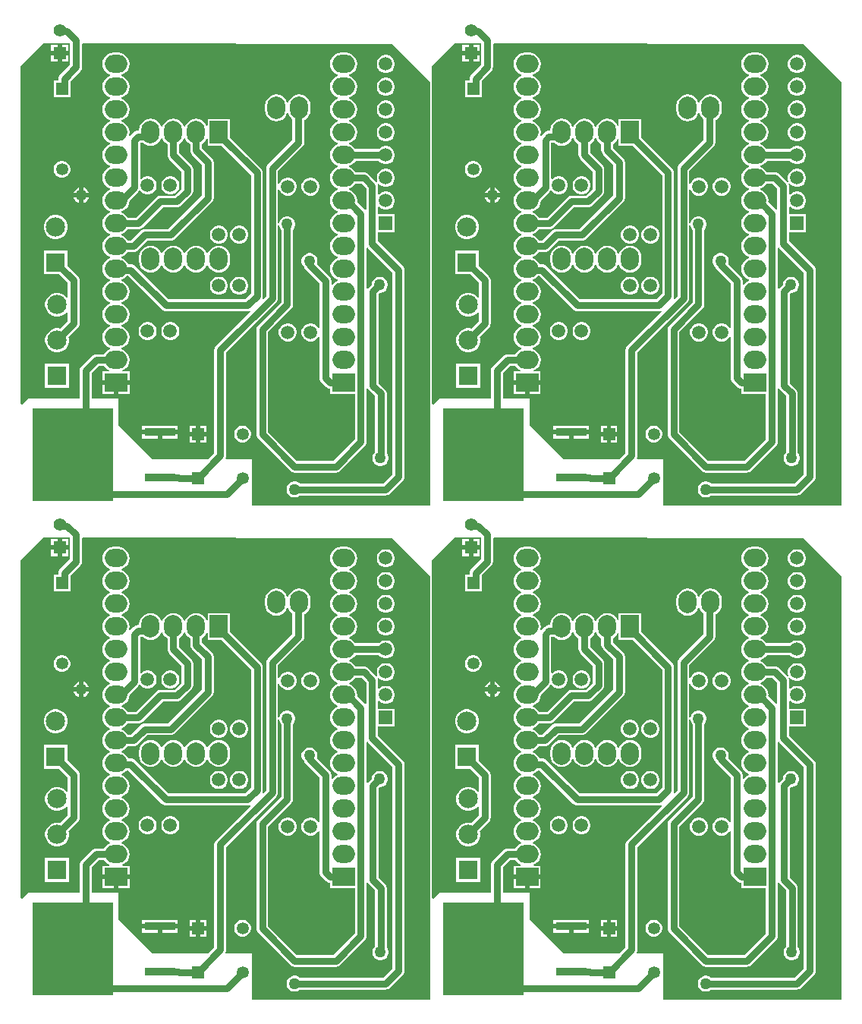
<source format=gbr>
G04*
G04 #@! TF.GenerationSoftware,Altium Limited,Altium Designer,25.4.2 (15)*
G04*
G04 Layer_Physical_Order=1*
G04 Layer_Color=255*
%FSLAX44Y44*%
%MOMM*%
G71*
G04*
G04 #@! TF.SameCoordinates,D2275D6D-F90B-4D7B-AA13-D2FC86024EBF*
G04*
G04*
G04 #@! TF.FilePolarity,Positive*
G04*
G01*
G75*
%ADD10R,9.0000X10.3500*%
%ADD11R,3.5000X0.9500*%
%ADD12C,0.8000*%
%ADD13C,1.3500*%
%ADD14R,1.3500X1.3500*%
%ADD15R,2.5000X2.0000*%
%ADD16O,2.5000X2.0000*%
%ADD17R,2.0000X2.5000*%
%ADD18O,2.0000X2.5000*%
%ADD19C,1.5000*%
%ADD20R,1.5000X1.5000*%
%ADD21C,2.1500*%
%ADD22R,2.1500X2.1500*%
%ADD23C,1.4000*%
%ADD24R,1.4000X1.4000*%
%ADD25R,1.3500X1.3500*%
%ADD26C,1.2700*%
G36*
X1126286Y1241756D02*
X1128297Y1239136D01*
X1130644Y1237335D01*
Y1225280D01*
X1130869Y1223572D01*
X1131527Y1221982D01*
X1132576Y1220615D01*
X1146194Y1206998D01*
Y1187712D01*
X1138558Y1180076D01*
X1122790D01*
X1121083Y1179852D01*
X1119492Y1179193D01*
X1118126Y1178144D01*
X1095558Y1155576D01*
X1086535D01*
X1084734Y1157924D01*
X1082114Y1159934D01*
X1079557Y1160993D01*
Y1162367D01*
X1082114Y1163426D01*
X1084734Y1165436D01*
X1086744Y1168056D01*
X1088007Y1171106D01*
X1088438Y1174380D01*
X1088430Y1174444D01*
X1098204Y1184218D01*
X1099062Y1185336D01*
X1100441Y1185487D01*
X1100506Y1185375D01*
X1102375Y1183506D01*
X1104665Y1182184D01*
X1107218Y1181500D01*
X1109862D01*
X1112415Y1182184D01*
X1114705Y1183506D01*
X1116574Y1185375D01*
X1117896Y1187665D01*
X1118580Y1190218D01*
Y1192862D01*
X1117896Y1195415D01*
X1116574Y1197705D01*
X1114705Y1199574D01*
X1112415Y1200896D01*
X1109862Y1201580D01*
X1107218D01*
X1104665Y1200896D01*
X1102375Y1199574D01*
X1101406Y1198605D01*
X1100136Y1199131D01*
Y1238947D01*
X1100377Y1239187D01*
X1102857D01*
X1102896Y1239136D01*
X1105516Y1237126D01*
X1108567Y1235863D01*
X1111840Y1235432D01*
X1115114Y1235863D01*
X1118164Y1237126D01*
X1120784Y1239136D01*
X1122794Y1241756D01*
X1123853Y1244313D01*
X1125228D01*
X1126286Y1241756D01*
D02*
G37*
G36*
X667496D02*
X669507Y1239136D01*
X671854Y1237335D01*
Y1225280D01*
X672078Y1223572D01*
X672738Y1221982D01*
X673786Y1220615D01*
X687404Y1206998D01*
Y1187712D01*
X679768Y1180076D01*
X664000D01*
X662293Y1179852D01*
X660702Y1179193D01*
X659336Y1178144D01*
X636768Y1155576D01*
X627745D01*
X625944Y1157924D01*
X623324Y1159934D01*
X620768Y1160993D01*
Y1162367D01*
X623324Y1163426D01*
X625944Y1165436D01*
X627954Y1168056D01*
X629217Y1171106D01*
X629648Y1174380D01*
X629640Y1174444D01*
X639414Y1184218D01*
X640272Y1185336D01*
X641651Y1185487D01*
X641716Y1185375D01*
X643585Y1183506D01*
X645875Y1182184D01*
X648428Y1181500D01*
X651072D01*
X653625Y1182184D01*
X655915Y1183506D01*
X657784Y1185375D01*
X659106Y1187665D01*
X659790Y1190218D01*
Y1192862D01*
X659106Y1195415D01*
X657784Y1197705D01*
X655915Y1199574D01*
X653625Y1200896D01*
X651072Y1201580D01*
X648428D01*
X645875Y1200896D01*
X643585Y1199574D01*
X642616Y1198605D01*
X641346Y1199131D01*
Y1238947D01*
X641587Y1239187D01*
X644067D01*
X644107Y1239136D01*
X646726Y1237126D01*
X649777Y1235863D01*
X653050Y1235432D01*
X656324Y1235863D01*
X659374Y1237126D01*
X661994Y1239136D01*
X664004Y1241756D01*
X665063Y1244313D01*
X666438D01*
X667496Y1241756D01*
D02*
G37*
G36*
X1021944Y1349673D02*
Y1325962D01*
X1011126Y1315145D01*
X1010078Y1313778D01*
X1009418Y1312188D01*
X1009194Y1310480D01*
Y1308520D01*
X1003750D01*
Y1289940D01*
X1022330D01*
Y1300840D01*
X1022387Y1301269D01*
Y1307748D01*
X1033204Y1318566D01*
X1034253Y1319932D01*
X1034912Y1321523D01*
X1035136Y1323230D01*
Y1348749D01*
X1036035Y1349646D01*
X1381540Y1348980D01*
X1424290Y1306230D01*
Y834480D01*
X1224790D01*
Y885980D01*
X1196210D01*
X1195533Y887250D01*
X1195988Y888349D01*
X1196212Y890056D01*
Y1004824D01*
X1252204Y1060816D01*
X1253253Y1062182D01*
X1253912Y1063773D01*
X1254136Y1065480D01*
Y1146794D01*
X1255400Y1146810D01*
X1256006Y1144549D01*
X1257176Y1142521D01*
X1257693Y1142004D01*
Y1060962D01*
X1231876Y1035144D01*
X1230827Y1033778D01*
X1230168Y1032187D01*
X1229944Y1030480D01*
Y913630D01*
X1230168Y911923D01*
X1230827Y910332D01*
X1231876Y908966D01*
X1267876Y872966D01*
X1269242Y871918D01*
X1270833Y871259D01*
X1272540Y871034D01*
X1318528D01*
X1320235Y871259D01*
X1321826Y871918D01*
X1323192Y872966D01*
X1350998Y900772D01*
X1352047Y902138D01*
X1352706Y903729D01*
X1352930Y905436D01*
Y964369D01*
X1353660Y964690D01*
X1354200Y964723D01*
X1355132Y963510D01*
X1362144Y956498D01*
Y893906D01*
X1361176Y892939D01*
X1360006Y890911D01*
X1359400Y888650D01*
Y886310D01*
X1360006Y884049D01*
X1361176Y882021D01*
X1362831Y880366D01*
X1364859Y879196D01*
X1367120Y878590D01*
X1369460D01*
X1371721Y879196D01*
X1373749Y880366D01*
X1375404Y882021D01*
X1376574Y884049D01*
X1377180Y886310D01*
Y888650D01*
X1376574Y890911D01*
X1375404Y892939D01*
X1375337Y893006D01*
Y959230D01*
X1375112Y960937D01*
X1374453Y962528D01*
X1373405Y963894D01*
X1366392Y970907D01*
Y1070208D01*
X1367855Y1071670D01*
X1368586D01*
X1370847Y1072276D01*
X1372875Y1073446D01*
X1374530Y1075101D01*
X1375700Y1077129D01*
X1376306Y1079390D01*
Y1081730D01*
X1375700Y1083991D01*
X1374530Y1086019D01*
X1372875Y1087674D01*
X1370847Y1088844D01*
X1368586Y1089450D01*
X1366246D01*
X1363985Y1088844D01*
X1361957Y1087674D01*
X1360302Y1086019D01*
X1359132Y1083991D01*
X1358526Y1081730D01*
Y1080999D01*
X1355132Y1077604D01*
X1354200Y1076391D01*
X1353660Y1076424D01*
X1352930Y1076745D01*
Y1121405D01*
X1354200Y1121836D01*
X1354370Y1121616D01*
X1381902Y1094084D01*
Y869321D01*
X1371407Y858827D01*
X1278516D01*
X1277999Y859344D01*
X1275971Y860514D01*
X1273710Y861120D01*
X1271369D01*
X1269109Y860514D01*
X1267081Y859344D01*
X1265426Y857689D01*
X1264256Y855662D01*
X1263650Y853401D01*
Y851060D01*
X1264256Y848799D01*
X1265426Y846772D01*
X1267081Y845117D01*
X1269109Y843946D01*
X1271369Y843340D01*
X1273710D01*
X1275971Y843946D01*
X1277999Y845117D01*
X1278516Y845634D01*
X1374140D01*
X1375847Y845859D01*
X1377438Y846518D01*
X1378804Y847566D01*
X1393162Y861924D01*
X1394211Y863290D01*
X1394870Y864881D01*
X1395094Y866588D01*
Y1096816D01*
X1394870Y1098523D01*
X1394211Y1100114D01*
X1393162Y1101480D01*
X1365630Y1129012D01*
Y1138940D01*
X1384330D01*
Y1159020D01*
X1365630D01*
Y1167045D01*
X1366900Y1167571D01*
X1368125Y1166346D01*
X1370415Y1165024D01*
X1372968Y1164340D01*
X1375612D01*
X1378165Y1165024D01*
X1380455Y1166346D01*
X1382324Y1168215D01*
X1383646Y1170505D01*
X1384330Y1173058D01*
Y1175702D01*
X1383646Y1178255D01*
X1382324Y1180545D01*
X1380455Y1182414D01*
X1378165Y1183736D01*
X1375612Y1184420D01*
X1372968D01*
X1370415Y1183736D01*
X1368125Y1182414D01*
X1366900Y1181189D01*
X1365630Y1181715D01*
Y1190636D01*
X1365406Y1192343D01*
X1365105Y1193068D01*
X1366247Y1193631D01*
X1366256Y1193615D01*
X1368125Y1191746D01*
X1370415Y1190424D01*
X1372968Y1189740D01*
X1375612D01*
X1378165Y1190424D01*
X1380455Y1191746D01*
X1382324Y1193615D01*
X1383646Y1195905D01*
X1384330Y1198458D01*
Y1201102D01*
X1383646Y1203655D01*
X1382324Y1205945D01*
X1380455Y1207814D01*
X1378165Y1209136D01*
X1375612Y1209820D01*
X1372968D01*
X1370415Y1209136D01*
X1368125Y1207814D01*
X1366256Y1205945D01*
X1364934Y1203655D01*
X1364250Y1201102D01*
Y1198458D01*
X1364934Y1195905D01*
X1365234Y1195385D01*
X1364176Y1194678D01*
X1363698Y1195300D01*
X1354554Y1204444D01*
X1353188Y1205493D01*
X1351597Y1206152D01*
X1349890Y1206376D01*
X1340535D01*
X1338734Y1208724D01*
X1336114Y1210734D01*
X1333557Y1211793D01*
Y1213167D01*
X1336114Y1214226D01*
X1338734Y1216236D01*
X1340669Y1218758D01*
X1366513D01*
X1368125Y1217146D01*
X1370415Y1215824D01*
X1372968Y1215140D01*
X1375612D01*
X1378165Y1215824D01*
X1380455Y1217146D01*
X1382324Y1219015D01*
X1383646Y1221305D01*
X1384330Y1223858D01*
Y1226502D01*
X1383646Y1229055D01*
X1382324Y1231345D01*
X1380455Y1233214D01*
X1378165Y1234536D01*
X1375612Y1235220D01*
X1372968D01*
X1370415Y1234536D01*
X1368125Y1233214D01*
X1366863Y1231951D01*
X1340401D01*
X1338734Y1234124D01*
X1336114Y1236134D01*
X1333557Y1237193D01*
Y1238567D01*
X1336114Y1239626D01*
X1338734Y1241636D01*
X1340744Y1244256D01*
X1342007Y1247306D01*
X1342438Y1250580D01*
X1342007Y1253854D01*
X1340744Y1256904D01*
X1338734Y1259524D01*
X1336114Y1261534D01*
X1333557Y1262593D01*
Y1263967D01*
X1336114Y1265026D01*
X1338734Y1267036D01*
X1340744Y1269656D01*
X1342007Y1272706D01*
X1342438Y1275980D01*
X1342007Y1279254D01*
X1340744Y1282304D01*
X1338734Y1284924D01*
X1336114Y1286934D01*
X1333557Y1287993D01*
Y1289367D01*
X1336114Y1290426D01*
X1338734Y1292436D01*
X1340744Y1295056D01*
X1342007Y1298106D01*
X1342438Y1301380D01*
X1342007Y1304654D01*
X1340744Y1307704D01*
X1338734Y1310324D01*
X1336114Y1312334D01*
X1333557Y1313393D01*
Y1314767D01*
X1336114Y1315826D01*
X1338734Y1317836D01*
X1340744Y1320456D01*
X1342007Y1323506D01*
X1342438Y1326780D01*
X1342007Y1330054D01*
X1340744Y1333104D01*
X1338734Y1335724D01*
X1336114Y1337734D01*
X1333064Y1338997D01*
X1329790Y1339428D01*
X1324790D01*
X1321517Y1338997D01*
X1318466Y1337734D01*
X1315846Y1335724D01*
X1313836Y1333104D01*
X1312573Y1330054D01*
X1312142Y1326780D01*
X1312573Y1323506D01*
X1313836Y1320456D01*
X1315846Y1317836D01*
X1318466Y1315826D01*
X1321023Y1314767D01*
Y1313393D01*
X1318466Y1312334D01*
X1315846Y1310324D01*
X1313836Y1307704D01*
X1312573Y1304654D01*
X1312142Y1301380D01*
X1312573Y1298106D01*
X1313836Y1295056D01*
X1315846Y1292436D01*
X1318466Y1290426D01*
X1321023Y1289367D01*
Y1287993D01*
X1318466Y1286934D01*
X1315846Y1284924D01*
X1313836Y1282304D01*
X1312573Y1279254D01*
X1312142Y1275980D01*
X1312573Y1272706D01*
X1313836Y1269656D01*
X1315846Y1267036D01*
X1318466Y1265026D01*
X1321023Y1263967D01*
Y1262593D01*
X1318466Y1261534D01*
X1315846Y1259524D01*
X1313836Y1256904D01*
X1312573Y1253854D01*
X1312142Y1250580D01*
X1312573Y1247306D01*
X1313836Y1244256D01*
X1315846Y1241636D01*
X1318466Y1239626D01*
X1321023Y1238567D01*
Y1237193D01*
X1318466Y1236134D01*
X1315846Y1234124D01*
X1313836Y1231504D01*
X1312573Y1228454D01*
X1312142Y1225180D01*
X1312573Y1221906D01*
X1313836Y1218856D01*
X1315846Y1216236D01*
X1318466Y1214226D01*
X1321023Y1213167D01*
Y1211793D01*
X1318466Y1210734D01*
X1315846Y1208724D01*
X1313836Y1206104D01*
X1312573Y1203054D01*
X1312142Y1199780D01*
X1312573Y1196506D01*
X1313836Y1193456D01*
X1315846Y1190836D01*
X1318466Y1188826D01*
X1321023Y1187767D01*
Y1186393D01*
X1318466Y1185334D01*
X1315846Y1183324D01*
X1313836Y1180704D01*
X1312573Y1177654D01*
X1312142Y1174380D01*
X1312573Y1171106D01*
X1313836Y1168056D01*
X1315846Y1165436D01*
X1318466Y1163426D01*
X1321023Y1162367D01*
Y1160993D01*
X1318466Y1159934D01*
X1315846Y1157924D01*
X1313836Y1155304D01*
X1312573Y1152254D01*
X1312142Y1148980D01*
X1312573Y1145706D01*
X1313836Y1142656D01*
X1315846Y1140036D01*
X1318466Y1138026D01*
X1321023Y1136967D01*
Y1135593D01*
X1318466Y1134534D01*
X1315846Y1132524D01*
X1313836Y1129904D01*
X1312573Y1126854D01*
X1312142Y1123580D01*
X1312573Y1120306D01*
X1313836Y1117256D01*
X1315846Y1114636D01*
X1318466Y1112626D01*
X1321023Y1111567D01*
Y1110193D01*
X1318466Y1109134D01*
X1315846Y1107124D01*
X1313836Y1104504D01*
X1312573Y1101454D01*
X1312142Y1098180D01*
X1312573Y1094906D01*
X1313836Y1091856D01*
X1315846Y1089236D01*
X1318466Y1087226D01*
X1321023Y1086167D01*
Y1084793D01*
X1318466Y1083734D01*
X1315846Y1081724D01*
X1314906Y1080499D01*
X1313636Y1080930D01*
Y1084924D01*
X1313412Y1086631D01*
X1312753Y1088222D01*
X1311704Y1089588D01*
X1297610Y1103683D01*
X1298180Y1105810D01*
Y1108150D01*
X1297574Y1110411D01*
X1296404Y1112439D01*
X1294749Y1114094D01*
X1292721Y1115264D01*
X1290460Y1115870D01*
X1288120D01*
X1285859Y1115264D01*
X1283831Y1114094D01*
X1282176Y1112439D01*
X1281006Y1110411D01*
X1280400Y1108150D01*
Y1105810D01*
X1281006Y1103549D01*
X1282176Y1101521D01*
X1283051Y1100647D01*
X1283577Y1099376D01*
X1284626Y1098010D01*
X1300444Y1082192D01*
Y1032454D01*
X1299174Y1032113D01*
X1298324Y1033585D01*
X1296455Y1035454D01*
X1294165Y1036776D01*
X1291612Y1037460D01*
X1288968D01*
X1286415Y1036776D01*
X1284125Y1035454D01*
X1282256Y1033585D01*
X1280934Y1031295D01*
X1280250Y1028742D01*
Y1026098D01*
X1280934Y1023545D01*
X1282256Y1021255D01*
X1284125Y1019386D01*
X1286415Y1018064D01*
X1288968Y1017380D01*
X1291612D01*
X1294165Y1018064D01*
X1296455Y1019386D01*
X1298324Y1021255D01*
X1299174Y1022727D01*
X1300444Y1022386D01*
Y976730D01*
X1300668Y975023D01*
X1301327Y973432D01*
X1302376Y972066D01*
X1307926Y966516D01*
X1309292Y965467D01*
X1310883Y964808D01*
X1312250Y964628D01*
Y958640D01*
X1339738D01*
Y908168D01*
X1315796Y884227D01*
X1275272D01*
X1243136Y916363D01*
Y1027748D01*
X1268954Y1053566D01*
X1270003Y1054932D01*
X1270662Y1056523D01*
X1270886Y1058230D01*
Y1142004D01*
X1271404Y1142521D01*
X1272574Y1144549D01*
X1273180Y1146810D01*
Y1149150D01*
X1272574Y1151411D01*
X1271404Y1153439D01*
X1269749Y1155094D01*
X1267721Y1156264D01*
X1265460Y1156870D01*
X1263120D01*
X1260859Y1156264D01*
X1258831Y1155094D01*
X1257176Y1153439D01*
X1256006Y1151411D01*
X1255400Y1149150D01*
X1254136Y1149166D01*
Y1186414D01*
X1255406Y1186581D01*
X1255534Y1186105D01*
X1256856Y1183815D01*
X1258725Y1181946D01*
X1261015Y1180624D01*
X1263568Y1179940D01*
X1266212D01*
X1268765Y1180624D01*
X1271055Y1181946D01*
X1272924Y1183815D01*
X1274246Y1186105D01*
X1274930Y1188658D01*
Y1191302D01*
X1274246Y1193855D01*
X1272924Y1196145D01*
X1271055Y1198014D01*
X1268765Y1199336D01*
X1266212Y1200020D01*
X1263568D01*
X1261015Y1199336D01*
X1258725Y1198014D01*
X1256856Y1196145D01*
X1255534Y1193855D01*
X1255406Y1193379D01*
X1254136Y1193546D01*
Y1207498D01*
X1281326Y1234687D01*
X1282375Y1236054D01*
X1283033Y1237645D01*
X1283258Y1239352D01*
Y1245979D01*
X1283236Y1246145D01*
Y1264125D01*
X1283964Y1264426D01*
X1286584Y1266436D01*
X1288594Y1269056D01*
X1289857Y1272106D01*
X1290288Y1275380D01*
Y1280380D01*
X1289857Y1283654D01*
X1288594Y1286704D01*
X1286584Y1289324D01*
X1283964Y1291334D01*
X1280914Y1292597D01*
X1277640Y1293028D01*
X1274366Y1292597D01*
X1271316Y1291334D01*
X1268696Y1289324D01*
X1266686Y1286704D01*
X1265627Y1284147D01*
X1264253D01*
X1263194Y1286704D01*
X1261184Y1289324D01*
X1258564Y1291334D01*
X1255514Y1292597D01*
X1252240Y1293028D01*
X1248966Y1292597D01*
X1245916Y1291334D01*
X1243296Y1289324D01*
X1241286Y1286704D01*
X1240023Y1283654D01*
X1239592Y1280380D01*
Y1275380D01*
X1240023Y1272106D01*
X1241286Y1269056D01*
X1243296Y1266436D01*
X1245916Y1264426D01*
X1248966Y1263163D01*
X1252240Y1262732D01*
X1255514Y1263163D01*
X1258564Y1264426D01*
X1261184Y1266436D01*
X1263194Y1269056D01*
X1264253Y1271613D01*
X1265627D01*
X1266686Y1269056D01*
X1268696Y1266436D01*
X1270044Y1265403D01*
Y1246001D01*
X1270065Y1245835D01*
Y1242084D01*
X1242876Y1214894D01*
X1241827Y1213528D01*
X1241168Y1211937D01*
X1240944Y1210230D01*
Y1068212D01*
X1237602Y1064871D01*
X1236525Y1065590D01*
X1236912Y1066523D01*
X1237136Y1068230D01*
Y1205580D01*
X1236912Y1207288D01*
X1236253Y1208878D01*
X1235204Y1210245D01*
X1200580Y1244869D01*
Y1265620D01*
X1175500D01*
Y1258120D01*
X1174230Y1257868D01*
X1173594Y1259404D01*
X1171584Y1262024D01*
X1168964Y1264034D01*
X1165914Y1265297D01*
X1162640Y1265728D01*
X1159367Y1265297D01*
X1156316Y1264034D01*
X1153697Y1262024D01*
X1151686Y1259404D01*
X1150628Y1256847D01*
X1149253D01*
X1148194Y1259404D01*
X1146184Y1262024D01*
X1143564Y1264034D01*
X1140514Y1265297D01*
X1137240Y1265728D01*
X1133967Y1265297D01*
X1130916Y1264034D01*
X1128297Y1262024D01*
X1126286Y1259404D01*
X1125228Y1256847D01*
X1123853D01*
X1122794Y1259404D01*
X1120784Y1262024D01*
X1118164Y1264034D01*
X1115114Y1265297D01*
X1111840Y1265728D01*
X1108567Y1265297D01*
X1105516Y1264034D01*
X1102896Y1262024D01*
X1100887Y1259404D01*
X1099623Y1256354D01*
X1099192Y1253080D01*
Y1252380D01*
X1097644D01*
X1095937Y1252156D01*
X1094346Y1251497D01*
X1092980Y1250448D01*
X1089060Y1246528D01*
X1087983Y1247247D01*
X1088007Y1247306D01*
X1088438Y1250580D01*
X1088007Y1253854D01*
X1086744Y1256904D01*
X1084734Y1259524D01*
X1082114Y1261534D01*
X1079557Y1262593D01*
Y1263967D01*
X1082114Y1265026D01*
X1084734Y1267036D01*
X1086744Y1269656D01*
X1088007Y1272706D01*
X1088438Y1275980D01*
X1088007Y1279254D01*
X1086744Y1282304D01*
X1084734Y1284924D01*
X1082114Y1286934D01*
X1079557Y1287993D01*
Y1289367D01*
X1082114Y1290426D01*
X1084734Y1292436D01*
X1086744Y1295056D01*
X1088007Y1298106D01*
X1088438Y1301380D01*
X1088007Y1304654D01*
X1086744Y1307704D01*
X1084734Y1310324D01*
X1082114Y1312334D01*
X1079557Y1313393D01*
Y1314767D01*
X1082114Y1315826D01*
X1084734Y1317836D01*
X1086744Y1320456D01*
X1088007Y1323506D01*
X1088438Y1326780D01*
X1088007Y1330054D01*
X1086744Y1333104D01*
X1084734Y1335724D01*
X1082114Y1337734D01*
X1079064Y1338997D01*
X1075790Y1339428D01*
X1070790D01*
X1067516Y1338997D01*
X1064466Y1337734D01*
X1061846Y1335724D01*
X1059836Y1333104D01*
X1058573Y1330054D01*
X1058142Y1326780D01*
X1058573Y1323506D01*
X1059836Y1320456D01*
X1061846Y1317836D01*
X1064466Y1315826D01*
X1067023Y1314767D01*
Y1313393D01*
X1064466Y1312334D01*
X1061846Y1310324D01*
X1059836Y1307704D01*
X1058573Y1304654D01*
X1058142Y1301380D01*
X1058573Y1298106D01*
X1059836Y1295056D01*
X1061846Y1292436D01*
X1064466Y1290426D01*
X1067023Y1289367D01*
Y1287993D01*
X1064466Y1286934D01*
X1061846Y1284924D01*
X1059836Y1282304D01*
X1058573Y1279254D01*
X1058142Y1275980D01*
X1058573Y1272706D01*
X1059836Y1269656D01*
X1061846Y1267036D01*
X1064466Y1265026D01*
X1067023Y1263967D01*
Y1262593D01*
X1064466Y1261534D01*
X1061846Y1259524D01*
X1059836Y1256904D01*
X1058573Y1253854D01*
X1058142Y1250580D01*
X1058573Y1247306D01*
X1059836Y1244256D01*
X1061846Y1241636D01*
X1064466Y1239626D01*
X1067023Y1238567D01*
Y1237193D01*
X1064466Y1236134D01*
X1061846Y1234124D01*
X1059836Y1231504D01*
X1058573Y1228454D01*
X1058142Y1225180D01*
X1058573Y1221906D01*
X1059836Y1218856D01*
X1061846Y1216236D01*
X1064466Y1214226D01*
X1067023Y1213167D01*
Y1211793D01*
X1064466Y1210734D01*
X1061846Y1208724D01*
X1059836Y1206104D01*
X1058573Y1203054D01*
X1058142Y1199780D01*
X1058573Y1196506D01*
X1059836Y1193456D01*
X1061846Y1190836D01*
X1064466Y1188826D01*
X1067023Y1187767D01*
Y1186393D01*
X1064466Y1185334D01*
X1061846Y1183324D01*
X1059836Y1180704D01*
X1058573Y1177654D01*
X1058142Y1174380D01*
X1058573Y1171106D01*
X1059836Y1168056D01*
X1061846Y1165436D01*
X1064466Y1163426D01*
X1067023Y1162367D01*
Y1160993D01*
X1064466Y1159934D01*
X1061846Y1157924D01*
X1059836Y1155304D01*
X1058573Y1152254D01*
X1058142Y1148980D01*
X1058573Y1145706D01*
X1059836Y1142656D01*
X1061846Y1140036D01*
X1064466Y1138026D01*
X1067023Y1136967D01*
Y1135593D01*
X1064466Y1134534D01*
X1061846Y1132524D01*
X1059836Y1129904D01*
X1058573Y1126854D01*
X1058142Y1123580D01*
X1058573Y1120306D01*
X1059836Y1117256D01*
X1061846Y1114636D01*
X1064466Y1112626D01*
X1067023Y1111567D01*
Y1110193D01*
X1064466Y1109134D01*
X1061846Y1107124D01*
X1059836Y1104504D01*
X1058573Y1101454D01*
X1058142Y1098180D01*
X1058573Y1094906D01*
X1059836Y1091856D01*
X1061846Y1089236D01*
X1064466Y1087226D01*
X1067023Y1086167D01*
Y1084793D01*
X1064466Y1083734D01*
X1061846Y1081724D01*
X1059836Y1079104D01*
X1058573Y1076054D01*
X1058142Y1072780D01*
X1058573Y1069506D01*
X1059836Y1066456D01*
X1061846Y1063836D01*
X1064466Y1061826D01*
X1067023Y1060767D01*
Y1059393D01*
X1064466Y1058334D01*
X1061846Y1056324D01*
X1059836Y1053704D01*
X1058573Y1050654D01*
X1058142Y1047380D01*
X1058573Y1044106D01*
X1059836Y1041056D01*
X1061846Y1038436D01*
X1064466Y1036426D01*
X1067023Y1035367D01*
Y1033993D01*
X1064466Y1032934D01*
X1061846Y1030924D01*
X1059836Y1028304D01*
X1058573Y1025254D01*
X1058142Y1021980D01*
X1058573Y1018706D01*
X1059836Y1015656D01*
X1061846Y1013036D01*
X1064466Y1011026D01*
X1067023Y1009967D01*
Y1008593D01*
X1064466Y1007534D01*
X1061846Y1005524D01*
X1060045Y1003176D01*
X1051390D01*
X1049683Y1002952D01*
X1048092Y1002293D01*
X1046726Y1001244D01*
X1034876Y989394D01*
X1033827Y988028D01*
X1033168Y986437D01*
X1032944Y984730D01*
Y953980D01*
X975040D01*
X968217Y947157D01*
X967043Y947642D01*
X966790Y1323980D01*
X992540Y1349730D01*
X1021944Y1349673D01*
D02*
G37*
G36*
X563154D02*
Y1325962D01*
X552336Y1315145D01*
X551287Y1313778D01*
X550629Y1312188D01*
X550404Y1310480D01*
Y1308520D01*
X544960D01*
Y1289940D01*
X563540D01*
Y1300840D01*
X563597Y1301269D01*
Y1307748D01*
X574414Y1318566D01*
X575463Y1319932D01*
X576122Y1321523D01*
X576346Y1323230D01*
Y1348749D01*
X577245Y1349646D01*
X922750Y1348980D01*
X965500Y1306230D01*
Y834480D01*
X766000D01*
Y885980D01*
X737420D01*
X736743Y887250D01*
X737198Y888349D01*
X737422Y890056D01*
Y1004824D01*
X793414Y1060816D01*
X794463Y1062182D01*
X795122Y1063773D01*
X795346Y1065480D01*
Y1146794D01*
X796610Y1146810D01*
X797216Y1144549D01*
X798386Y1142521D01*
X798904Y1142004D01*
Y1060962D01*
X773086Y1035144D01*
X772037Y1033778D01*
X771378Y1032187D01*
X771154Y1030480D01*
Y913630D01*
X771378Y911923D01*
X772037Y910332D01*
X773086Y908966D01*
X809085Y872966D01*
X810452Y871918D01*
X812043Y871259D01*
X813750Y871034D01*
X859738D01*
X861445Y871259D01*
X863036Y871918D01*
X864402Y872966D01*
X892208Y900772D01*
X893257Y902138D01*
X893916Y903729D01*
X894140Y905436D01*
Y964369D01*
X894870Y964690D01*
X895410Y964723D01*
X896342Y963510D01*
X903354Y956498D01*
Y893906D01*
X902386Y892939D01*
X901216Y890911D01*
X900610Y888650D01*
Y886310D01*
X901216Y884049D01*
X902386Y882021D01*
X904041Y880366D01*
X906069Y879196D01*
X908330Y878590D01*
X910670D01*
X912931Y879196D01*
X914959Y880366D01*
X916614Y882021D01*
X917784Y884049D01*
X918390Y886310D01*
Y888650D01*
X917784Y890911D01*
X916614Y892939D01*
X916547Y893006D01*
Y959230D01*
X916322Y960937D01*
X915663Y962528D01*
X914614Y963894D01*
X907602Y970907D01*
Y1070208D01*
X909065Y1071670D01*
X909796D01*
X912057Y1072276D01*
X914085Y1073446D01*
X915740Y1075101D01*
X916910Y1077129D01*
X917516Y1079390D01*
Y1081730D01*
X916910Y1083991D01*
X915740Y1086019D01*
X914085Y1087674D01*
X912057Y1088844D01*
X909796Y1089450D01*
X907456D01*
X905195Y1088844D01*
X903167Y1087674D01*
X901512Y1086019D01*
X900342Y1083991D01*
X899736Y1081730D01*
Y1080999D01*
X896342Y1077604D01*
X895410Y1076391D01*
X894870Y1076424D01*
X894140Y1076745D01*
Y1121405D01*
X895410Y1121836D01*
X895580Y1121616D01*
X923112Y1094084D01*
Y869321D01*
X912618Y858827D01*
X819726D01*
X819209Y859344D01*
X817181Y860514D01*
X814920Y861120D01*
X812579D01*
X810319Y860514D01*
X808291Y859344D01*
X806636Y857689D01*
X805466Y855662D01*
X804860Y853401D01*
Y851060D01*
X805466Y848799D01*
X806636Y846772D01*
X808291Y845117D01*
X810319Y843946D01*
X812579Y843340D01*
X814920D01*
X817181Y843946D01*
X819209Y845117D01*
X819726Y845634D01*
X915350D01*
X917057Y845859D01*
X918648Y846518D01*
X920014Y847566D01*
X934372Y861924D01*
X935421Y863290D01*
X936080Y864881D01*
X936304Y866588D01*
Y1096816D01*
X936080Y1098523D01*
X935421Y1100114D01*
X934372Y1101480D01*
X906840Y1129012D01*
Y1138940D01*
X925540D01*
Y1159020D01*
X906840D01*
Y1167045D01*
X908110Y1167571D01*
X909335Y1166346D01*
X911625Y1165024D01*
X914178Y1164340D01*
X916822D01*
X919375Y1165024D01*
X921665Y1166346D01*
X923534Y1168215D01*
X924856Y1170505D01*
X925540Y1173058D01*
Y1175702D01*
X924856Y1178255D01*
X923534Y1180545D01*
X921665Y1182414D01*
X919375Y1183736D01*
X916822Y1184420D01*
X914178D01*
X911625Y1183736D01*
X909335Y1182414D01*
X908110Y1181189D01*
X906840Y1181715D01*
Y1190636D01*
X906616Y1192343D01*
X906315Y1193068D01*
X907457Y1193631D01*
X907466Y1193615D01*
X909335Y1191746D01*
X911625Y1190424D01*
X914178Y1189740D01*
X916822D01*
X919375Y1190424D01*
X921665Y1191746D01*
X923534Y1193615D01*
X924856Y1195905D01*
X925540Y1198458D01*
Y1201102D01*
X924856Y1203655D01*
X923534Y1205945D01*
X921665Y1207814D01*
X919375Y1209136D01*
X916822Y1209820D01*
X914178D01*
X911625Y1209136D01*
X909335Y1207814D01*
X907466Y1205945D01*
X906144Y1203655D01*
X905460Y1201102D01*
Y1198458D01*
X906144Y1195905D01*
X906444Y1195385D01*
X905386Y1194678D01*
X904908Y1195300D01*
X895764Y1204444D01*
X894398Y1205493D01*
X892807Y1206152D01*
X891100Y1206376D01*
X881745D01*
X879944Y1208724D01*
X877324Y1210734D01*
X874768Y1211793D01*
Y1213167D01*
X877324Y1214226D01*
X879944Y1216236D01*
X881879Y1218758D01*
X907723D01*
X909335Y1217146D01*
X911625Y1215824D01*
X914178Y1215140D01*
X916822D01*
X919375Y1215824D01*
X921665Y1217146D01*
X923534Y1219015D01*
X924856Y1221305D01*
X925540Y1223858D01*
Y1226502D01*
X924856Y1229055D01*
X923534Y1231345D01*
X921665Y1233214D01*
X919375Y1234536D01*
X916822Y1235220D01*
X914178D01*
X911625Y1234536D01*
X909335Y1233214D01*
X908073Y1231951D01*
X881610D01*
X879944Y1234124D01*
X877324Y1236134D01*
X874768Y1237193D01*
Y1238567D01*
X877324Y1239626D01*
X879944Y1241636D01*
X881954Y1244256D01*
X883217Y1247306D01*
X883648Y1250580D01*
X883217Y1253854D01*
X881954Y1256904D01*
X879944Y1259524D01*
X877324Y1261534D01*
X874768Y1262593D01*
Y1263967D01*
X877324Y1265026D01*
X879944Y1267036D01*
X881954Y1269656D01*
X883217Y1272706D01*
X883648Y1275980D01*
X883217Y1279254D01*
X881954Y1282304D01*
X879944Y1284924D01*
X877324Y1286934D01*
X874768Y1287993D01*
Y1289367D01*
X877324Y1290426D01*
X879944Y1292436D01*
X881954Y1295056D01*
X883217Y1298106D01*
X883648Y1301380D01*
X883217Y1304654D01*
X881954Y1307704D01*
X879944Y1310324D01*
X877324Y1312334D01*
X874768Y1313393D01*
Y1314767D01*
X877324Y1315826D01*
X879944Y1317836D01*
X881954Y1320456D01*
X883217Y1323506D01*
X883648Y1326780D01*
X883217Y1330054D01*
X881954Y1333104D01*
X879944Y1335724D01*
X877324Y1337734D01*
X874274Y1338997D01*
X871000Y1339428D01*
X866000D01*
X862727Y1338997D01*
X859676Y1337734D01*
X857057Y1335724D01*
X855046Y1333104D01*
X853783Y1330054D01*
X853352Y1326780D01*
X853783Y1323506D01*
X855046Y1320456D01*
X857057Y1317836D01*
X859676Y1315826D01*
X862233Y1314767D01*
Y1313393D01*
X859676Y1312334D01*
X857057Y1310324D01*
X855046Y1307704D01*
X853783Y1304654D01*
X853352Y1301380D01*
X853783Y1298106D01*
X855046Y1295056D01*
X857057Y1292436D01*
X859676Y1290426D01*
X862233Y1289367D01*
Y1287993D01*
X859676Y1286934D01*
X857057Y1284924D01*
X855046Y1282304D01*
X853783Y1279254D01*
X853352Y1275980D01*
X853783Y1272706D01*
X855046Y1269656D01*
X857057Y1267036D01*
X859676Y1265026D01*
X862233Y1263967D01*
Y1262593D01*
X859676Y1261534D01*
X857057Y1259524D01*
X855046Y1256904D01*
X853783Y1253854D01*
X853352Y1250580D01*
X853783Y1247306D01*
X855046Y1244256D01*
X857057Y1241636D01*
X859676Y1239626D01*
X862233Y1238567D01*
Y1237193D01*
X859676Y1236134D01*
X857057Y1234124D01*
X855046Y1231504D01*
X853783Y1228454D01*
X853352Y1225180D01*
X853783Y1221906D01*
X855046Y1218856D01*
X857057Y1216236D01*
X859676Y1214226D01*
X862233Y1213167D01*
Y1211793D01*
X859676Y1210734D01*
X857057Y1208724D01*
X855046Y1206104D01*
X853783Y1203054D01*
X853352Y1199780D01*
X853783Y1196506D01*
X855046Y1193456D01*
X857057Y1190836D01*
X859676Y1188826D01*
X862233Y1187767D01*
Y1186393D01*
X859676Y1185334D01*
X857057Y1183324D01*
X855046Y1180704D01*
X853783Y1177654D01*
X853352Y1174380D01*
X853783Y1171106D01*
X855046Y1168056D01*
X857057Y1165436D01*
X859676Y1163426D01*
X862233Y1162367D01*
Y1160993D01*
X859676Y1159934D01*
X857057Y1157924D01*
X855046Y1155304D01*
X853783Y1152254D01*
X853352Y1148980D01*
X853783Y1145706D01*
X855046Y1142656D01*
X857057Y1140036D01*
X859676Y1138026D01*
X862233Y1136967D01*
Y1135593D01*
X859676Y1134534D01*
X857057Y1132524D01*
X855046Y1129904D01*
X853783Y1126854D01*
X853352Y1123580D01*
X853783Y1120306D01*
X855046Y1117256D01*
X857057Y1114636D01*
X859676Y1112626D01*
X862233Y1111567D01*
Y1110193D01*
X859676Y1109134D01*
X857057Y1107124D01*
X855046Y1104504D01*
X853783Y1101454D01*
X853352Y1098180D01*
X853783Y1094906D01*
X855046Y1091856D01*
X857057Y1089236D01*
X859676Y1087226D01*
X862233Y1086167D01*
Y1084793D01*
X859676Y1083734D01*
X857057Y1081724D01*
X856116Y1080499D01*
X854846Y1080930D01*
Y1084924D01*
X854622Y1086631D01*
X853963Y1088222D01*
X852914Y1089588D01*
X838820Y1103683D01*
X839390Y1105810D01*
Y1108150D01*
X838784Y1110411D01*
X837614Y1112439D01*
X835959Y1114094D01*
X833931Y1115264D01*
X831670Y1115870D01*
X829330D01*
X827069Y1115264D01*
X825041Y1114094D01*
X823386Y1112439D01*
X822216Y1110411D01*
X821610Y1108150D01*
Y1105810D01*
X822216Y1103549D01*
X823386Y1101521D01*
X824261Y1100647D01*
X824787Y1099376D01*
X825836Y1098010D01*
X841654Y1082192D01*
Y1032454D01*
X840384Y1032113D01*
X839534Y1033585D01*
X837665Y1035454D01*
X835375Y1036776D01*
X832822Y1037460D01*
X830178D01*
X827625Y1036776D01*
X825335Y1035454D01*
X823466Y1033585D01*
X822144Y1031295D01*
X821460Y1028742D01*
Y1026098D01*
X822144Y1023545D01*
X823466Y1021255D01*
X825335Y1019386D01*
X827625Y1018064D01*
X830178Y1017380D01*
X832822D01*
X835375Y1018064D01*
X837665Y1019386D01*
X839534Y1021255D01*
X840384Y1022727D01*
X841654Y1022386D01*
Y976730D01*
X841878Y975023D01*
X842537Y973432D01*
X843586Y972066D01*
X849136Y966516D01*
X850502Y965467D01*
X852093Y964808D01*
X853460Y964628D01*
Y958640D01*
X880948D01*
Y908168D01*
X857006Y884227D01*
X816482D01*
X784346Y916363D01*
Y1027748D01*
X810164Y1053566D01*
X811213Y1054932D01*
X811872Y1056523D01*
X812096Y1058230D01*
Y1142004D01*
X812614Y1142521D01*
X813784Y1144549D01*
X814390Y1146810D01*
Y1149150D01*
X813784Y1151411D01*
X812614Y1153439D01*
X810959Y1155094D01*
X808931Y1156264D01*
X806670Y1156870D01*
X804330D01*
X802069Y1156264D01*
X800041Y1155094D01*
X798386Y1153439D01*
X797216Y1151411D01*
X796610Y1149150D01*
X795346Y1149166D01*
Y1186414D01*
X796616Y1186581D01*
X796744Y1186105D01*
X798066Y1183815D01*
X799935Y1181946D01*
X802225Y1180624D01*
X804778Y1179940D01*
X807422D01*
X809975Y1180624D01*
X812265Y1181946D01*
X814134Y1183815D01*
X815456Y1186105D01*
X816140Y1188658D01*
Y1191302D01*
X815456Y1193855D01*
X814134Y1196145D01*
X812265Y1198014D01*
X809975Y1199336D01*
X807422Y1200020D01*
X804778D01*
X802225Y1199336D01*
X799935Y1198014D01*
X798066Y1196145D01*
X796744Y1193855D01*
X796616Y1193379D01*
X795346Y1193546D01*
Y1207498D01*
X822536Y1234687D01*
X823585Y1236054D01*
X824243Y1237645D01*
X824468Y1239352D01*
Y1245979D01*
X824446Y1246145D01*
Y1264125D01*
X825174Y1264426D01*
X827794Y1266436D01*
X829804Y1269056D01*
X831067Y1272106D01*
X831498Y1275380D01*
Y1280380D01*
X831067Y1283654D01*
X829804Y1286704D01*
X827794Y1289324D01*
X825174Y1291334D01*
X822124Y1292597D01*
X818850Y1293028D01*
X815576Y1292597D01*
X812526Y1291334D01*
X809906Y1289324D01*
X807896Y1286704D01*
X806837Y1284147D01*
X805463D01*
X804404Y1286704D01*
X802394Y1289324D01*
X799774Y1291334D01*
X796724Y1292597D01*
X793450Y1293028D01*
X790176Y1292597D01*
X787126Y1291334D01*
X784506Y1289324D01*
X782496Y1286704D01*
X781233Y1283654D01*
X780802Y1280380D01*
Y1275380D01*
X781233Y1272106D01*
X782496Y1269056D01*
X784506Y1266436D01*
X787126Y1264426D01*
X790176Y1263163D01*
X793450Y1262732D01*
X796724Y1263163D01*
X799774Y1264426D01*
X802394Y1266436D01*
X804404Y1269056D01*
X805463Y1271613D01*
X806837D01*
X807896Y1269056D01*
X809906Y1266436D01*
X811254Y1265403D01*
Y1246001D01*
X811275Y1245835D01*
Y1242084D01*
X784086Y1214894D01*
X783037Y1213528D01*
X782378Y1211937D01*
X782154Y1210230D01*
Y1068212D01*
X778812Y1064871D01*
X777735Y1065590D01*
X778122Y1066523D01*
X778346Y1068230D01*
Y1205580D01*
X778122Y1207288D01*
X777463Y1208878D01*
X776414Y1210245D01*
X741790Y1244869D01*
Y1265620D01*
X716710D01*
Y1258120D01*
X715440Y1257868D01*
X714804Y1259404D01*
X712794Y1262024D01*
X710174Y1264034D01*
X707124Y1265297D01*
X703850Y1265728D01*
X700577Y1265297D01*
X697526Y1264034D01*
X694906Y1262024D01*
X692896Y1259404D01*
X691837Y1256847D01*
X690463D01*
X689404Y1259404D01*
X687394Y1262024D01*
X684774Y1264034D01*
X681724Y1265297D01*
X678450Y1265728D01*
X675177Y1265297D01*
X672126Y1264034D01*
X669507Y1262024D01*
X667496Y1259404D01*
X666438Y1256847D01*
X665063D01*
X664004Y1259404D01*
X661994Y1262024D01*
X659374Y1264034D01*
X656324Y1265297D01*
X653050Y1265728D01*
X649777Y1265297D01*
X646726Y1264034D01*
X644107Y1262024D01*
X642096Y1259404D01*
X640833Y1256354D01*
X640402Y1253080D01*
Y1252380D01*
X638854D01*
X637147Y1252156D01*
X635556Y1251497D01*
X634190Y1250448D01*
X630270Y1246528D01*
X629193Y1247247D01*
X629217Y1247306D01*
X629648Y1250580D01*
X629217Y1253854D01*
X627954Y1256904D01*
X625944Y1259524D01*
X623324Y1261534D01*
X620768Y1262593D01*
Y1263967D01*
X623324Y1265026D01*
X625944Y1267036D01*
X627954Y1269656D01*
X629217Y1272706D01*
X629648Y1275980D01*
X629217Y1279254D01*
X627954Y1282304D01*
X625944Y1284924D01*
X623324Y1286934D01*
X620768Y1287993D01*
Y1289367D01*
X623324Y1290426D01*
X625944Y1292436D01*
X627954Y1295056D01*
X629217Y1298106D01*
X629648Y1301380D01*
X629217Y1304654D01*
X627954Y1307704D01*
X625944Y1310324D01*
X623324Y1312334D01*
X620768Y1313393D01*
Y1314767D01*
X623324Y1315826D01*
X625944Y1317836D01*
X627954Y1320456D01*
X629217Y1323506D01*
X629648Y1326780D01*
X629217Y1330054D01*
X627954Y1333104D01*
X625944Y1335724D01*
X623324Y1337734D01*
X620274Y1338997D01*
X617000Y1339428D01*
X612000D01*
X608727Y1338997D01*
X605676Y1337734D01*
X603056Y1335724D01*
X601046Y1333104D01*
X599783Y1330054D01*
X599352Y1326780D01*
X599783Y1323506D01*
X601046Y1320456D01*
X603056Y1317836D01*
X605676Y1315826D01*
X608233Y1314767D01*
Y1313393D01*
X605676Y1312334D01*
X603056Y1310324D01*
X601046Y1307704D01*
X599783Y1304654D01*
X599352Y1301380D01*
X599783Y1298106D01*
X601046Y1295056D01*
X603056Y1292436D01*
X605676Y1290426D01*
X608233Y1289367D01*
Y1287993D01*
X605676Y1286934D01*
X603056Y1284924D01*
X601046Y1282304D01*
X599783Y1279254D01*
X599352Y1275980D01*
X599783Y1272706D01*
X601046Y1269656D01*
X603056Y1267036D01*
X605676Y1265026D01*
X608233Y1263967D01*
Y1262593D01*
X605676Y1261534D01*
X603056Y1259524D01*
X601046Y1256904D01*
X599783Y1253854D01*
X599352Y1250580D01*
X599783Y1247306D01*
X601046Y1244256D01*
X603056Y1241636D01*
X605676Y1239626D01*
X608233Y1238567D01*
Y1237193D01*
X605676Y1236134D01*
X603056Y1234124D01*
X601046Y1231504D01*
X599783Y1228454D01*
X599352Y1225180D01*
X599783Y1221906D01*
X601046Y1218856D01*
X603056Y1216236D01*
X605676Y1214226D01*
X608233Y1213167D01*
Y1211793D01*
X605676Y1210734D01*
X603056Y1208724D01*
X601046Y1206104D01*
X599783Y1203054D01*
X599352Y1199780D01*
X599783Y1196506D01*
X601046Y1193456D01*
X603056Y1190836D01*
X605676Y1188826D01*
X608233Y1187767D01*
Y1186393D01*
X605676Y1185334D01*
X603056Y1183324D01*
X601046Y1180704D01*
X599783Y1177654D01*
X599352Y1174380D01*
X599783Y1171106D01*
X601046Y1168056D01*
X603056Y1165436D01*
X605676Y1163426D01*
X608233Y1162367D01*
Y1160993D01*
X605676Y1159934D01*
X603056Y1157924D01*
X601046Y1155304D01*
X599783Y1152254D01*
X599352Y1148980D01*
X599783Y1145706D01*
X601046Y1142656D01*
X603056Y1140036D01*
X605676Y1138026D01*
X608233Y1136967D01*
Y1135593D01*
X605676Y1134534D01*
X603056Y1132524D01*
X601046Y1129904D01*
X599783Y1126854D01*
X599352Y1123580D01*
X599783Y1120306D01*
X601046Y1117256D01*
X603056Y1114636D01*
X605676Y1112626D01*
X608233Y1111567D01*
Y1110193D01*
X605676Y1109134D01*
X603056Y1107124D01*
X601046Y1104504D01*
X599783Y1101454D01*
X599352Y1098180D01*
X599783Y1094906D01*
X601046Y1091856D01*
X603056Y1089236D01*
X605676Y1087226D01*
X608233Y1086167D01*
Y1084793D01*
X605676Y1083734D01*
X603056Y1081724D01*
X601046Y1079104D01*
X599783Y1076054D01*
X599352Y1072780D01*
X599783Y1069506D01*
X601046Y1066456D01*
X603056Y1063836D01*
X605676Y1061826D01*
X608233Y1060767D01*
Y1059393D01*
X605676Y1058334D01*
X603056Y1056324D01*
X601046Y1053704D01*
X599783Y1050654D01*
X599352Y1047380D01*
X599783Y1044106D01*
X601046Y1041056D01*
X603056Y1038436D01*
X605676Y1036426D01*
X608233Y1035367D01*
Y1033993D01*
X605676Y1032934D01*
X603056Y1030924D01*
X601046Y1028304D01*
X599783Y1025254D01*
X599352Y1021980D01*
X599783Y1018706D01*
X601046Y1015656D01*
X603056Y1013036D01*
X605676Y1011026D01*
X608233Y1009967D01*
Y1008593D01*
X605676Y1007534D01*
X603056Y1005524D01*
X601255Y1003176D01*
X592600D01*
X590893Y1002952D01*
X589302Y1002293D01*
X587936Y1001244D01*
X576086Y989394D01*
X575037Y988028D01*
X574378Y986437D01*
X574154Y984730D01*
Y953980D01*
X516250D01*
X509427Y947157D01*
X508253Y947642D01*
X508000Y1323980D01*
X533750Y1349730D01*
X563154Y1349673D01*
D02*
G37*
G36*
X1352438Y1187904D02*
Y1164605D01*
X1351168Y1164174D01*
X1350998Y1164394D01*
X1342272Y1173120D01*
X1342438Y1174380D01*
X1342007Y1177654D01*
X1340744Y1180704D01*
X1338734Y1183324D01*
X1336114Y1185334D01*
X1333557Y1186393D01*
Y1187767D01*
X1336114Y1188826D01*
X1338734Y1190836D01*
X1340535Y1193184D01*
X1347158D01*
X1352438Y1187904D01*
D02*
G37*
G36*
X893648D02*
Y1164605D01*
X892378Y1164174D01*
X892208Y1164394D01*
X883483Y1173120D01*
X883648Y1174380D01*
X883217Y1177654D01*
X881954Y1180704D01*
X879944Y1183324D01*
X877324Y1185334D01*
X874768Y1186393D01*
Y1187767D01*
X877324Y1188826D01*
X879944Y1190836D01*
X881745Y1193184D01*
X888368D01*
X893648Y1187904D01*
D02*
G37*
G36*
X1151686Y1241756D02*
X1153697Y1239136D01*
X1156044Y1237335D01*
Y1230130D01*
X1156268Y1228422D01*
X1156927Y1226832D01*
X1157976Y1225465D01*
X1169193Y1214248D01*
Y1180262D01*
X1131714Y1142782D01*
X1105542D01*
X1103835Y1142558D01*
X1102244Y1141899D01*
X1100878Y1140850D01*
X1090204Y1130176D01*
X1086535D01*
X1084734Y1132524D01*
X1082114Y1134534D01*
X1079557Y1135593D01*
Y1136967D01*
X1082114Y1138026D01*
X1084734Y1140036D01*
X1086535Y1142383D01*
X1098290D01*
X1099997Y1142608D01*
X1101588Y1143267D01*
X1102954Y1144316D01*
X1125522Y1166884D01*
X1141290D01*
X1142997Y1167108D01*
X1144588Y1167767D01*
X1145954Y1168816D01*
X1157454Y1180316D01*
X1158503Y1181682D01*
X1159162Y1183273D01*
X1159386Y1184980D01*
Y1209730D01*
X1159162Y1211437D01*
X1158503Y1213028D01*
X1157454Y1214394D01*
X1143837Y1228012D01*
Y1237335D01*
X1146184Y1239136D01*
X1148194Y1241756D01*
X1149253Y1244313D01*
X1150628D01*
X1151686Y1241756D01*
D02*
G37*
G36*
X692896D02*
X694906Y1239136D01*
X697254Y1237335D01*
Y1230130D01*
X697478Y1228422D01*
X698138Y1226832D01*
X699186Y1225465D01*
X710404Y1214248D01*
Y1180262D01*
X672924Y1142782D01*
X646752D01*
X645045Y1142558D01*
X643454Y1141899D01*
X642088Y1140850D01*
X631414Y1130176D01*
X627745D01*
X625944Y1132524D01*
X623324Y1134534D01*
X620768Y1135593D01*
Y1136967D01*
X623324Y1138026D01*
X625944Y1140036D01*
X627745Y1142383D01*
X639500D01*
X641207Y1142608D01*
X642798Y1143267D01*
X644164Y1144316D01*
X666732Y1166884D01*
X682500D01*
X684207Y1167108D01*
X685798Y1167767D01*
X687164Y1168816D01*
X698664Y1180316D01*
X699713Y1181682D01*
X700372Y1183273D01*
X700596Y1184980D01*
Y1209730D01*
X700372Y1211437D01*
X699713Y1213028D01*
X698664Y1214394D01*
X685047Y1228012D01*
Y1237335D01*
X687394Y1239136D01*
X689404Y1241756D01*
X690463Y1244313D01*
X691837D01*
X692896Y1241756D01*
D02*
G37*
G36*
X1175500Y1243039D02*
Y1235540D01*
X1191251D01*
X1223944Y1202848D01*
Y1070962D01*
X1217308Y1064326D01*
X1131772D01*
X1094411Y1101688D01*
X1093045Y1102736D01*
X1091454Y1103395D01*
X1089746Y1103620D01*
X1087110D01*
X1086744Y1104504D01*
X1084734Y1107124D01*
X1082114Y1109134D01*
X1079557Y1110193D01*
Y1111567D01*
X1082114Y1112626D01*
X1084734Y1114636D01*
X1086535Y1116983D01*
X1092936D01*
X1094643Y1117208D01*
X1096234Y1117867D01*
X1097600Y1118916D01*
X1108274Y1129590D01*
X1134446D01*
X1136153Y1129814D01*
X1137744Y1130473D01*
X1139110Y1131522D01*
X1180454Y1172865D01*
X1181503Y1174232D01*
X1182162Y1175823D01*
X1182386Y1177530D01*
Y1216980D01*
X1182162Y1218687D01*
X1181503Y1220278D01*
X1180454Y1221644D01*
X1169237Y1232862D01*
Y1237335D01*
X1171584Y1239136D01*
X1173594Y1241756D01*
X1174230Y1243292D01*
X1175500Y1243039D01*
D02*
G37*
G36*
X716710D02*
Y1235540D01*
X732461D01*
X765154Y1202848D01*
Y1070962D01*
X758518Y1064326D01*
X672982D01*
X635621Y1101688D01*
X634255Y1102736D01*
X632664Y1103395D01*
X630956Y1103620D01*
X628320D01*
X627954Y1104504D01*
X625944Y1107124D01*
X623324Y1109134D01*
X620768Y1110193D01*
Y1111567D01*
X623324Y1112626D01*
X625944Y1114636D01*
X627745Y1116983D01*
X634146D01*
X635853Y1117208D01*
X637444Y1117867D01*
X638810Y1118916D01*
X649484Y1129590D01*
X675656D01*
X677364Y1129814D01*
X678954Y1130473D01*
X680321Y1131522D01*
X721664Y1172865D01*
X722713Y1174232D01*
X723372Y1175823D01*
X723596Y1177530D01*
Y1216980D01*
X723372Y1218687D01*
X722713Y1220278D01*
X721664Y1221644D01*
X710447Y1232862D01*
Y1237335D01*
X712794Y1239136D01*
X714804Y1241756D01*
X715440Y1243292D01*
X716710Y1243039D01*
D02*
G37*
G36*
X1124376Y1053066D02*
X1125742Y1052017D01*
X1127333Y1051358D01*
X1129040Y1051134D01*
X1220040D01*
X1221747Y1051358D01*
X1222680Y1051745D01*
X1223399Y1050668D01*
X1184952Y1012220D01*
X1183903Y1010854D01*
X1183244Y1009263D01*
X1183020Y1007556D01*
Y892788D01*
X1176211Y885980D01*
X1114040D01*
X1076040Y923980D01*
Y953980D01*
X1046136D01*
Y981998D01*
X1054122Y989984D01*
X1060045D01*
X1061846Y987636D01*
X1064466Y985626D01*
X1066002Y984990D01*
X1065750Y983720D01*
X1058250D01*
Y973680D01*
X1088330D01*
Y983720D01*
X1080831D01*
X1080578Y984990D01*
X1082114Y985626D01*
X1084734Y987636D01*
X1086744Y990256D01*
X1088007Y993306D01*
X1088438Y996580D01*
X1088007Y999854D01*
X1086744Y1002904D01*
X1084734Y1005524D01*
X1082114Y1007534D01*
X1079557Y1008593D01*
Y1009967D01*
X1082114Y1011026D01*
X1084734Y1013036D01*
X1086744Y1015656D01*
X1088007Y1018706D01*
X1088438Y1021980D01*
X1088007Y1025254D01*
X1086744Y1028304D01*
X1084734Y1030924D01*
X1082114Y1032934D01*
X1079557Y1033993D01*
Y1035367D01*
X1082114Y1036426D01*
X1084734Y1038436D01*
X1086744Y1041056D01*
X1088007Y1044106D01*
X1088438Y1047380D01*
X1088007Y1050654D01*
X1086744Y1053704D01*
X1084734Y1056324D01*
X1082114Y1058334D01*
X1079557Y1059393D01*
Y1060767D01*
X1082114Y1061826D01*
X1084734Y1063836D01*
X1086744Y1066456D01*
X1088007Y1069506D01*
X1088438Y1072780D01*
X1088007Y1076054D01*
X1086744Y1079104D01*
X1084734Y1081724D01*
X1082114Y1083734D01*
X1079557Y1084793D01*
Y1086167D01*
X1082114Y1087226D01*
X1084734Y1089236D01*
X1085648Y1090427D01*
X1087014D01*
X1124376Y1053066D01*
D02*
G37*
G36*
X665586D02*
X666952Y1052017D01*
X668543Y1051358D01*
X670250Y1051134D01*
X761250D01*
X762957Y1051358D01*
X763890Y1051745D01*
X764609Y1050668D01*
X726162Y1012220D01*
X725113Y1010854D01*
X724454Y1009263D01*
X724230Y1007556D01*
Y892788D01*
X717421Y885980D01*
X655250D01*
X617250Y923980D01*
Y953980D01*
X587346D01*
Y981998D01*
X595332Y989984D01*
X601255D01*
X603056Y987636D01*
X605676Y985626D01*
X607212Y984990D01*
X606960Y983720D01*
X599460D01*
Y973680D01*
X629540D01*
Y983720D01*
X622041D01*
X621788Y984990D01*
X623324Y985626D01*
X625944Y987636D01*
X627954Y990256D01*
X629217Y993306D01*
X629648Y996580D01*
X629217Y999854D01*
X627954Y1002904D01*
X625944Y1005524D01*
X623324Y1007534D01*
X620768Y1008593D01*
Y1009967D01*
X623324Y1011026D01*
X625944Y1013036D01*
X627954Y1015656D01*
X629217Y1018706D01*
X629648Y1021980D01*
X629217Y1025254D01*
X627954Y1028304D01*
X625944Y1030924D01*
X623324Y1032934D01*
X620768Y1033993D01*
Y1035367D01*
X623324Y1036426D01*
X625944Y1038436D01*
X627954Y1041056D01*
X629217Y1044106D01*
X629648Y1047380D01*
X629217Y1050654D01*
X627954Y1053704D01*
X625944Y1056324D01*
X623324Y1058334D01*
X620768Y1059393D01*
Y1060767D01*
X623324Y1061826D01*
X625944Y1063836D01*
X627954Y1066456D01*
X629217Y1069506D01*
X629648Y1072780D01*
X629217Y1076054D01*
X627954Y1079104D01*
X625944Y1081724D01*
X623324Y1083734D01*
X620768Y1084793D01*
Y1086167D01*
X623324Y1087226D01*
X625944Y1089236D01*
X626857Y1090427D01*
X628224D01*
X665586Y1053066D01*
D02*
G37*
G36*
X1126286Y690486D02*
X1128297Y687866D01*
X1130644Y686065D01*
Y674010D01*
X1130869Y672302D01*
X1131527Y670712D01*
X1132576Y669345D01*
X1146194Y655728D01*
Y636442D01*
X1138558Y628806D01*
X1122790D01*
X1121083Y628582D01*
X1119492Y627923D01*
X1118126Y626874D01*
X1095558Y604306D01*
X1086535D01*
X1084734Y606654D01*
X1082114Y608664D01*
X1079557Y609723D01*
Y611097D01*
X1082114Y612156D01*
X1084734Y614166D01*
X1086744Y616786D01*
X1088007Y619836D01*
X1088438Y623110D01*
X1088430Y623174D01*
X1098204Y632948D01*
X1099062Y634066D01*
X1100441Y634217D01*
X1100506Y634105D01*
X1102375Y632236D01*
X1104665Y630914D01*
X1107218Y630230D01*
X1109862D01*
X1112415Y630914D01*
X1114705Y632236D01*
X1116574Y634105D01*
X1117896Y636395D01*
X1118580Y638948D01*
Y641592D01*
X1117896Y644145D01*
X1116574Y646435D01*
X1114705Y648304D01*
X1112415Y649626D01*
X1109862Y650310D01*
X1107218D01*
X1104665Y649626D01*
X1102375Y648304D01*
X1101406Y647335D01*
X1100136Y647861D01*
Y687677D01*
X1100377Y687917D01*
X1102857D01*
X1102896Y687866D01*
X1105516Y685856D01*
X1108567Y684593D01*
X1111840Y684162D01*
X1115114Y684593D01*
X1118164Y685856D01*
X1120784Y687866D01*
X1122794Y690486D01*
X1123853Y693043D01*
X1125228D01*
X1126286Y690486D01*
D02*
G37*
G36*
X667496D02*
X669507Y687866D01*
X671854Y686065D01*
Y674010D01*
X672078Y672302D01*
X672738Y670712D01*
X673786Y669345D01*
X687404Y655728D01*
Y636442D01*
X679768Y628806D01*
X664000D01*
X662293Y628582D01*
X660702Y627923D01*
X659336Y626874D01*
X636768Y604306D01*
X627745D01*
X625944Y606654D01*
X623324Y608664D01*
X620768Y609723D01*
Y611097D01*
X623324Y612156D01*
X625944Y614166D01*
X627954Y616786D01*
X629217Y619836D01*
X629648Y623110D01*
X629640Y623174D01*
X639414Y632948D01*
X640272Y634066D01*
X641651Y634217D01*
X641716Y634105D01*
X643585Y632236D01*
X645875Y630914D01*
X648428Y630230D01*
X651072D01*
X653625Y630914D01*
X655915Y632236D01*
X657784Y634105D01*
X659106Y636395D01*
X659790Y638948D01*
Y641592D01*
X659106Y644145D01*
X657784Y646435D01*
X655915Y648304D01*
X653625Y649626D01*
X651072Y650310D01*
X648428D01*
X645875Y649626D01*
X643585Y648304D01*
X642616Y647335D01*
X641346Y647861D01*
Y687677D01*
X641587Y687917D01*
X644067D01*
X644107Y687866D01*
X646726Y685856D01*
X649777Y684593D01*
X653050Y684162D01*
X656324Y684593D01*
X659374Y685856D01*
X661994Y687866D01*
X664004Y690486D01*
X665063Y693043D01*
X666438D01*
X667496Y690486D01*
D02*
G37*
G36*
X1021944Y798403D02*
Y774692D01*
X1011126Y763875D01*
X1010078Y762508D01*
X1009418Y760918D01*
X1009194Y759210D01*
Y757250D01*
X1003750D01*
Y738670D01*
X1022330D01*
Y749570D01*
X1022387Y749999D01*
Y756478D01*
X1033204Y767296D01*
X1034253Y768662D01*
X1034912Y770253D01*
X1035136Y771960D01*
Y797479D01*
X1036035Y798376D01*
X1381540Y797710D01*
X1424290Y754960D01*
Y283210D01*
X1224790D01*
Y334710D01*
X1196210D01*
X1195533Y335980D01*
X1195988Y337079D01*
X1196212Y338786D01*
Y453554D01*
X1252204Y509546D01*
X1253253Y510912D01*
X1253912Y512503D01*
X1254136Y514210D01*
Y595524D01*
X1255400Y595540D01*
X1256006Y593279D01*
X1257176Y591251D01*
X1257693Y590734D01*
Y509692D01*
X1231876Y483874D01*
X1230827Y482508D01*
X1230168Y480917D01*
X1229944Y479210D01*
Y362360D01*
X1230168Y360653D01*
X1230827Y359062D01*
X1231876Y357696D01*
X1267876Y321696D01*
X1269242Y320648D01*
X1270833Y319989D01*
X1272540Y319764D01*
X1318528D01*
X1320235Y319989D01*
X1321826Y320648D01*
X1323192Y321696D01*
X1350998Y349502D01*
X1352047Y350868D01*
X1352706Y352459D01*
X1352930Y354166D01*
Y413100D01*
X1353660Y413420D01*
X1354200Y413453D01*
X1355132Y412240D01*
X1362144Y405228D01*
Y342636D01*
X1361176Y341669D01*
X1360006Y339641D01*
X1359400Y337380D01*
Y335040D01*
X1360006Y332779D01*
X1361176Y330751D01*
X1362831Y329096D01*
X1364859Y327926D01*
X1367120Y327320D01*
X1369460D01*
X1371721Y327926D01*
X1373749Y329096D01*
X1375404Y330751D01*
X1376574Y332779D01*
X1377180Y335040D01*
Y337380D01*
X1376574Y339641D01*
X1375404Y341669D01*
X1375337Y341736D01*
Y407960D01*
X1375112Y409667D01*
X1374453Y411258D01*
X1373405Y412624D01*
X1366392Y419636D01*
Y518938D01*
X1367855Y520400D01*
X1368586D01*
X1370847Y521006D01*
X1372875Y522176D01*
X1374530Y523831D01*
X1375700Y525859D01*
X1376306Y528120D01*
Y530460D01*
X1375700Y532721D01*
X1374530Y534749D01*
X1372875Y536404D01*
X1370847Y537574D01*
X1368586Y538180D01*
X1366246D01*
X1363985Y537574D01*
X1361957Y536404D01*
X1360302Y534749D01*
X1359132Y532721D01*
X1358526Y530460D01*
Y529729D01*
X1355132Y526334D01*
X1354200Y525121D01*
X1353660Y525154D01*
X1352930Y525475D01*
Y570135D01*
X1354200Y570566D01*
X1354370Y570346D01*
X1381902Y542814D01*
Y318051D01*
X1371407Y307557D01*
X1278516D01*
X1277999Y308074D01*
X1275971Y309244D01*
X1273710Y309850D01*
X1271369D01*
X1269109Y309244D01*
X1267081Y308074D01*
X1265426Y306419D01*
X1264256Y304392D01*
X1263650Y302131D01*
Y299790D01*
X1264256Y297529D01*
X1265426Y295502D01*
X1267081Y293846D01*
X1269109Y292676D01*
X1271369Y292070D01*
X1273710D01*
X1275971Y292676D01*
X1277999Y293846D01*
X1278516Y294364D01*
X1374140D01*
X1375847Y294589D01*
X1377438Y295248D01*
X1378804Y296296D01*
X1393162Y310654D01*
X1394211Y312020D01*
X1394870Y313611D01*
X1395094Y315318D01*
Y545546D01*
X1394870Y547253D01*
X1394211Y548844D01*
X1393162Y550210D01*
X1365630Y577742D01*
Y587670D01*
X1384330D01*
Y607750D01*
X1365630D01*
Y615775D01*
X1366900Y616301D01*
X1368125Y615076D01*
X1370415Y613754D01*
X1372968Y613070D01*
X1375612D01*
X1378165Y613754D01*
X1380455Y615076D01*
X1382324Y616945D01*
X1383646Y619235D01*
X1384330Y621788D01*
Y624432D01*
X1383646Y626985D01*
X1382324Y629275D01*
X1380455Y631144D01*
X1378165Y632466D01*
X1375612Y633150D01*
X1372968D01*
X1370415Y632466D01*
X1368125Y631144D01*
X1366900Y629919D01*
X1365630Y630445D01*
Y639366D01*
X1365406Y641073D01*
X1365105Y641798D01*
X1366247Y642361D01*
X1366256Y642345D01*
X1368125Y640476D01*
X1370415Y639154D01*
X1372968Y638470D01*
X1375612D01*
X1378165Y639154D01*
X1380455Y640476D01*
X1382324Y642345D01*
X1383646Y644635D01*
X1384330Y647188D01*
Y649832D01*
X1383646Y652385D01*
X1382324Y654675D01*
X1380455Y656544D01*
X1378165Y657866D01*
X1375612Y658550D01*
X1372968D01*
X1370415Y657866D01*
X1368125Y656544D01*
X1366256Y654675D01*
X1364934Y652385D01*
X1364250Y649832D01*
Y647188D01*
X1364934Y644635D01*
X1365234Y644115D01*
X1364176Y643408D01*
X1363698Y644030D01*
X1354554Y653174D01*
X1353188Y654223D01*
X1351597Y654882D01*
X1349890Y655106D01*
X1340535D01*
X1338734Y657454D01*
X1336114Y659464D01*
X1333557Y660523D01*
Y661897D01*
X1336114Y662956D01*
X1338734Y664966D01*
X1340669Y667489D01*
X1366513D01*
X1368125Y665876D01*
X1370415Y664554D01*
X1372968Y663870D01*
X1375612D01*
X1378165Y664554D01*
X1380455Y665876D01*
X1382324Y667745D01*
X1383646Y670035D01*
X1384330Y672588D01*
Y675232D01*
X1383646Y677785D01*
X1382324Y680075D01*
X1380455Y681944D01*
X1378165Y683266D01*
X1375612Y683950D01*
X1372968D01*
X1370415Y683266D01*
X1368125Y681944D01*
X1366863Y680681D01*
X1340401D01*
X1338734Y682854D01*
X1336114Y684864D01*
X1333557Y685923D01*
Y687297D01*
X1336114Y688356D01*
X1338734Y690366D01*
X1340744Y692986D01*
X1342007Y696036D01*
X1342438Y699310D01*
X1342007Y702584D01*
X1340744Y705634D01*
X1338734Y708254D01*
X1336114Y710264D01*
X1333557Y711323D01*
Y712697D01*
X1336114Y713756D01*
X1338734Y715766D01*
X1340744Y718386D01*
X1342007Y721436D01*
X1342438Y724710D01*
X1342007Y727984D01*
X1340744Y731034D01*
X1338734Y733654D01*
X1336114Y735664D01*
X1333557Y736723D01*
Y738097D01*
X1336114Y739156D01*
X1338734Y741166D01*
X1340744Y743786D01*
X1342007Y746836D01*
X1342438Y750110D01*
X1342007Y753384D01*
X1340744Y756434D01*
X1338734Y759054D01*
X1336114Y761064D01*
X1333557Y762123D01*
Y763497D01*
X1336114Y764556D01*
X1338734Y766566D01*
X1340744Y769186D01*
X1342007Y772236D01*
X1342438Y775510D01*
X1342007Y778784D01*
X1340744Y781834D01*
X1338734Y784454D01*
X1336114Y786464D01*
X1333064Y787727D01*
X1329790Y788158D01*
X1324790D01*
X1321517Y787727D01*
X1318466Y786464D01*
X1315846Y784454D01*
X1313836Y781834D01*
X1312573Y778784D01*
X1312142Y775510D01*
X1312573Y772236D01*
X1313836Y769186D01*
X1315846Y766566D01*
X1318466Y764556D01*
X1321023Y763497D01*
Y762123D01*
X1318466Y761064D01*
X1315846Y759054D01*
X1313836Y756434D01*
X1312573Y753384D01*
X1312142Y750110D01*
X1312573Y746836D01*
X1313836Y743786D01*
X1315846Y741166D01*
X1318466Y739156D01*
X1321023Y738097D01*
Y736723D01*
X1318466Y735664D01*
X1315846Y733654D01*
X1313836Y731034D01*
X1312573Y727984D01*
X1312142Y724710D01*
X1312573Y721436D01*
X1313836Y718386D01*
X1315846Y715766D01*
X1318466Y713756D01*
X1321023Y712697D01*
Y711323D01*
X1318466Y710264D01*
X1315846Y708254D01*
X1313836Y705634D01*
X1312573Y702584D01*
X1312142Y699310D01*
X1312573Y696036D01*
X1313836Y692986D01*
X1315846Y690366D01*
X1318466Y688356D01*
X1321023Y687297D01*
Y685923D01*
X1318466Y684864D01*
X1315846Y682854D01*
X1313836Y680234D01*
X1312573Y677184D01*
X1312142Y673910D01*
X1312573Y670636D01*
X1313836Y667586D01*
X1315846Y664966D01*
X1318466Y662956D01*
X1321023Y661897D01*
Y660523D01*
X1318466Y659464D01*
X1315846Y657454D01*
X1313836Y654834D01*
X1312573Y651784D01*
X1312142Y648510D01*
X1312573Y645236D01*
X1313836Y642186D01*
X1315846Y639566D01*
X1318466Y637556D01*
X1321023Y636497D01*
Y635123D01*
X1318466Y634064D01*
X1315846Y632054D01*
X1313836Y629434D01*
X1312573Y626384D01*
X1312142Y623110D01*
X1312573Y619836D01*
X1313836Y616786D01*
X1315846Y614166D01*
X1318466Y612156D01*
X1321023Y611097D01*
Y609723D01*
X1318466Y608664D01*
X1315846Y606654D01*
X1313836Y604034D01*
X1312573Y600984D01*
X1312142Y597710D01*
X1312573Y594436D01*
X1313836Y591386D01*
X1315846Y588766D01*
X1318466Y586756D01*
X1321023Y585697D01*
Y584323D01*
X1318466Y583264D01*
X1315846Y581254D01*
X1313836Y578634D01*
X1312573Y575584D01*
X1312142Y572310D01*
X1312573Y569036D01*
X1313836Y565986D01*
X1315846Y563366D01*
X1318466Y561356D01*
X1321023Y560297D01*
Y558923D01*
X1318466Y557864D01*
X1315846Y555854D01*
X1313836Y553234D01*
X1312573Y550184D01*
X1312142Y546910D01*
X1312573Y543636D01*
X1313836Y540586D01*
X1315846Y537966D01*
X1318466Y535956D01*
X1321023Y534897D01*
Y533523D01*
X1318466Y532464D01*
X1315846Y530454D01*
X1314906Y529229D01*
X1313636Y529660D01*
Y533654D01*
X1313412Y535361D01*
X1312753Y536952D01*
X1311704Y538318D01*
X1297610Y552413D01*
X1298180Y554540D01*
Y556880D01*
X1297574Y559141D01*
X1296404Y561169D01*
X1294749Y562824D01*
X1292721Y563994D01*
X1290460Y564600D01*
X1288120D01*
X1285859Y563994D01*
X1283831Y562824D01*
X1282176Y561169D01*
X1281006Y559141D01*
X1280400Y556880D01*
Y554540D01*
X1281006Y552279D01*
X1282176Y550251D01*
X1283051Y549377D01*
X1283577Y548106D01*
X1284626Y546740D01*
X1300444Y530922D01*
Y481184D01*
X1299174Y480843D01*
X1298324Y482315D01*
X1296455Y484184D01*
X1294165Y485506D01*
X1291612Y486190D01*
X1288968D01*
X1286415Y485506D01*
X1284125Y484184D01*
X1282256Y482315D01*
X1280934Y480025D01*
X1280250Y477472D01*
Y474828D01*
X1280934Y472275D01*
X1282256Y469985D01*
X1284125Y468116D01*
X1286415Y466794D01*
X1288968Y466110D01*
X1291612D01*
X1294165Y466794D01*
X1296455Y468116D01*
X1298324Y469985D01*
X1299174Y471457D01*
X1300444Y471116D01*
Y425460D01*
X1300668Y423753D01*
X1301327Y422162D01*
X1302376Y420796D01*
X1307926Y415246D01*
X1309292Y414197D01*
X1310883Y413538D01*
X1312250Y413358D01*
Y407370D01*
X1339738D01*
Y356898D01*
X1315796Y332957D01*
X1275272D01*
X1243136Y365093D01*
Y476478D01*
X1268954Y502296D01*
X1270003Y503662D01*
X1270662Y505253D01*
X1270886Y506960D01*
Y590734D01*
X1271404Y591251D01*
X1272574Y593279D01*
X1273180Y595540D01*
Y597880D01*
X1272574Y600141D01*
X1271404Y602169D01*
X1269749Y603824D01*
X1267721Y604994D01*
X1265460Y605600D01*
X1263120D01*
X1260859Y604994D01*
X1258831Y603824D01*
X1257176Y602169D01*
X1256006Y600141D01*
X1255400Y597880D01*
X1254136Y597896D01*
Y635144D01*
X1255406Y635312D01*
X1255534Y634835D01*
X1256856Y632545D01*
X1258725Y630676D01*
X1261015Y629354D01*
X1263568Y628670D01*
X1266212D01*
X1268765Y629354D01*
X1271055Y630676D01*
X1272924Y632545D01*
X1274246Y634835D01*
X1274930Y637388D01*
Y640032D01*
X1274246Y642585D01*
X1272924Y644875D01*
X1271055Y646744D01*
X1268765Y648066D01*
X1266212Y648750D01*
X1263568D01*
X1261015Y648066D01*
X1258725Y646744D01*
X1256856Y644875D01*
X1255534Y642585D01*
X1255406Y642109D01*
X1254136Y642276D01*
Y656228D01*
X1281326Y683418D01*
X1282375Y684784D01*
X1283033Y686375D01*
X1283258Y688082D01*
Y694709D01*
X1283236Y694875D01*
Y712855D01*
X1283964Y713156D01*
X1286584Y715166D01*
X1288594Y717786D01*
X1289857Y720836D01*
X1290288Y724110D01*
Y729110D01*
X1289857Y732384D01*
X1288594Y735434D01*
X1286584Y738054D01*
X1283964Y740064D01*
X1280914Y741327D01*
X1277640Y741758D01*
X1274366Y741327D01*
X1271316Y740064D01*
X1268696Y738054D01*
X1266686Y735434D01*
X1265627Y732877D01*
X1264253D01*
X1263194Y735434D01*
X1261184Y738054D01*
X1258564Y740064D01*
X1255514Y741327D01*
X1252240Y741758D01*
X1248966Y741327D01*
X1245916Y740064D01*
X1243296Y738054D01*
X1241286Y735434D01*
X1240023Y732384D01*
X1239592Y729110D01*
Y724110D01*
X1240023Y720836D01*
X1241286Y717786D01*
X1243296Y715166D01*
X1245916Y713156D01*
X1248966Y711893D01*
X1252240Y711462D01*
X1255514Y711893D01*
X1258564Y713156D01*
X1261184Y715166D01*
X1263194Y717786D01*
X1264253Y720343D01*
X1265627D01*
X1266686Y717786D01*
X1268696Y715166D01*
X1270044Y714133D01*
Y694731D01*
X1270065Y694565D01*
Y690814D01*
X1242876Y663624D01*
X1241827Y662258D01*
X1241168Y660667D01*
X1240944Y658960D01*
Y516942D01*
X1237602Y513601D01*
X1236525Y514320D01*
X1236912Y515253D01*
X1237136Y516960D01*
Y654310D01*
X1236912Y656018D01*
X1236253Y657608D01*
X1235204Y658975D01*
X1200580Y693599D01*
Y714350D01*
X1175500D01*
Y706851D01*
X1174230Y706598D01*
X1173594Y708134D01*
X1171584Y710754D01*
X1168964Y712764D01*
X1165914Y714027D01*
X1162640Y714458D01*
X1159367Y714027D01*
X1156316Y712764D01*
X1153697Y710754D01*
X1151686Y708134D01*
X1150628Y705577D01*
X1149253D01*
X1148194Y708134D01*
X1146184Y710754D01*
X1143564Y712764D01*
X1140514Y714027D01*
X1137240Y714458D01*
X1133967Y714027D01*
X1130916Y712764D01*
X1128297Y710754D01*
X1126286Y708134D01*
X1125228Y705577D01*
X1123853D01*
X1122794Y708134D01*
X1120784Y710754D01*
X1118164Y712764D01*
X1115114Y714027D01*
X1111840Y714458D01*
X1108567Y714027D01*
X1105516Y712764D01*
X1102896Y710754D01*
X1100887Y708134D01*
X1099623Y705084D01*
X1099192Y701810D01*
Y701110D01*
X1097644D01*
X1095937Y700886D01*
X1094346Y700227D01*
X1092980Y699178D01*
X1089060Y695258D01*
X1087983Y695977D01*
X1088007Y696036D01*
X1088438Y699310D01*
X1088007Y702584D01*
X1086744Y705634D01*
X1084734Y708254D01*
X1082114Y710264D01*
X1079557Y711323D01*
Y712697D01*
X1082114Y713756D01*
X1084734Y715766D01*
X1086744Y718386D01*
X1088007Y721436D01*
X1088438Y724710D01*
X1088007Y727984D01*
X1086744Y731034D01*
X1084734Y733654D01*
X1082114Y735664D01*
X1079557Y736723D01*
Y738097D01*
X1082114Y739156D01*
X1084734Y741166D01*
X1086744Y743786D01*
X1088007Y746836D01*
X1088438Y750110D01*
X1088007Y753384D01*
X1086744Y756434D01*
X1084734Y759054D01*
X1082114Y761064D01*
X1079557Y762123D01*
Y763497D01*
X1082114Y764556D01*
X1084734Y766566D01*
X1086744Y769186D01*
X1088007Y772236D01*
X1088438Y775510D01*
X1088007Y778784D01*
X1086744Y781834D01*
X1084734Y784454D01*
X1082114Y786464D01*
X1079064Y787727D01*
X1075790Y788158D01*
X1070790D01*
X1067516Y787727D01*
X1064466Y786464D01*
X1061846Y784454D01*
X1059836Y781834D01*
X1058573Y778784D01*
X1058142Y775510D01*
X1058573Y772236D01*
X1059836Y769186D01*
X1061846Y766566D01*
X1064466Y764556D01*
X1067023Y763497D01*
Y762123D01*
X1064466Y761064D01*
X1061846Y759054D01*
X1059836Y756434D01*
X1058573Y753384D01*
X1058142Y750110D01*
X1058573Y746836D01*
X1059836Y743786D01*
X1061846Y741166D01*
X1064466Y739156D01*
X1067023Y738097D01*
Y736723D01*
X1064466Y735664D01*
X1061846Y733654D01*
X1059836Y731034D01*
X1058573Y727984D01*
X1058142Y724710D01*
X1058573Y721436D01*
X1059836Y718386D01*
X1061846Y715766D01*
X1064466Y713756D01*
X1067023Y712697D01*
Y711323D01*
X1064466Y710264D01*
X1061846Y708254D01*
X1059836Y705634D01*
X1058573Y702584D01*
X1058142Y699310D01*
X1058573Y696036D01*
X1059836Y692986D01*
X1061846Y690366D01*
X1064466Y688356D01*
X1067023Y687297D01*
Y685923D01*
X1064466Y684864D01*
X1061846Y682854D01*
X1059836Y680234D01*
X1058573Y677184D01*
X1058142Y673910D01*
X1058573Y670636D01*
X1059836Y667586D01*
X1061846Y664966D01*
X1064466Y662956D01*
X1067023Y661897D01*
Y660523D01*
X1064466Y659464D01*
X1061846Y657454D01*
X1059836Y654834D01*
X1058573Y651784D01*
X1058142Y648510D01*
X1058573Y645236D01*
X1059836Y642186D01*
X1061846Y639566D01*
X1064466Y637556D01*
X1067023Y636497D01*
Y635123D01*
X1064466Y634064D01*
X1061846Y632054D01*
X1059836Y629434D01*
X1058573Y626384D01*
X1058142Y623110D01*
X1058573Y619836D01*
X1059836Y616786D01*
X1061846Y614166D01*
X1064466Y612156D01*
X1067023Y611097D01*
Y609723D01*
X1064466Y608664D01*
X1061846Y606654D01*
X1059836Y604034D01*
X1058573Y600984D01*
X1058142Y597710D01*
X1058573Y594436D01*
X1059836Y591386D01*
X1061846Y588766D01*
X1064466Y586756D01*
X1067023Y585697D01*
Y584323D01*
X1064466Y583264D01*
X1061846Y581254D01*
X1059836Y578634D01*
X1058573Y575584D01*
X1058142Y572310D01*
X1058573Y569036D01*
X1059836Y565986D01*
X1061846Y563366D01*
X1064466Y561356D01*
X1067023Y560297D01*
Y558923D01*
X1064466Y557864D01*
X1061846Y555854D01*
X1059836Y553234D01*
X1058573Y550184D01*
X1058142Y546910D01*
X1058573Y543636D01*
X1059836Y540586D01*
X1061846Y537966D01*
X1064466Y535956D01*
X1067023Y534897D01*
Y533523D01*
X1064466Y532464D01*
X1061846Y530454D01*
X1059836Y527834D01*
X1058573Y524784D01*
X1058142Y521510D01*
X1058573Y518236D01*
X1059836Y515186D01*
X1061846Y512566D01*
X1064466Y510556D01*
X1067023Y509497D01*
Y508123D01*
X1064466Y507064D01*
X1061846Y505054D01*
X1059836Y502434D01*
X1058573Y499384D01*
X1058142Y496110D01*
X1058573Y492836D01*
X1059836Y489786D01*
X1061846Y487166D01*
X1064466Y485156D01*
X1067023Y484097D01*
Y482723D01*
X1064466Y481664D01*
X1061846Y479654D01*
X1059836Y477034D01*
X1058573Y473984D01*
X1058142Y470710D01*
X1058573Y467436D01*
X1059836Y464386D01*
X1061846Y461766D01*
X1064466Y459756D01*
X1067023Y458697D01*
Y457323D01*
X1064466Y456264D01*
X1061846Y454254D01*
X1060045Y451906D01*
X1051390D01*
X1049683Y451682D01*
X1048092Y451023D01*
X1046726Y449974D01*
X1034876Y438124D01*
X1033827Y436758D01*
X1033168Y435167D01*
X1032944Y433460D01*
Y402710D01*
X975040D01*
X968217Y395887D01*
X967043Y396372D01*
X966790Y772710D01*
X992540Y798460D01*
X1021944Y798403D01*
D02*
G37*
G36*
X563154D02*
Y774692D01*
X552336Y763875D01*
X551287Y762508D01*
X550629Y760918D01*
X550404Y759210D01*
Y757250D01*
X544960D01*
Y738670D01*
X563540D01*
Y749570D01*
X563597Y749999D01*
Y756478D01*
X574414Y767296D01*
X575463Y768662D01*
X576122Y770253D01*
X576346Y771960D01*
Y797479D01*
X577245Y798376D01*
X922750Y797710D01*
X965500Y754960D01*
Y283210D01*
X766000D01*
Y334710D01*
X737420D01*
X736743Y335980D01*
X737198Y337079D01*
X737422Y338786D01*
Y453554D01*
X793414Y509546D01*
X794463Y510912D01*
X795122Y512503D01*
X795346Y514210D01*
Y595524D01*
X796610Y595540D01*
X797216Y593279D01*
X798386Y591251D01*
X798904Y590734D01*
Y509692D01*
X773086Y483874D01*
X772037Y482508D01*
X771378Y480917D01*
X771154Y479210D01*
Y362360D01*
X771378Y360653D01*
X772037Y359062D01*
X773086Y357696D01*
X809085Y321696D01*
X810452Y320648D01*
X812043Y319989D01*
X813750Y319764D01*
X859738D01*
X861445Y319989D01*
X863036Y320648D01*
X864402Y321696D01*
X892208Y349502D01*
X893257Y350868D01*
X893916Y352459D01*
X894140Y354166D01*
Y413100D01*
X894870Y413420D01*
X895410Y413453D01*
X896342Y412240D01*
X903354Y405228D01*
Y342636D01*
X902386Y341669D01*
X901216Y339641D01*
X900610Y337380D01*
Y335040D01*
X901216Y332779D01*
X902386Y330751D01*
X904041Y329096D01*
X906069Y327926D01*
X908330Y327320D01*
X910670D01*
X912931Y327926D01*
X914959Y329096D01*
X916614Y330751D01*
X917784Y332779D01*
X918390Y335040D01*
Y337380D01*
X917784Y339641D01*
X916614Y341669D01*
X916547Y341736D01*
Y407960D01*
X916322Y409667D01*
X915663Y411258D01*
X914614Y412624D01*
X907602Y419636D01*
Y518938D01*
X909065Y520400D01*
X909796D01*
X912057Y521006D01*
X914085Y522176D01*
X915740Y523831D01*
X916910Y525859D01*
X917516Y528120D01*
Y530460D01*
X916910Y532721D01*
X915740Y534749D01*
X914085Y536404D01*
X912057Y537574D01*
X909796Y538180D01*
X907456D01*
X905195Y537574D01*
X903167Y536404D01*
X901512Y534749D01*
X900342Y532721D01*
X899736Y530460D01*
Y529729D01*
X896342Y526334D01*
X895410Y525121D01*
X894870Y525154D01*
X894140Y525475D01*
Y570135D01*
X895410Y570566D01*
X895580Y570346D01*
X923112Y542814D01*
Y318051D01*
X912618Y307557D01*
X819726D01*
X819209Y308074D01*
X817181Y309244D01*
X814920Y309850D01*
X812579D01*
X810319Y309244D01*
X808291Y308074D01*
X806636Y306419D01*
X805466Y304392D01*
X804860Y302131D01*
Y299790D01*
X805466Y297529D01*
X806636Y295502D01*
X808291Y293846D01*
X810319Y292676D01*
X812579Y292070D01*
X814920D01*
X817181Y292676D01*
X819209Y293846D01*
X819726Y294364D01*
X915350D01*
X917057Y294589D01*
X918648Y295248D01*
X920014Y296296D01*
X934372Y310654D01*
X935421Y312020D01*
X936080Y313611D01*
X936304Y315318D01*
Y545546D01*
X936080Y547253D01*
X935421Y548844D01*
X934372Y550210D01*
X906840Y577742D01*
Y587670D01*
X925540D01*
Y607750D01*
X906840D01*
Y615775D01*
X908110Y616301D01*
X909335Y615076D01*
X911625Y613754D01*
X914178Y613070D01*
X916822D01*
X919375Y613754D01*
X921665Y615076D01*
X923534Y616945D01*
X924856Y619235D01*
X925540Y621788D01*
Y624432D01*
X924856Y626985D01*
X923534Y629275D01*
X921665Y631144D01*
X919375Y632466D01*
X916822Y633150D01*
X914178D01*
X911625Y632466D01*
X909335Y631144D01*
X908110Y629919D01*
X906840Y630445D01*
Y639366D01*
X906616Y641073D01*
X906315Y641798D01*
X907457Y642361D01*
X907466Y642345D01*
X909335Y640476D01*
X911625Y639154D01*
X914178Y638470D01*
X916822D01*
X919375Y639154D01*
X921665Y640476D01*
X923534Y642345D01*
X924856Y644635D01*
X925540Y647188D01*
Y649832D01*
X924856Y652385D01*
X923534Y654675D01*
X921665Y656544D01*
X919375Y657866D01*
X916822Y658550D01*
X914178D01*
X911625Y657866D01*
X909335Y656544D01*
X907466Y654675D01*
X906144Y652385D01*
X905460Y649832D01*
Y647188D01*
X906144Y644635D01*
X906444Y644115D01*
X905386Y643408D01*
X904908Y644030D01*
X895764Y653174D01*
X894398Y654223D01*
X892807Y654882D01*
X891100Y655106D01*
X881745D01*
X879944Y657454D01*
X877324Y659464D01*
X874768Y660523D01*
Y661897D01*
X877324Y662956D01*
X879944Y664966D01*
X881879Y667489D01*
X907723D01*
X909335Y665876D01*
X911625Y664554D01*
X914178Y663870D01*
X916822D01*
X919375Y664554D01*
X921665Y665876D01*
X923534Y667745D01*
X924856Y670035D01*
X925540Y672588D01*
Y675232D01*
X924856Y677785D01*
X923534Y680075D01*
X921665Y681944D01*
X919375Y683266D01*
X916822Y683950D01*
X914178D01*
X911625Y683266D01*
X909335Y681944D01*
X908073Y680681D01*
X881610D01*
X879944Y682854D01*
X877324Y684864D01*
X874768Y685923D01*
Y687297D01*
X877324Y688356D01*
X879944Y690366D01*
X881954Y692986D01*
X883217Y696036D01*
X883648Y699310D01*
X883217Y702584D01*
X881954Y705634D01*
X879944Y708254D01*
X877324Y710264D01*
X874768Y711323D01*
Y712697D01*
X877324Y713756D01*
X879944Y715766D01*
X881954Y718386D01*
X883217Y721436D01*
X883648Y724710D01*
X883217Y727984D01*
X881954Y731034D01*
X879944Y733654D01*
X877324Y735664D01*
X874768Y736723D01*
Y738097D01*
X877324Y739156D01*
X879944Y741166D01*
X881954Y743786D01*
X883217Y746836D01*
X883648Y750110D01*
X883217Y753384D01*
X881954Y756434D01*
X879944Y759054D01*
X877324Y761064D01*
X874768Y762123D01*
Y763497D01*
X877324Y764556D01*
X879944Y766566D01*
X881954Y769186D01*
X883217Y772236D01*
X883648Y775510D01*
X883217Y778784D01*
X881954Y781834D01*
X879944Y784454D01*
X877324Y786464D01*
X874274Y787727D01*
X871000Y788158D01*
X866000D01*
X862727Y787727D01*
X859676Y786464D01*
X857057Y784454D01*
X855046Y781834D01*
X853783Y778784D01*
X853352Y775510D01*
X853783Y772236D01*
X855046Y769186D01*
X857057Y766566D01*
X859676Y764556D01*
X862233Y763497D01*
Y762123D01*
X859676Y761064D01*
X857057Y759054D01*
X855046Y756434D01*
X853783Y753384D01*
X853352Y750110D01*
X853783Y746836D01*
X855046Y743786D01*
X857057Y741166D01*
X859676Y739156D01*
X862233Y738097D01*
Y736723D01*
X859676Y735664D01*
X857057Y733654D01*
X855046Y731034D01*
X853783Y727984D01*
X853352Y724710D01*
X853783Y721436D01*
X855046Y718386D01*
X857057Y715766D01*
X859676Y713756D01*
X862233Y712697D01*
Y711323D01*
X859676Y710264D01*
X857057Y708254D01*
X855046Y705634D01*
X853783Y702584D01*
X853352Y699310D01*
X853783Y696036D01*
X855046Y692986D01*
X857057Y690366D01*
X859676Y688356D01*
X862233Y687297D01*
Y685923D01*
X859676Y684864D01*
X857057Y682854D01*
X855046Y680234D01*
X853783Y677184D01*
X853352Y673910D01*
X853783Y670636D01*
X855046Y667586D01*
X857057Y664966D01*
X859676Y662956D01*
X862233Y661897D01*
Y660523D01*
X859676Y659464D01*
X857057Y657454D01*
X855046Y654834D01*
X853783Y651784D01*
X853352Y648510D01*
X853783Y645236D01*
X855046Y642186D01*
X857057Y639566D01*
X859676Y637556D01*
X862233Y636497D01*
Y635123D01*
X859676Y634064D01*
X857057Y632054D01*
X855046Y629434D01*
X853783Y626384D01*
X853352Y623110D01*
X853783Y619836D01*
X855046Y616786D01*
X857057Y614166D01*
X859676Y612156D01*
X862233Y611097D01*
Y609723D01*
X859676Y608664D01*
X857057Y606654D01*
X855046Y604034D01*
X853783Y600984D01*
X853352Y597710D01*
X853783Y594436D01*
X855046Y591386D01*
X857057Y588766D01*
X859676Y586756D01*
X862233Y585697D01*
Y584323D01*
X859676Y583264D01*
X857057Y581254D01*
X855046Y578634D01*
X853783Y575584D01*
X853352Y572310D01*
X853783Y569036D01*
X855046Y565986D01*
X857057Y563366D01*
X859676Y561356D01*
X862233Y560297D01*
Y558923D01*
X859676Y557864D01*
X857057Y555854D01*
X855046Y553234D01*
X853783Y550184D01*
X853352Y546910D01*
X853783Y543636D01*
X855046Y540586D01*
X857057Y537966D01*
X859676Y535956D01*
X862233Y534897D01*
Y533523D01*
X859676Y532464D01*
X857057Y530454D01*
X856116Y529229D01*
X854846Y529660D01*
Y533654D01*
X854622Y535361D01*
X853963Y536952D01*
X852914Y538318D01*
X838820Y552413D01*
X839390Y554540D01*
Y556880D01*
X838784Y559141D01*
X837614Y561169D01*
X835959Y562824D01*
X833931Y563994D01*
X831670Y564600D01*
X829330D01*
X827069Y563994D01*
X825041Y562824D01*
X823386Y561169D01*
X822216Y559141D01*
X821610Y556880D01*
Y554540D01*
X822216Y552279D01*
X823386Y550251D01*
X824261Y549377D01*
X824787Y548106D01*
X825836Y546740D01*
X841654Y530922D01*
Y481184D01*
X840384Y480843D01*
X839534Y482315D01*
X837665Y484184D01*
X835375Y485506D01*
X832822Y486190D01*
X830178D01*
X827625Y485506D01*
X825335Y484184D01*
X823466Y482315D01*
X822144Y480025D01*
X821460Y477472D01*
Y474828D01*
X822144Y472275D01*
X823466Y469985D01*
X825335Y468116D01*
X827625Y466794D01*
X830178Y466110D01*
X832822D01*
X835375Y466794D01*
X837665Y468116D01*
X839534Y469985D01*
X840384Y471457D01*
X841654Y471116D01*
Y425460D01*
X841878Y423753D01*
X842537Y422162D01*
X843586Y420796D01*
X849136Y415246D01*
X850502Y414197D01*
X852093Y413538D01*
X853460Y413358D01*
Y407370D01*
X880948D01*
Y356898D01*
X857006Y332957D01*
X816482D01*
X784346Y365093D01*
Y476478D01*
X810164Y502296D01*
X811213Y503662D01*
X811872Y505253D01*
X812096Y506960D01*
Y590734D01*
X812614Y591251D01*
X813784Y593279D01*
X814390Y595540D01*
Y597880D01*
X813784Y600141D01*
X812614Y602169D01*
X810959Y603824D01*
X808931Y604994D01*
X806670Y605600D01*
X804330D01*
X802069Y604994D01*
X800041Y603824D01*
X798386Y602169D01*
X797216Y600141D01*
X796610Y597880D01*
X795346Y597896D01*
Y635144D01*
X796616Y635312D01*
X796744Y634835D01*
X798066Y632545D01*
X799935Y630676D01*
X802225Y629354D01*
X804778Y628670D01*
X807422D01*
X809975Y629354D01*
X812265Y630676D01*
X814134Y632545D01*
X815456Y634835D01*
X816140Y637388D01*
Y640032D01*
X815456Y642585D01*
X814134Y644875D01*
X812265Y646744D01*
X809975Y648066D01*
X807422Y648750D01*
X804778D01*
X802225Y648066D01*
X799935Y646744D01*
X798066Y644875D01*
X796744Y642585D01*
X796616Y642109D01*
X795346Y642276D01*
Y656228D01*
X822536Y683418D01*
X823585Y684784D01*
X824243Y686375D01*
X824468Y688082D01*
Y694709D01*
X824446Y694875D01*
Y712855D01*
X825174Y713156D01*
X827794Y715166D01*
X829804Y717786D01*
X831067Y720836D01*
X831498Y724110D01*
Y729110D01*
X831067Y732384D01*
X829804Y735434D01*
X827794Y738054D01*
X825174Y740064D01*
X822124Y741327D01*
X818850Y741758D01*
X815576Y741327D01*
X812526Y740064D01*
X809906Y738054D01*
X807896Y735434D01*
X806837Y732877D01*
X805463D01*
X804404Y735434D01*
X802394Y738054D01*
X799774Y740064D01*
X796724Y741327D01*
X793450Y741758D01*
X790176Y741327D01*
X787126Y740064D01*
X784506Y738054D01*
X782496Y735434D01*
X781233Y732384D01*
X780802Y729110D01*
Y724110D01*
X781233Y720836D01*
X782496Y717786D01*
X784506Y715166D01*
X787126Y713156D01*
X790176Y711893D01*
X793450Y711462D01*
X796724Y711893D01*
X799774Y713156D01*
X802394Y715166D01*
X804404Y717786D01*
X805463Y720343D01*
X806837D01*
X807896Y717786D01*
X809906Y715166D01*
X811254Y714133D01*
Y694731D01*
X811275Y694565D01*
Y690814D01*
X784086Y663624D01*
X783037Y662258D01*
X782378Y660667D01*
X782154Y658960D01*
Y516942D01*
X778812Y513601D01*
X777735Y514320D01*
X778122Y515253D01*
X778346Y516960D01*
Y654310D01*
X778122Y656018D01*
X777463Y657608D01*
X776414Y658975D01*
X741790Y693599D01*
Y714350D01*
X716710D01*
Y706851D01*
X715440Y706598D01*
X714804Y708134D01*
X712794Y710754D01*
X710174Y712764D01*
X707124Y714027D01*
X703850Y714458D01*
X700577Y714027D01*
X697526Y712764D01*
X694906Y710754D01*
X692896Y708134D01*
X691837Y705577D01*
X690463D01*
X689404Y708134D01*
X687394Y710754D01*
X684774Y712764D01*
X681724Y714027D01*
X678450Y714458D01*
X675177Y714027D01*
X672126Y712764D01*
X669507Y710754D01*
X667496Y708134D01*
X666438Y705577D01*
X665063D01*
X664004Y708134D01*
X661994Y710754D01*
X659374Y712764D01*
X656324Y714027D01*
X653050Y714458D01*
X649777Y714027D01*
X646726Y712764D01*
X644107Y710754D01*
X642096Y708134D01*
X640833Y705084D01*
X640402Y701810D01*
Y701110D01*
X638854D01*
X637147Y700886D01*
X635556Y700227D01*
X634190Y699178D01*
X630270Y695258D01*
X629193Y695977D01*
X629217Y696036D01*
X629648Y699310D01*
X629217Y702584D01*
X627954Y705634D01*
X625944Y708254D01*
X623324Y710264D01*
X620768Y711323D01*
Y712697D01*
X623324Y713756D01*
X625944Y715766D01*
X627954Y718386D01*
X629217Y721436D01*
X629648Y724710D01*
X629217Y727984D01*
X627954Y731034D01*
X625944Y733654D01*
X623324Y735664D01*
X620768Y736723D01*
Y738097D01*
X623324Y739156D01*
X625944Y741166D01*
X627954Y743786D01*
X629217Y746836D01*
X629648Y750110D01*
X629217Y753384D01*
X627954Y756434D01*
X625944Y759054D01*
X623324Y761064D01*
X620768Y762123D01*
Y763497D01*
X623324Y764556D01*
X625944Y766566D01*
X627954Y769186D01*
X629217Y772236D01*
X629648Y775510D01*
X629217Y778784D01*
X627954Y781834D01*
X625944Y784454D01*
X623324Y786464D01*
X620274Y787727D01*
X617000Y788158D01*
X612000D01*
X608727Y787727D01*
X605676Y786464D01*
X603056Y784454D01*
X601046Y781834D01*
X599783Y778784D01*
X599352Y775510D01*
X599783Y772236D01*
X601046Y769186D01*
X603056Y766566D01*
X605676Y764556D01*
X608233Y763497D01*
Y762123D01*
X605676Y761064D01*
X603056Y759054D01*
X601046Y756434D01*
X599783Y753384D01*
X599352Y750110D01*
X599783Y746836D01*
X601046Y743786D01*
X603056Y741166D01*
X605676Y739156D01*
X608233Y738097D01*
Y736723D01*
X605676Y735664D01*
X603056Y733654D01*
X601046Y731034D01*
X599783Y727984D01*
X599352Y724710D01*
X599783Y721436D01*
X601046Y718386D01*
X603056Y715766D01*
X605676Y713756D01*
X608233Y712697D01*
Y711323D01*
X605676Y710264D01*
X603056Y708254D01*
X601046Y705634D01*
X599783Y702584D01*
X599352Y699310D01*
X599783Y696036D01*
X601046Y692986D01*
X603056Y690366D01*
X605676Y688356D01*
X608233Y687297D01*
Y685923D01*
X605676Y684864D01*
X603056Y682854D01*
X601046Y680234D01*
X599783Y677184D01*
X599352Y673910D01*
X599783Y670636D01*
X601046Y667586D01*
X603056Y664966D01*
X605676Y662956D01*
X608233Y661897D01*
Y660523D01*
X605676Y659464D01*
X603056Y657454D01*
X601046Y654834D01*
X599783Y651784D01*
X599352Y648510D01*
X599783Y645236D01*
X601046Y642186D01*
X603056Y639566D01*
X605676Y637556D01*
X608233Y636497D01*
Y635123D01*
X605676Y634064D01*
X603056Y632054D01*
X601046Y629434D01*
X599783Y626384D01*
X599352Y623110D01*
X599783Y619836D01*
X601046Y616786D01*
X603056Y614166D01*
X605676Y612156D01*
X608233Y611097D01*
Y609723D01*
X605676Y608664D01*
X603056Y606654D01*
X601046Y604034D01*
X599783Y600984D01*
X599352Y597710D01*
X599783Y594436D01*
X601046Y591386D01*
X603056Y588766D01*
X605676Y586756D01*
X608233Y585697D01*
Y584323D01*
X605676Y583264D01*
X603056Y581254D01*
X601046Y578634D01*
X599783Y575584D01*
X599352Y572310D01*
X599783Y569036D01*
X601046Y565986D01*
X603056Y563366D01*
X605676Y561356D01*
X608233Y560297D01*
Y558923D01*
X605676Y557864D01*
X603056Y555854D01*
X601046Y553234D01*
X599783Y550184D01*
X599352Y546910D01*
X599783Y543636D01*
X601046Y540586D01*
X603056Y537966D01*
X605676Y535956D01*
X608233Y534897D01*
Y533523D01*
X605676Y532464D01*
X603056Y530454D01*
X601046Y527834D01*
X599783Y524784D01*
X599352Y521510D01*
X599783Y518236D01*
X601046Y515186D01*
X603056Y512566D01*
X605676Y510556D01*
X608233Y509497D01*
Y508123D01*
X605676Y507064D01*
X603056Y505054D01*
X601046Y502434D01*
X599783Y499384D01*
X599352Y496110D01*
X599783Y492836D01*
X601046Y489786D01*
X603056Y487166D01*
X605676Y485156D01*
X608233Y484097D01*
Y482723D01*
X605676Y481664D01*
X603056Y479654D01*
X601046Y477034D01*
X599783Y473984D01*
X599352Y470710D01*
X599783Y467436D01*
X601046Y464386D01*
X603056Y461766D01*
X605676Y459756D01*
X608233Y458697D01*
Y457323D01*
X605676Y456264D01*
X603056Y454254D01*
X601255Y451906D01*
X592600D01*
X590893Y451682D01*
X589302Y451023D01*
X587936Y449974D01*
X576086Y438124D01*
X575037Y436758D01*
X574378Y435167D01*
X574154Y433460D01*
Y402710D01*
X516250D01*
X509427Y395887D01*
X508253Y396372D01*
X508000Y772710D01*
X533750Y798460D01*
X563154Y798403D01*
D02*
G37*
G36*
X1352438Y636634D02*
Y613335D01*
X1351168Y612904D01*
X1350998Y613124D01*
X1342272Y621850D01*
X1342438Y623110D01*
X1342007Y626384D01*
X1340744Y629434D01*
X1338734Y632054D01*
X1336114Y634064D01*
X1333557Y635123D01*
Y636497D01*
X1336114Y637556D01*
X1338734Y639566D01*
X1340535Y641914D01*
X1347158D01*
X1352438Y636634D01*
D02*
G37*
G36*
X893648D02*
Y613335D01*
X892378Y612904D01*
X892208Y613124D01*
X883483Y621850D01*
X883648Y623110D01*
X883217Y626384D01*
X881954Y629434D01*
X879944Y632054D01*
X877324Y634064D01*
X874768Y635123D01*
Y636497D01*
X877324Y637556D01*
X879944Y639566D01*
X881745Y641914D01*
X888368D01*
X893648Y636634D01*
D02*
G37*
G36*
X1151686Y690486D02*
X1153697Y687866D01*
X1156044Y686065D01*
Y678860D01*
X1156268Y677152D01*
X1156927Y675562D01*
X1157976Y674195D01*
X1169193Y662978D01*
Y628992D01*
X1131714Y591512D01*
X1105542D01*
X1103835Y591288D01*
X1102244Y590629D01*
X1100878Y589580D01*
X1090204Y578906D01*
X1086535D01*
X1084734Y581254D01*
X1082114Y583264D01*
X1079557Y584323D01*
Y585697D01*
X1082114Y586756D01*
X1084734Y588766D01*
X1086535Y591114D01*
X1098290D01*
X1099997Y591338D01*
X1101588Y591997D01*
X1102954Y593046D01*
X1125522Y615614D01*
X1141290D01*
X1142997Y615838D01*
X1144588Y616497D01*
X1145954Y617546D01*
X1157454Y629046D01*
X1158503Y630412D01*
X1159162Y632003D01*
X1159386Y633710D01*
Y658460D01*
X1159162Y660167D01*
X1158503Y661758D01*
X1157454Y663124D01*
X1143837Y676742D01*
Y686065D01*
X1146184Y687866D01*
X1148194Y690486D01*
X1149253Y693043D01*
X1150628D01*
X1151686Y690486D01*
D02*
G37*
G36*
X692896D02*
X694906Y687866D01*
X697254Y686065D01*
Y678860D01*
X697478Y677152D01*
X698138Y675562D01*
X699186Y674195D01*
X710404Y662978D01*
Y628992D01*
X672924Y591512D01*
X646752D01*
X645045Y591288D01*
X643454Y590629D01*
X642088Y589580D01*
X631414Y578906D01*
X627745D01*
X625944Y581254D01*
X623324Y583264D01*
X620768Y584323D01*
Y585697D01*
X623324Y586756D01*
X625944Y588766D01*
X627745Y591114D01*
X639500D01*
X641207Y591338D01*
X642798Y591997D01*
X644164Y593046D01*
X666732Y615614D01*
X682500D01*
X684207Y615838D01*
X685798Y616497D01*
X687164Y617546D01*
X698664Y629046D01*
X699713Y630412D01*
X700372Y632003D01*
X700596Y633710D01*
Y658460D01*
X700372Y660167D01*
X699713Y661758D01*
X698664Y663124D01*
X685047Y676742D01*
Y686065D01*
X687394Y687866D01*
X689404Y690486D01*
X690463Y693043D01*
X691837D01*
X692896Y690486D01*
D02*
G37*
G36*
X1175500Y691769D02*
Y684270D01*
X1191251D01*
X1223944Y651578D01*
Y519692D01*
X1217308Y513056D01*
X1131772D01*
X1094411Y550418D01*
X1093045Y551466D01*
X1091454Y552125D01*
X1089746Y552350D01*
X1087110D01*
X1086744Y553234D01*
X1084734Y555854D01*
X1082114Y557864D01*
X1079557Y558923D01*
Y560297D01*
X1082114Y561356D01*
X1084734Y563366D01*
X1086535Y565714D01*
X1092936D01*
X1094643Y565938D01*
X1096234Y566597D01*
X1097600Y567646D01*
X1108274Y578320D01*
X1134446D01*
X1136153Y578544D01*
X1137744Y579203D01*
X1139110Y580252D01*
X1180454Y621595D01*
X1181503Y622962D01*
X1182162Y624552D01*
X1182386Y626260D01*
Y665710D01*
X1182162Y667417D01*
X1181503Y669008D01*
X1180454Y670374D01*
X1169237Y681592D01*
Y686065D01*
X1171584Y687866D01*
X1173594Y690486D01*
X1174230Y692022D01*
X1175500Y691769D01*
D02*
G37*
G36*
X716710D02*
Y684270D01*
X732461D01*
X765154Y651578D01*
Y519692D01*
X758518Y513056D01*
X672982D01*
X635621Y550418D01*
X634255Y551466D01*
X632664Y552125D01*
X630956Y552350D01*
X628320D01*
X627954Y553234D01*
X625944Y555854D01*
X623324Y557864D01*
X620768Y558923D01*
Y560297D01*
X623324Y561356D01*
X625944Y563366D01*
X627745Y565714D01*
X634146D01*
X635853Y565938D01*
X637444Y566597D01*
X638810Y567646D01*
X649484Y578320D01*
X675656D01*
X677364Y578544D01*
X678954Y579203D01*
X680321Y580252D01*
X721664Y621595D01*
X722713Y622962D01*
X723372Y624552D01*
X723596Y626260D01*
Y665710D01*
X723372Y667417D01*
X722713Y669008D01*
X721664Y670374D01*
X710447Y681592D01*
Y686065D01*
X712794Y687866D01*
X714804Y690486D01*
X715440Y692022D01*
X716710Y691769D01*
D02*
G37*
G36*
X1124376Y501796D02*
X1125742Y500747D01*
X1127333Y500088D01*
X1129040Y499864D01*
X1220040D01*
X1221747Y500088D01*
X1222680Y500475D01*
X1223399Y499398D01*
X1184952Y460950D01*
X1183903Y459584D01*
X1183244Y457993D01*
X1183020Y456286D01*
Y341518D01*
X1176211Y334710D01*
X1114040D01*
X1076040Y372710D01*
Y402710D01*
X1046136D01*
Y430728D01*
X1054122Y438713D01*
X1060045D01*
X1061846Y436366D01*
X1064466Y434356D01*
X1066002Y433720D01*
X1065750Y432450D01*
X1058250D01*
Y422410D01*
X1088330D01*
Y432450D01*
X1080831D01*
X1080578Y433720D01*
X1082114Y434356D01*
X1084734Y436366D01*
X1086744Y438986D01*
X1088007Y442036D01*
X1088438Y445310D01*
X1088007Y448584D01*
X1086744Y451634D01*
X1084734Y454254D01*
X1082114Y456264D01*
X1079557Y457323D01*
Y458697D01*
X1082114Y459756D01*
X1084734Y461766D01*
X1086744Y464386D01*
X1088007Y467436D01*
X1088438Y470710D01*
X1088007Y473984D01*
X1086744Y477034D01*
X1084734Y479654D01*
X1082114Y481664D01*
X1079557Y482723D01*
Y484097D01*
X1082114Y485156D01*
X1084734Y487166D01*
X1086744Y489786D01*
X1088007Y492836D01*
X1088438Y496110D01*
X1088007Y499384D01*
X1086744Y502434D01*
X1084734Y505054D01*
X1082114Y507064D01*
X1079557Y508123D01*
Y509497D01*
X1082114Y510556D01*
X1084734Y512566D01*
X1086744Y515186D01*
X1088007Y518236D01*
X1088438Y521510D01*
X1088007Y524784D01*
X1086744Y527834D01*
X1084734Y530454D01*
X1082114Y532464D01*
X1079557Y533523D01*
Y534897D01*
X1082114Y535956D01*
X1084734Y537966D01*
X1085648Y539157D01*
X1087014D01*
X1124376Y501796D01*
D02*
G37*
G36*
X665586D02*
X666952Y500747D01*
X668543Y500088D01*
X670250Y499864D01*
X761250D01*
X762957Y500088D01*
X763890Y500475D01*
X764609Y499398D01*
X726162Y460950D01*
X725113Y459584D01*
X724454Y457993D01*
X724230Y456286D01*
Y341518D01*
X717421Y334710D01*
X655250D01*
X617250Y372710D01*
Y402710D01*
X587346D01*
Y430728D01*
X595332Y438713D01*
X601255D01*
X603056Y436366D01*
X605676Y434356D01*
X607212Y433720D01*
X606960Y432450D01*
X599460D01*
Y422410D01*
X629540D01*
Y432450D01*
X622041D01*
X621788Y433720D01*
X623324Y434356D01*
X625944Y436366D01*
X627954Y438986D01*
X629217Y442036D01*
X629648Y445310D01*
X629217Y448584D01*
X627954Y451634D01*
X625944Y454254D01*
X623324Y456264D01*
X620768Y457323D01*
Y458697D01*
X623324Y459756D01*
X625944Y461766D01*
X627954Y464386D01*
X629217Y467436D01*
X629648Y470710D01*
X629217Y473984D01*
X627954Y477034D01*
X625944Y479654D01*
X623324Y481664D01*
X620768Y482723D01*
Y484097D01*
X623324Y485156D01*
X625944Y487166D01*
X627954Y489786D01*
X629217Y492836D01*
X629648Y496110D01*
X629217Y499384D01*
X627954Y502434D01*
X625944Y505054D01*
X623324Y507064D01*
X620768Y508123D01*
Y509497D01*
X623324Y510556D01*
X625944Y512566D01*
X627954Y515186D01*
X629217Y518236D01*
X629648Y521510D01*
X629217Y524784D01*
X627954Y527834D01*
X625944Y530454D01*
X623324Y532464D01*
X620768Y533523D01*
Y534897D01*
X623324Y535956D01*
X625944Y537966D01*
X626857Y539157D01*
X628224D01*
X665586Y501796D01*
D02*
G37*
%LPC*%
G36*
X1135262Y1201580D02*
X1132618D01*
X1130065Y1200896D01*
X1127775Y1199574D01*
X1125906Y1197705D01*
X1124584Y1195415D01*
X1123900Y1192862D01*
Y1190218D01*
X1124584Y1187665D01*
X1125906Y1185375D01*
X1127775Y1183506D01*
X1130065Y1182184D01*
X1132618Y1181500D01*
X1135262D01*
X1137815Y1182184D01*
X1140105Y1183506D01*
X1141974Y1185375D01*
X1143296Y1187665D01*
X1143980Y1190218D01*
Y1192862D01*
X1143296Y1195415D01*
X1141974Y1197705D01*
X1140105Y1199574D01*
X1137815Y1200896D01*
X1135262Y1201580D01*
D02*
G37*
G36*
X676472D02*
X673828D01*
X671275Y1200896D01*
X668985Y1199574D01*
X667116Y1197705D01*
X665794Y1195415D01*
X665110Y1192862D01*
Y1190218D01*
X665794Y1187665D01*
X667116Y1185375D01*
X668985Y1183506D01*
X671275Y1182184D01*
X673828Y1181500D01*
X676472D01*
X679025Y1182184D01*
X681315Y1183506D01*
X683184Y1185375D01*
X684506Y1187665D01*
X685190Y1190218D01*
Y1192862D01*
X684506Y1195415D01*
X683184Y1197705D01*
X681315Y1199574D01*
X679025Y1200896D01*
X676472Y1201580D01*
D02*
G37*
G36*
X1020080Y1348320D02*
X1013040D01*
Y1341280D01*
X1020080D01*
Y1348320D01*
D02*
G37*
G36*
X1008040D02*
X1001000D01*
Y1341280D01*
X1008040D01*
Y1348320D01*
D02*
G37*
G36*
X1020080Y1336280D02*
X1013040D01*
Y1329240D01*
X1020080D01*
Y1336280D01*
D02*
G37*
G36*
X1008040D02*
X1001000D01*
Y1329240D01*
X1008040D01*
Y1336280D01*
D02*
G37*
G36*
X1375612Y1336820D02*
X1372968D01*
X1370415Y1336136D01*
X1368125Y1334814D01*
X1366256Y1332945D01*
X1364934Y1330655D01*
X1364250Y1328102D01*
Y1325458D01*
X1364934Y1322905D01*
X1366256Y1320615D01*
X1368125Y1318746D01*
X1370415Y1317424D01*
X1372968Y1316740D01*
X1375612D01*
X1378165Y1317424D01*
X1380455Y1318746D01*
X1382324Y1320615D01*
X1383646Y1322905D01*
X1384330Y1325458D01*
Y1328102D01*
X1383646Y1330655D01*
X1382324Y1332945D01*
X1380455Y1334814D01*
X1378165Y1336136D01*
X1375612Y1336820D01*
D02*
G37*
G36*
Y1311420D02*
X1372968D01*
X1370415Y1310736D01*
X1368125Y1309414D01*
X1366256Y1307545D01*
X1364934Y1305255D01*
X1364250Y1302702D01*
Y1300058D01*
X1364934Y1297505D01*
X1366256Y1295215D01*
X1368125Y1293346D01*
X1370415Y1292024D01*
X1372968Y1291340D01*
X1375612D01*
X1378165Y1292024D01*
X1380455Y1293346D01*
X1382324Y1295215D01*
X1383646Y1297505D01*
X1384330Y1300058D01*
Y1302702D01*
X1383646Y1305255D01*
X1382324Y1307545D01*
X1380455Y1309414D01*
X1378165Y1310736D01*
X1375612Y1311420D01*
D02*
G37*
G36*
Y1286020D02*
X1372968D01*
X1370415Y1285336D01*
X1368125Y1284014D01*
X1366256Y1282145D01*
X1364934Y1279855D01*
X1364250Y1277302D01*
Y1274658D01*
X1364934Y1272105D01*
X1366256Y1269815D01*
X1368125Y1267946D01*
X1370415Y1266624D01*
X1372968Y1265940D01*
X1375612D01*
X1378165Y1266624D01*
X1380455Y1267946D01*
X1382324Y1269815D01*
X1383646Y1272105D01*
X1384330Y1274658D01*
Y1277302D01*
X1383646Y1279855D01*
X1382324Y1282145D01*
X1380455Y1284014D01*
X1378165Y1285336D01*
X1375612Y1286020D01*
D02*
G37*
G36*
Y1260620D02*
X1372968D01*
X1370415Y1259936D01*
X1368125Y1258614D01*
X1366256Y1256745D01*
X1364934Y1254455D01*
X1364250Y1251902D01*
Y1249258D01*
X1364934Y1246705D01*
X1366256Y1244415D01*
X1368125Y1242546D01*
X1370415Y1241224D01*
X1372968Y1240540D01*
X1375612D01*
X1378165Y1241224D01*
X1380455Y1242546D01*
X1382324Y1244415D01*
X1383646Y1246705D01*
X1384330Y1249258D01*
Y1251902D01*
X1383646Y1254455D01*
X1382324Y1256745D01*
X1380455Y1258614D01*
X1378165Y1259936D01*
X1375612Y1260620D01*
D02*
G37*
G36*
X1014263Y1218520D02*
X1011817D01*
X1009454Y1217887D01*
X1007336Y1216664D01*
X1005606Y1214934D01*
X1004383Y1212816D01*
X1003750Y1210453D01*
Y1208007D01*
X1004383Y1205644D01*
X1005606Y1203526D01*
X1007336Y1201796D01*
X1009454Y1200573D01*
X1011817Y1199940D01*
X1014263D01*
X1016626Y1200573D01*
X1018744Y1201796D01*
X1020474Y1203526D01*
X1021697Y1205644D01*
X1022330Y1208007D01*
Y1210453D01*
X1021697Y1212816D01*
X1020474Y1214934D01*
X1018744Y1216664D01*
X1016626Y1217887D01*
X1014263Y1218520D01*
D02*
G37*
G36*
X1037040Y1189014D02*
Y1182980D01*
X1043074D01*
X1042824Y1183911D01*
X1041654Y1185939D01*
X1039999Y1187594D01*
X1037971Y1188764D01*
X1037040Y1189014D01*
D02*
G37*
G36*
X1032040D02*
X1031109Y1188764D01*
X1029081Y1187594D01*
X1027426Y1185939D01*
X1026256Y1183911D01*
X1026006Y1182980D01*
X1032040D01*
Y1189014D01*
D02*
G37*
G36*
X1291612Y1200020D02*
X1288968D01*
X1286415Y1199336D01*
X1284125Y1198014D01*
X1282256Y1196145D01*
X1280934Y1193855D01*
X1280250Y1191302D01*
Y1188658D01*
X1280934Y1186105D01*
X1282256Y1183815D01*
X1284125Y1181946D01*
X1286415Y1180624D01*
X1288968Y1179940D01*
X1291612D01*
X1294165Y1180624D01*
X1296455Y1181946D01*
X1298324Y1183815D01*
X1299646Y1186105D01*
X1300330Y1188658D01*
Y1191302D01*
X1299646Y1193855D01*
X1298324Y1196145D01*
X1296455Y1198014D01*
X1294165Y1199336D01*
X1291612Y1200020D01*
D02*
G37*
G36*
X1043074Y1177980D02*
X1037040D01*
Y1171946D01*
X1037971Y1172196D01*
X1039999Y1173366D01*
X1041654Y1175021D01*
X1042824Y1177049D01*
X1043074Y1177980D01*
D02*
G37*
G36*
X1032040D02*
X1026006D01*
X1026256Y1177049D01*
X1027426Y1175021D01*
X1029081Y1173366D01*
X1031109Y1172196D01*
X1032040Y1171946D01*
Y1177980D01*
D02*
G37*
G36*
X1007790Y1158270D02*
X1004290D01*
X1000910Y1157364D01*
X997880Y1155615D01*
X995405Y1153140D01*
X993656Y1150110D01*
X992750Y1146730D01*
Y1143230D01*
X993656Y1139850D01*
X995405Y1136820D01*
X997880Y1134345D01*
X1000910Y1132596D01*
X1004290Y1131690D01*
X1007790D01*
X1011170Y1132596D01*
X1014200Y1134345D01*
X1016675Y1136820D01*
X1018424Y1139850D01*
X1019330Y1143230D01*
Y1146730D01*
X1018424Y1150110D01*
X1016675Y1153140D01*
X1014200Y1155615D01*
X1011170Y1157364D01*
X1007790Y1158270D01*
D02*
G37*
G36*
X1019330Y1118670D02*
X992750D01*
Y1092090D01*
X1010001D01*
X1019444Y1082648D01*
Y1066746D01*
X1018495Y1066492D01*
X1018174Y1066491D01*
X1015700Y1068965D01*
X1012670Y1070714D01*
X1009290Y1071620D01*
X1005790D01*
X1002410Y1070714D01*
X999380Y1068965D01*
X996906Y1066490D01*
X995156Y1063460D01*
X994250Y1060080D01*
Y1056580D01*
X995156Y1053200D01*
X996906Y1050170D01*
X999380Y1047695D01*
X1002410Y1045946D01*
X1005790Y1045040D01*
X1009290D01*
X1012670Y1045946D01*
X1015700Y1047695D01*
X1018174Y1050168D01*
X1018495Y1050168D01*
X1019444Y1049914D01*
Y1039962D01*
X1011034Y1031552D01*
X1009290Y1032020D01*
X1005790D01*
X1002410Y1031114D01*
X999380Y1029364D01*
X996906Y1026890D01*
X995156Y1023859D01*
X994250Y1020479D01*
Y1016980D01*
X995156Y1013600D01*
X996906Y1010570D01*
X999380Y1008095D01*
X1002410Y1006346D01*
X1005790Y1005440D01*
X1009290D01*
X1012670Y1006346D01*
X1015700Y1008095D01*
X1018175Y1010570D01*
X1019924Y1013600D01*
X1020830Y1016980D01*
Y1020479D01*
X1020363Y1022224D01*
X1030704Y1032565D01*
X1031753Y1033931D01*
X1032412Y1035522D01*
X1032636Y1037230D01*
Y1085380D01*
X1032412Y1087087D01*
X1031753Y1088678D01*
X1030704Y1090044D01*
X1019330Y1101419D01*
Y1118670D01*
D02*
G37*
G36*
X1266212Y1037460D02*
X1263568D01*
X1261015Y1036776D01*
X1258725Y1035454D01*
X1256856Y1033585D01*
X1255534Y1031295D01*
X1254850Y1028742D01*
Y1026098D01*
X1255534Y1023545D01*
X1256856Y1021255D01*
X1258725Y1019386D01*
X1261015Y1018064D01*
X1263568Y1017380D01*
X1266212D01*
X1268765Y1018064D01*
X1271055Y1019386D01*
X1272924Y1021255D01*
X1274246Y1023545D01*
X1274930Y1026098D01*
Y1028742D01*
X1274246Y1031295D01*
X1272924Y1033585D01*
X1271055Y1035454D01*
X1268765Y1036776D01*
X1266212Y1037460D01*
D02*
G37*
G36*
X1020830Y992420D02*
X994250D01*
Y965840D01*
X1020830D01*
Y992420D01*
D02*
G37*
G36*
X1215763Y923520D02*
X1213317D01*
X1210954Y922887D01*
X1208836Y921664D01*
X1207106Y919934D01*
X1205883Y917816D01*
X1205250Y915453D01*
Y913007D01*
X1205883Y910644D01*
X1207106Y908526D01*
X1208836Y906796D01*
X1210954Y905573D01*
X1213317Y904940D01*
X1215763D01*
X1218126Y905573D01*
X1220244Y906796D01*
X1221974Y908526D01*
X1223197Y910644D01*
X1223830Y913007D01*
Y915453D01*
X1223197Y917816D01*
X1221974Y919934D01*
X1220244Y921664D01*
X1218126Y922887D01*
X1215763Y923520D01*
D02*
G37*
G36*
X561290Y1348320D02*
X554250D01*
Y1341280D01*
X561290D01*
Y1348320D01*
D02*
G37*
G36*
X549250D02*
X542210D01*
Y1341280D01*
X549250D01*
Y1348320D01*
D02*
G37*
G36*
X561290Y1336280D02*
X554250D01*
Y1329240D01*
X561290D01*
Y1336280D01*
D02*
G37*
G36*
X549250D02*
X542210D01*
Y1329240D01*
X549250D01*
Y1336280D01*
D02*
G37*
G36*
X916822Y1336820D02*
X914178D01*
X911625Y1336136D01*
X909335Y1334814D01*
X907466Y1332945D01*
X906144Y1330655D01*
X905460Y1328102D01*
Y1325458D01*
X906144Y1322905D01*
X907466Y1320615D01*
X909335Y1318746D01*
X911625Y1317424D01*
X914178Y1316740D01*
X916822D01*
X919375Y1317424D01*
X921665Y1318746D01*
X923534Y1320615D01*
X924856Y1322905D01*
X925540Y1325458D01*
Y1328102D01*
X924856Y1330655D01*
X923534Y1332945D01*
X921665Y1334814D01*
X919375Y1336136D01*
X916822Y1336820D01*
D02*
G37*
G36*
Y1311420D02*
X914178D01*
X911625Y1310736D01*
X909335Y1309414D01*
X907466Y1307545D01*
X906144Y1305255D01*
X905460Y1302702D01*
Y1300058D01*
X906144Y1297505D01*
X907466Y1295215D01*
X909335Y1293346D01*
X911625Y1292024D01*
X914178Y1291340D01*
X916822D01*
X919375Y1292024D01*
X921665Y1293346D01*
X923534Y1295215D01*
X924856Y1297505D01*
X925540Y1300058D01*
Y1302702D01*
X924856Y1305255D01*
X923534Y1307545D01*
X921665Y1309414D01*
X919375Y1310736D01*
X916822Y1311420D01*
D02*
G37*
G36*
Y1286020D02*
X914178D01*
X911625Y1285336D01*
X909335Y1284014D01*
X907466Y1282145D01*
X906144Y1279855D01*
X905460Y1277302D01*
Y1274658D01*
X906144Y1272105D01*
X907466Y1269815D01*
X909335Y1267946D01*
X911625Y1266624D01*
X914178Y1265940D01*
X916822D01*
X919375Y1266624D01*
X921665Y1267946D01*
X923534Y1269815D01*
X924856Y1272105D01*
X925540Y1274658D01*
Y1277302D01*
X924856Y1279855D01*
X923534Y1282145D01*
X921665Y1284014D01*
X919375Y1285336D01*
X916822Y1286020D01*
D02*
G37*
G36*
Y1260620D02*
X914178D01*
X911625Y1259936D01*
X909335Y1258614D01*
X907466Y1256745D01*
X906144Y1254455D01*
X905460Y1251902D01*
Y1249258D01*
X906144Y1246705D01*
X907466Y1244415D01*
X909335Y1242546D01*
X911625Y1241224D01*
X914178Y1240540D01*
X916822D01*
X919375Y1241224D01*
X921665Y1242546D01*
X923534Y1244415D01*
X924856Y1246705D01*
X925540Y1249258D01*
Y1251902D01*
X924856Y1254455D01*
X923534Y1256745D01*
X921665Y1258614D01*
X919375Y1259936D01*
X916822Y1260620D01*
D02*
G37*
G36*
X555473Y1218520D02*
X553027D01*
X550664Y1217887D01*
X548546Y1216664D01*
X546816Y1214934D01*
X545593Y1212816D01*
X544960Y1210453D01*
Y1208007D01*
X545593Y1205644D01*
X546816Y1203526D01*
X548546Y1201796D01*
X550664Y1200573D01*
X553027Y1199940D01*
X555473D01*
X557836Y1200573D01*
X559954Y1201796D01*
X561684Y1203526D01*
X562907Y1205644D01*
X563540Y1208007D01*
Y1210453D01*
X562907Y1212816D01*
X561684Y1214934D01*
X559954Y1216664D01*
X557836Y1217887D01*
X555473Y1218520D01*
D02*
G37*
G36*
X578250Y1189014D02*
Y1182980D01*
X584284D01*
X584034Y1183911D01*
X582864Y1185939D01*
X581209Y1187594D01*
X579181Y1188764D01*
X578250Y1189014D01*
D02*
G37*
G36*
X573250D02*
X572319Y1188764D01*
X570291Y1187594D01*
X568636Y1185939D01*
X567466Y1183911D01*
X567216Y1182980D01*
X573250D01*
Y1189014D01*
D02*
G37*
G36*
X832822Y1200020D02*
X830178D01*
X827625Y1199336D01*
X825335Y1198014D01*
X823466Y1196145D01*
X822144Y1193855D01*
X821460Y1191302D01*
Y1188658D01*
X822144Y1186105D01*
X823466Y1183815D01*
X825335Y1181946D01*
X827625Y1180624D01*
X830178Y1179940D01*
X832822D01*
X835375Y1180624D01*
X837665Y1181946D01*
X839534Y1183815D01*
X840856Y1186105D01*
X841540Y1188658D01*
Y1191302D01*
X840856Y1193855D01*
X839534Y1196145D01*
X837665Y1198014D01*
X835375Y1199336D01*
X832822Y1200020D01*
D02*
G37*
G36*
X584284Y1177980D02*
X578250D01*
Y1171946D01*
X579181Y1172196D01*
X581209Y1173366D01*
X582864Y1175021D01*
X584034Y1177049D01*
X584284Y1177980D01*
D02*
G37*
G36*
X573250D02*
X567216D01*
X567466Y1177049D01*
X568636Y1175021D01*
X570291Y1173366D01*
X572319Y1172196D01*
X573250Y1171946D01*
Y1177980D01*
D02*
G37*
G36*
X549000Y1158270D02*
X545500D01*
X542120Y1157364D01*
X539090Y1155615D01*
X536615Y1153140D01*
X534866Y1150110D01*
X533960Y1146730D01*
Y1143230D01*
X534866Y1139850D01*
X536615Y1136820D01*
X539090Y1134345D01*
X542120Y1132596D01*
X545500Y1131690D01*
X549000D01*
X552380Y1132596D01*
X555410Y1134345D01*
X557885Y1136820D01*
X559634Y1139850D01*
X560540Y1143230D01*
Y1146730D01*
X559634Y1150110D01*
X557885Y1153140D01*
X555410Y1155615D01*
X552380Y1157364D01*
X549000Y1158270D01*
D02*
G37*
G36*
X560540Y1118670D02*
X533960D01*
Y1092090D01*
X551211D01*
X560654Y1082648D01*
Y1066746D01*
X559705Y1066492D01*
X559384Y1066491D01*
X556910Y1068965D01*
X553880Y1070714D01*
X550500Y1071620D01*
X547001D01*
X543620Y1070714D01*
X540590Y1068965D01*
X538116Y1066490D01*
X536366Y1063460D01*
X535460Y1060080D01*
Y1056580D01*
X536366Y1053200D01*
X538116Y1050170D01*
X540590Y1047695D01*
X543620Y1045946D01*
X547001Y1045040D01*
X550500D01*
X553880Y1045946D01*
X556910Y1047695D01*
X559384Y1050168D01*
X559705Y1050168D01*
X560654Y1049914D01*
Y1039962D01*
X552244Y1031552D01*
X550500Y1032020D01*
X547001D01*
X543620Y1031114D01*
X540590Y1029364D01*
X538116Y1026890D01*
X536366Y1023859D01*
X535460Y1020479D01*
Y1016980D01*
X536366Y1013600D01*
X538116Y1010570D01*
X540590Y1008095D01*
X543620Y1006346D01*
X547001Y1005440D01*
X550500D01*
X553880Y1006346D01*
X556910Y1008095D01*
X559385Y1010570D01*
X561134Y1013600D01*
X562040Y1016980D01*
Y1020479D01*
X561573Y1022224D01*
X571914Y1032565D01*
X572963Y1033931D01*
X573622Y1035522D01*
X573846Y1037230D01*
Y1085380D01*
X573622Y1087087D01*
X572963Y1088678D01*
X571914Y1090044D01*
X560540Y1101419D01*
Y1118670D01*
D02*
G37*
G36*
X807422Y1037460D02*
X804778D01*
X802225Y1036776D01*
X799935Y1035454D01*
X798066Y1033585D01*
X796744Y1031295D01*
X796060Y1028742D01*
Y1026098D01*
X796744Y1023545D01*
X798066Y1021255D01*
X799935Y1019386D01*
X802225Y1018064D01*
X804778Y1017380D01*
X807422D01*
X809975Y1018064D01*
X812265Y1019386D01*
X814134Y1021255D01*
X815456Y1023545D01*
X816140Y1026098D01*
Y1028742D01*
X815456Y1031295D01*
X814134Y1033585D01*
X812265Y1035454D01*
X809975Y1036776D01*
X807422Y1037460D01*
D02*
G37*
G36*
X562040Y992420D02*
X535460D01*
Y965840D01*
X562040D01*
Y992420D01*
D02*
G37*
G36*
X756973Y923520D02*
X754527D01*
X752164Y922887D01*
X750046Y921664D01*
X748316Y919934D01*
X747093Y917816D01*
X746460Y915453D01*
Y913007D01*
X747093Y910644D01*
X748316Y908526D01*
X750046Y906796D01*
X752164Y905573D01*
X754527Y904940D01*
X756973D01*
X759336Y905573D01*
X761454Y906796D01*
X763184Y908526D01*
X764407Y910644D01*
X765040Y913007D01*
Y915453D01*
X764407Y917816D01*
X763184Y919934D01*
X761454Y921664D01*
X759336Y922887D01*
X756973Y923520D01*
D02*
G37*
G36*
X1212112Y1146520D02*
X1209468D01*
X1206915Y1145836D01*
X1204625Y1144514D01*
X1202756Y1142645D01*
X1201434Y1140355D01*
X1200750Y1137802D01*
Y1135158D01*
X1201434Y1132605D01*
X1202756Y1130315D01*
X1204625Y1128446D01*
X1206915Y1127124D01*
X1209468Y1126440D01*
X1212112D01*
X1214665Y1127124D01*
X1216955Y1128446D01*
X1218824Y1130315D01*
X1220146Y1132605D01*
X1220830Y1135158D01*
Y1137802D01*
X1220146Y1140355D01*
X1218824Y1142645D01*
X1216955Y1144514D01*
X1214665Y1145836D01*
X1212112Y1146520D01*
D02*
G37*
G36*
X1189362D02*
X1186718D01*
X1184165Y1145836D01*
X1181875Y1144514D01*
X1180006Y1142645D01*
X1178684Y1140355D01*
X1178000Y1137802D01*
Y1135158D01*
X1178684Y1132605D01*
X1180006Y1130315D01*
X1181875Y1128446D01*
X1184165Y1127124D01*
X1186718Y1126440D01*
X1189362D01*
X1191915Y1127124D01*
X1194205Y1128446D01*
X1196074Y1130315D01*
X1197396Y1132605D01*
X1198080Y1135158D01*
Y1137802D01*
X1197396Y1140355D01*
X1196074Y1142645D01*
X1194205Y1144514D01*
X1191915Y1145836D01*
X1189362Y1146520D01*
D02*
G37*
G36*
X1188040Y1124228D02*
X1184767Y1123797D01*
X1181716Y1122534D01*
X1179097Y1120524D01*
X1177086Y1117904D01*
X1176028Y1115348D01*
X1174653D01*
X1173594Y1117904D01*
X1171584Y1120524D01*
X1168964Y1122534D01*
X1165914Y1123797D01*
X1162640Y1124228D01*
X1159367Y1123797D01*
X1156316Y1122534D01*
X1153697Y1120524D01*
X1151686Y1117904D01*
X1150628Y1115348D01*
X1149253D01*
X1148194Y1117904D01*
X1146184Y1120524D01*
X1143564Y1122534D01*
X1140514Y1123797D01*
X1137240Y1124228D01*
X1133967Y1123797D01*
X1130916Y1122534D01*
X1128297Y1120524D01*
X1126286Y1117904D01*
X1125228Y1115348D01*
X1123853D01*
X1122794Y1117904D01*
X1120784Y1120524D01*
X1118164Y1122534D01*
X1115114Y1123797D01*
X1111840Y1124228D01*
X1108567Y1123797D01*
X1105516Y1122534D01*
X1102896Y1120524D01*
X1100887Y1117904D01*
X1099623Y1114854D01*
X1099192Y1111580D01*
Y1106580D01*
X1099623Y1103307D01*
X1100887Y1100256D01*
X1102896Y1097636D01*
X1105516Y1095627D01*
X1108567Y1094363D01*
X1111840Y1093932D01*
X1115114Y1094363D01*
X1118164Y1095627D01*
X1120784Y1097636D01*
X1122794Y1100256D01*
X1123853Y1102813D01*
X1125228D01*
X1126286Y1100256D01*
X1128297Y1097636D01*
X1130916Y1095627D01*
X1133967Y1094363D01*
X1137240Y1093932D01*
X1140514Y1094363D01*
X1143564Y1095627D01*
X1146184Y1097636D01*
X1148194Y1100256D01*
X1149253Y1102813D01*
X1150628D01*
X1151686Y1100256D01*
X1153697Y1097636D01*
X1156316Y1095627D01*
X1159367Y1094363D01*
X1162640Y1093932D01*
X1165914Y1094363D01*
X1168964Y1095627D01*
X1171584Y1097636D01*
X1173594Y1100256D01*
X1174653Y1102813D01*
X1176028D01*
X1177086Y1100256D01*
X1179097Y1097636D01*
X1181716Y1095627D01*
X1184767Y1094363D01*
X1188040Y1093932D01*
X1191314Y1094363D01*
X1194364Y1095627D01*
X1196984Y1097636D01*
X1198994Y1100256D01*
X1200257Y1103307D01*
X1200688Y1106580D01*
Y1111580D01*
X1200257Y1114854D01*
X1198994Y1117904D01*
X1196984Y1120524D01*
X1194364Y1122534D01*
X1191314Y1123797D01*
X1188040Y1124228D01*
D02*
G37*
G36*
X1212112Y1089520D02*
X1209468D01*
X1206915Y1088836D01*
X1204625Y1087514D01*
X1202756Y1085645D01*
X1201434Y1083355D01*
X1200750Y1080802D01*
Y1078158D01*
X1201434Y1075605D01*
X1202756Y1073315D01*
X1204625Y1071446D01*
X1206915Y1070124D01*
X1209468Y1069440D01*
X1212112D01*
X1214665Y1070124D01*
X1216955Y1071446D01*
X1218824Y1073315D01*
X1220146Y1075605D01*
X1220830Y1078158D01*
Y1080802D01*
X1220146Y1083355D01*
X1218824Y1085645D01*
X1216955Y1087514D01*
X1214665Y1088836D01*
X1212112Y1089520D01*
D02*
G37*
G36*
X1189362D02*
X1186718D01*
X1184165Y1088836D01*
X1181875Y1087514D01*
X1180006Y1085645D01*
X1178684Y1083355D01*
X1178000Y1080802D01*
Y1078158D01*
X1178684Y1075605D01*
X1180006Y1073315D01*
X1181875Y1071446D01*
X1184165Y1070124D01*
X1186718Y1069440D01*
X1189362D01*
X1191915Y1070124D01*
X1194205Y1071446D01*
X1196074Y1073315D01*
X1197396Y1075605D01*
X1198080Y1078158D01*
Y1080802D01*
X1197396Y1083355D01*
X1196074Y1085645D01*
X1194205Y1087514D01*
X1191915Y1088836D01*
X1189362Y1089520D01*
D02*
G37*
G36*
X753322Y1146520D02*
X750678D01*
X748125Y1145836D01*
X745835Y1144514D01*
X743966Y1142645D01*
X742644Y1140355D01*
X741960Y1137802D01*
Y1135158D01*
X742644Y1132605D01*
X743966Y1130315D01*
X745835Y1128446D01*
X748125Y1127124D01*
X750678Y1126440D01*
X753322D01*
X755875Y1127124D01*
X758165Y1128446D01*
X760034Y1130315D01*
X761356Y1132605D01*
X762040Y1135158D01*
Y1137802D01*
X761356Y1140355D01*
X760034Y1142645D01*
X758165Y1144514D01*
X755875Y1145836D01*
X753322Y1146520D01*
D02*
G37*
G36*
X730572D02*
X727928D01*
X725375Y1145836D01*
X723085Y1144514D01*
X721216Y1142645D01*
X719894Y1140355D01*
X719210Y1137802D01*
Y1135158D01*
X719894Y1132605D01*
X721216Y1130315D01*
X723085Y1128446D01*
X725375Y1127124D01*
X727928Y1126440D01*
X730572D01*
X733125Y1127124D01*
X735415Y1128446D01*
X737284Y1130315D01*
X738606Y1132605D01*
X739290Y1135158D01*
Y1137802D01*
X738606Y1140355D01*
X737284Y1142645D01*
X735415Y1144514D01*
X733125Y1145836D01*
X730572Y1146520D01*
D02*
G37*
G36*
X729250Y1124228D02*
X725977Y1123797D01*
X722926Y1122534D01*
X720306Y1120524D01*
X718297Y1117904D01*
X717237Y1115348D01*
X715863D01*
X714804Y1117904D01*
X712794Y1120524D01*
X710174Y1122534D01*
X707124Y1123797D01*
X703850Y1124228D01*
X700577Y1123797D01*
X697526Y1122534D01*
X694906Y1120524D01*
X692896Y1117904D01*
X691837Y1115348D01*
X690463D01*
X689404Y1117904D01*
X687394Y1120524D01*
X684774Y1122534D01*
X681724Y1123797D01*
X678450Y1124228D01*
X675177Y1123797D01*
X672126Y1122534D01*
X669507Y1120524D01*
X667496Y1117904D01*
X666438Y1115348D01*
X665063D01*
X664004Y1117904D01*
X661994Y1120524D01*
X659374Y1122534D01*
X656324Y1123797D01*
X653050Y1124228D01*
X649777Y1123797D01*
X646726Y1122534D01*
X644107Y1120524D01*
X642096Y1117904D01*
X640833Y1114854D01*
X640402Y1111580D01*
Y1106580D01*
X640833Y1103307D01*
X642096Y1100256D01*
X644107Y1097636D01*
X646726Y1095627D01*
X649777Y1094363D01*
X653050Y1093932D01*
X656324Y1094363D01*
X659374Y1095627D01*
X661994Y1097636D01*
X664004Y1100256D01*
X665063Y1102813D01*
X666438D01*
X667496Y1100256D01*
X669507Y1097636D01*
X672126Y1095627D01*
X675177Y1094363D01*
X678450Y1093932D01*
X681724Y1094363D01*
X684774Y1095627D01*
X687394Y1097636D01*
X689404Y1100256D01*
X690463Y1102813D01*
X691837D01*
X692896Y1100256D01*
X694906Y1097636D01*
X697526Y1095627D01*
X700577Y1094363D01*
X703850Y1093932D01*
X707124Y1094363D01*
X710174Y1095627D01*
X712794Y1097636D01*
X714804Y1100256D01*
X715863Y1102813D01*
X717237D01*
X718297Y1100256D01*
X720306Y1097636D01*
X722926Y1095627D01*
X725977Y1094363D01*
X729250Y1093932D01*
X732524Y1094363D01*
X735574Y1095627D01*
X738194Y1097636D01*
X740204Y1100256D01*
X741467Y1103307D01*
X741898Y1106580D01*
Y1111580D01*
X741467Y1114854D01*
X740204Y1117904D01*
X738194Y1120524D01*
X735574Y1122534D01*
X732524Y1123797D01*
X729250Y1124228D01*
D02*
G37*
G36*
X753322Y1089520D02*
X750678D01*
X748125Y1088836D01*
X745835Y1087514D01*
X743966Y1085645D01*
X742644Y1083355D01*
X741960Y1080802D01*
Y1078158D01*
X742644Y1075605D01*
X743966Y1073315D01*
X745835Y1071446D01*
X748125Y1070124D01*
X750678Y1069440D01*
X753322D01*
X755875Y1070124D01*
X758165Y1071446D01*
X760034Y1073315D01*
X761356Y1075605D01*
X762040Y1078158D01*
Y1080802D01*
X761356Y1083355D01*
X760034Y1085645D01*
X758165Y1087514D01*
X755875Y1088836D01*
X753322Y1089520D01*
D02*
G37*
G36*
X730572D02*
X727928D01*
X725375Y1088836D01*
X723085Y1087514D01*
X721216Y1085645D01*
X719894Y1083355D01*
X719210Y1080802D01*
Y1078158D01*
X719894Y1075605D01*
X721216Y1073315D01*
X723085Y1071446D01*
X725375Y1070124D01*
X727928Y1069440D01*
X730572D01*
X733125Y1070124D01*
X735415Y1071446D01*
X737284Y1073315D01*
X738606Y1075605D01*
X739290Y1078158D01*
Y1080802D01*
X738606Y1083355D01*
X737284Y1085645D01*
X735415Y1087514D01*
X733125Y1088836D01*
X730572Y1089520D01*
D02*
G37*
G36*
X1135262Y1039020D02*
X1132618D01*
X1130065Y1038336D01*
X1127775Y1037014D01*
X1125906Y1035145D01*
X1124584Y1032855D01*
X1123900Y1030302D01*
Y1027658D01*
X1124584Y1025105D01*
X1125906Y1022815D01*
X1127775Y1020946D01*
X1130065Y1019624D01*
X1132618Y1018940D01*
X1135262D01*
X1137815Y1019624D01*
X1140105Y1020946D01*
X1141974Y1022815D01*
X1143296Y1025105D01*
X1143980Y1027658D01*
Y1030302D01*
X1143296Y1032855D01*
X1141974Y1035145D01*
X1140105Y1037014D01*
X1137815Y1038336D01*
X1135262Y1039020D01*
D02*
G37*
G36*
X1109862D02*
X1107218D01*
X1104665Y1038336D01*
X1102375Y1037014D01*
X1100506Y1035145D01*
X1099184Y1032855D01*
X1098500Y1030302D01*
Y1027658D01*
X1099184Y1025105D01*
X1100506Y1022815D01*
X1102375Y1020946D01*
X1104665Y1019624D01*
X1107218Y1018940D01*
X1109862D01*
X1112415Y1019624D01*
X1114705Y1020946D01*
X1116574Y1022815D01*
X1117896Y1025105D01*
X1118580Y1027658D01*
Y1030302D01*
X1117896Y1032855D01*
X1116574Y1035145D01*
X1114705Y1037014D01*
X1112415Y1038336D01*
X1109862Y1039020D01*
D02*
G37*
G36*
X1088330Y968680D02*
X1075790D01*
Y958640D01*
X1088330D01*
Y968680D01*
D02*
G37*
G36*
X1070790D02*
X1058250D01*
Y958640D01*
X1070790D01*
Y968680D01*
D02*
G37*
G36*
X1122016Y923475D02*
X1121518Y923420D01*
X1102250D01*
Y918630D01*
X1122290D01*
X1142330D01*
Y923420D01*
X1122375D01*
X1122016Y923475D01*
D02*
G37*
G36*
X1173830Y923520D02*
X1167040D01*
Y916730D01*
X1173830D01*
Y923520D01*
D02*
G37*
G36*
X1162040D02*
X1155250D01*
Y916730D01*
X1162040D01*
Y923520D01*
D02*
G37*
G36*
X1142330Y913630D02*
X1124790D01*
Y908840D01*
X1142330D01*
Y913630D01*
D02*
G37*
G36*
X1119790D02*
X1102250D01*
Y908840D01*
X1119790D01*
Y913630D01*
D02*
G37*
G36*
X1173830Y911730D02*
X1167040D01*
Y904940D01*
X1173830D01*
Y911730D01*
D02*
G37*
G36*
X1162040D02*
X1155250D01*
Y904940D01*
X1162040D01*
Y911730D01*
D02*
G37*
G36*
X676472Y1039020D02*
X673828D01*
X671275Y1038336D01*
X668985Y1037014D01*
X667116Y1035145D01*
X665794Y1032855D01*
X665110Y1030302D01*
Y1027658D01*
X665794Y1025105D01*
X667116Y1022815D01*
X668985Y1020946D01*
X671275Y1019624D01*
X673828Y1018940D01*
X676472D01*
X679025Y1019624D01*
X681315Y1020946D01*
X683184Y1022815D01*
X684506Y1025105D01*
X685190Y1027658D01*
Y1030302D01*
X684506Y1032855D01*
X683184Y1035145D01*
X681315Y1037014D01*
X679025Y1038336D01*
X676472Y1039020D01*
D02*
G37*
G36*
X651072D02*
X648428D01*
X645875Y1038336D01*
X643585Y1037014D01*
X641716Y1035145D01*
X640394Y1032855D01*
X639710Y1030302D01*
Y1027658D01*
X640394Y1025105D01*
X641716Y1022815D01*
X643585Y1020946D01*
X645875Y1019624D01*
X648428Y1018940D01*
X651072D01*
X653625Y1019624D01*
X655915Y1020946D01*
X657784Y1022815D01*
X659106Y1025105D01*
X659790Y1027658D01*
Y1030302D01*
X659106Y1032855D01*
X657784Y1035145D01*
X655915Y1037014D01*
X653625Y1038336D01*
X651072Y1039020D01*
D02*
G37*
G36*
X629540Y968680D02*
X617000D01*
Y958640D01*
X629540D01*
Y968680D01*
D02*
G37*
G36*
X612000D02*
X599460D01*
Y958640D01*
X612000D01*
Y968680D01*
D02*
G37*
G36*
X663226Y923475D02*
X662728Y923420D01*
X643460D01*
Y918630D01*
X663500D01*
X683540D01*
Y923420D01*
X663586D01*
X663226Y923475D01*
D02*
G37*
G36*
X715040Y923520D02*
X708250D01*
Y916730D01*
X715040D01*
Y923520D01*
D02*
G37*
G36*
X703250D02*
X696460D01*
Y916730D01*
X703250D01*
Y923520D01*
D02*
G37*
G36*
X683540Y913630D02*
X666000D01*
Y908840D01*
X683540D01*
Y913630D01*
D02*
G37*
G36*
X661000D02*
X643460D01*
Y908840D01*
X661000D01*
Y913630D01*
D02*
G37*
G36*
X715040Y911730D02*
X708250D01*
Y904940D01*
X715040D01*
Y911730D01*
D02*
G37*
G36*
X703250D02*
X696460D01*
Y904940D01*
X703250D01*
Y911730D01*
D02*
G37*
G36*
X1135262Y650310D02*
X1132618D01*
X1130065Y649626D01*
X1127775Y648304D01*
X1125906Y646435D01*
X1124584Y644145D01*
X1123900Y641592D01*
Y638948D01*
X1124584Y636395D01*
X1125906Y634105D01*
X1127775Y632236D01*
X1130065Y630914D01*
X1132618Y630230D01*
X1135262D01*
X1137815Y630914D01*
X1140105Y632236D01*
X1141974Y634105D01*
X1143296Y636395D01*
X1143980Y638948D01*
Y641592D01*
X1143296Y644145D01*
X1141974Y646435D01*
X1140105Y648304D01*
X1137815Y649626D01*
X1135262Y650310D01*
D02*
G37*
G36*
X676472D02*
X673828D01*
X671275Y649626D01*
X668985Y648304D01*
X667116Y646435D01*
X665794Y644145D01*
X665110Y641592D01*
Y638948D01*
X665794Y636395D01*
X667116Y634105D01*
X668985Y632236D01*
X671275Y630914D01*
X673828Y630230D01*
X676472D01*
X679025Y630914D01*
X681315Y632236D01*
X683184Y634105D01*
X684506Y636395D01*
X685190Y638948D01*
Y641592D01*
X684506Y644145D01*
X683184Y646435D01*
X681315Y648304D01*
X679025Y649626D01*
X676472Y650310D01*
D02*
G37*
G36*
X1020080Y797050D02*
X1013040D01*
Y790010D01*
X1020080D01*
Y797050D01*
D02*
G37*
G36*
X1008040D02*
X1001000D01*
Y790010D01*
X1008040D01*
Y797050D01*
D02*
G37*
G36*
X1020080Y785010D02*
X1013040D01*
Y777970D01*
X1020080D01*
Y785010D01*
D02*
G37*
G36*
X1008040D02*
X1001000D01*
Y777970D01*
X1008040D01*
Y785010D01*
D02*
G37*
G36*
X1375612Y785550D02*
X1372968D01*
X1370415Y784866D01*
X1368125Y783544D01*
X1366256Y781675D01*
X1364934Y779385D01*
X1364250Y776832D01*
Y774188D01*
X1364934Y771635D01*
X1366256Y769345D01*
X1368125Y767476D01*
X1370415Y766154D01*
X1372968Y765470D01*
X1375612D01*
X1378165Y766154D01*
X1380455Y767476D01*
X1382324Y769345D01*
X1383646Y771635D01*
X1384330Y774188D01*
Y776832D01*
X1383646Y779385D01*
X1382324Y781675D01*
X1380455Y783544D01*
X1378165Y784866D01*
X1375612Y785550D01*
D02*
G37*
G36*
Y760150D02*
X1372968D01*
X1370415Y759466D01*
X1368125Y758144D01*
X1366256Y756275D01*
X1364934Y753985D01*
X1364250Y751432D01*
Y748788D01*
X1364934Y746235D01*
X1366256Y743945D01*
X1368125Y742076D01*
X1370415Y740754D01*
X1372968Y740070D01*
X1375612D01*
X1378165Y740754D01*
X1380455Y742076D01*
X1382324Y743945D01*
X1383646Y746235D01*
X1384330Y748788D01*
Y751432D01*
X1383646Y753985D01*
X1382324Y756275D01*
X1380455Y758144D01*
X1378165Y759466D01*
X1375612Y760150D01*
D02*
G37*
G36*
Y734750D02*
X1372968D01*
X1370415Y734066D01*
X1368125Y732744D01*
X1366256Y730875D01*
X1364934Y728585D01*
X1364250Y726032D01*
Y723388D01*
X1364934Y720835D01*
X1366256Y718545D01*
X1368125Y716676D01*
X1370415Y715354D01*
X1372968Y714670D01*
X1375612D01*
X1378165Y715354D01*
X1380455Y716676D01*
X1382324Y718545D01*
X1383646Y720835D01*
X1384330Y723388D01*
Y726032D01*
X1383646Y728585D01*
X1382324Y730875D01*
X1380455Y732744D01*
X1378165Y734066D01*
X1375612Y734750D01*
D02*
G37*
G36*
Y709350D02*
X1372968D01*
X1370415Y708666D01*
X1368125Y707344D01*
X1366256Y705475D01*
X1364934Y703185D01*
X1364250Y700632D01*
Y697988D01*
X1364934Y695435D01*
X1366256Y693145D01*
X1368125Y691276D01*
X1370415Y689954D01*
X1372968Y689270D01*
X1375612D01*
X1378165Y689954D01*
X1380455Y691276D01*
X1382324Y693145D01*
X1383646Y695435D01*
X1384330Y697988D01*
Y700632D01*
X1383646Y703185D01*
X1382324Y705475D01*
X1380455Y707344D01*
X1378165Y708666D01*
X1375612Y709350D01*
D02*
G37*
G36*
X1014263Y667250D02*
X1011817D01*
X1009454Y666617D01*
X1007336Y665394D01*
X1005606Y663664D01*
X1004383Y661546D01*
X1003750Y659183D01*
Y656737D01*
X1004383Y654374D01*
X1005606Y652256D01*
X1007336Y650526D01*
X1009454Y649303D01*
X1011817Y648670D01*
X1014263D01*
X1016626Y649303D01*
X1018744Y650526D01*
X1020474Y652256D01*
X1021697Y654374D01*
X1022330Y656737D01*
Y659183D01*
X1021697Y661546D01*
X1020474Y663664D01*
X1018744Y665394D01*
X1016626Y666617D01*
X1014263Y667250D01*
D02*
G37*
G36*
X1037040Y637744D02*
Y631710D01*
X1043074D01*
X1042824Y632641D01*
X1041654Y634669D01*
X1039999Y636324D01*
X1037971Y637494D01*
X1037040Y637744D01*
D02*
G37*
G36*
X1032040D02*
X1031109Y637494D01*
X1029081Y636324D01*
X1027426Y634669D01*
X1026256Y632641D01*
X1026006Y631710D01*
X1032040D01*
Y637744D01*
D02*
G37*
G36*
X1291612Y648750D02*
X1288968D01*
X1286415Y648066D01*
X1284125Y646744D01*
X1282256Y644875D01*
X1280934Y642585D01*
X1280250Y640032D01*
Y637388D01*
X1280934Y634835D01*
X1282256Y632545D01*
X1284125Y630676D01*
X1286415Y629354D01*
X1288968Y628670D01*
X1291612D01*
X1294165Y629354D01*
X1296455Y630676D01*
X1298324Y632545D01*
X1299646Y634835D01*
X1300330Y637388D01*
Y640032D01*
X1299646Y642585D01*
X1298324Y644875D01*
X1296455Y646744D01*
X1294165Y648066D01*
X1291612Y648750D01*
D02*
G37*
G36*
X1043074Y626710D02*
X1037040D01*
Y620676D01*
X1037971Y620926D01*
X1039999Y622096D01*
X1041654Y623751D01*
X1042824Y625779D01*
X1043074Y626710D01*
D02*
G37*
G36*
X1032040D02*
X1026006D01*
X1026256Y625779D01*
X1027426Y623751D01*
X1029081Y622096D01*
X1031109Y620926D01*
X1032040Y620676D01*
Y626710D01*
D02*
G37*
G36*
X1007790Y607000D02*
X1004290D01*
X1000910Y606094D01*
X997880Y604345D01*
X995405Y601870D01*
X993656Y598840D01*
X992750Y595460D01*
Y591960D01*
X993656Y588580D01*
X995405Y585550D01*
X997880Y583075D01*
X1000910Y581326D01*
X1004290Y580420D01*
X1007790D01*
X1011170Y581326D01*
X1014200Y583075D01*
X1016675Y585550D01*
X1018424Y588580D01*
X1019330Y591960D01*
Y595460D01*
X1018424Y598840D01*
X1016675Y601870D01*
X1014200Y604345D01*
X1011170Y606094D01*
X1007790Y607000D01*
D02*
G37*
G36*
X1019330Y567400D02*
X992750D01*
Y540820D01*
X1010001D01*
X1019444Y531378D01*
Y515476D01*
X1018495Y515222D01*
X1018174Y515221D01*
X1015700Y517695D01*
X1012670Y519444D01*
X1009290Y520350D01*
X1005790D01*
X1002410Y519444D01*
X999380Y517695D01*
X996906Y515220D01*
X995156Y512190D01*
X994250Y508810D01*
Y505310D01*
X995156Y501930D01*
X996906Y498900D01*
X999380Y496425D01*
X1002410Y494676D01*
X1005790Y493770D01*
X1009290D01*
X1012670Y494676D01*
X1015700Y496425D01*
X1018174Y498898D01*
X1018495Y498898D01*
X1019444Y498644D01*
Y488692D01*
X1011034Y480282D01*
X1009290Y480750D01*
X1005790D01*
X1002410Y479844D01*
X999380Y478094D01*
X996906Y475620D01*
X995156Y472590D01*
X994250Y469210D01*
Y465710D01*
X995156Y462330D01*
X996906Y459300D01*
X999380Y456825D01*
X1002410Y455075D01*
X1005790Y454170D01*
X1009290D01*
X1012670Y455075D01*
X1015700Y456825D01*
X1018175Y459300D01*
X1019924Y462330D01*
X1020830Y465710D01*
Y469210D01*
X1020363Y470954D01*
X1030704Y481295D01*
X1031753Y482661D01*
X1032412Y484252D01*
X1032636Y485960D01*
Y534110D01*
X1032412Y535817D01*
X1031753Y537408D01*
X1030704Y538774D01*
X1019330Y550149D01*
Y567400D01*
D02*
G37*
G36*
X1266212Y486190D02*
X1263568D01*
X1261015Y485506D01*
X1258725Y484184D01*
X1256856Y482315D01*
X1255534Y480025D01*
X1254850Y477472D01*
Y474828D01*
X1255534Y472275D01*
X1256856Y469985D01*
X1258725Y468116D01*
X1261015Y466794D01*
X1263568Y466110D01*
X1266212D01*
X1268765Y466794D01*
X1271055Y468116D01*
X1272924Y469985D01*
X1274246Y472275D01*
X1274930Y474828D01*
Y477472D01*
X1274246Y480025D01*
X1272924Y482315D01*
X1271055Y484184D01*
X1268765Y485506D01*
X1266212Y486190D01*
D02*
G37*
G36*
X1020830Y441150D02*
X994250D01*
Y414570D01*
X1020830D01*
Y441150D01*
D02*
G37*
G36*
X1215763Y372250D02*
X1213317D01*
X1210954Y371617D01*
X1208836Y370394D01*
X1207106Y368664D01*
X1205883Y366546D01*
X1205250Y364183D01*
Y361737D01*
X1205883Y359374D01*
X1207106Y357256D01*
X1208836Y355526D01*
X1210954Y354303D01*
X1213317Y353670D01*
X1215763D01*
X1218126Y354303D01*
X1220244Y355526D01*
X1221974Y357256D01*
X1223197Y359374D01*
X1223830Y361737D01*
Y364183D01*
X1223197Y366546D01*
X1221974Y368664D01*
X1220244Y370394D01*
X1218126Y371617D01*
X1215763Y372250D01*
D02*
G37*
G36*
X561290Y797050D02*
X554250D01*
Y790010D01*
X561290D01*
Y797050D01*
D02*
G37*
G36*
X549250D02*
X542210D01*
Y790010D01*
X549250D01*
Y797050D01*
D02*
G37*
G36*
X561290Y785010D02*
X554250D01*
Y777970D01*
X561290D01*
Y785010D01*
D02*
G37*
G36*
X549250D02*
X542210D01*
Y777970D01*
X549250D01*
Y785010D01*
D02*
G37*
G36*
X916822Y785550D02*
X914178D01*
X911625Y784866D01*
X909335Y783544D01*
X907466Y781675D01*
X906144Y779385D01*
X905460Y776832D01*
Y774188D01*
X906144Y771635D01*
X907466Y769345D01*
X909335Y767476D01*
X911625Y766154D01*
X914178Y765470D01*
X916822D01*
X919375Y766154D01*
X921665Y767476D01*
X923534Y769345D01*
X924856Y771635D01*
X925540Y774188D01*
Y776832D01*
X924856Y779385D01*
X923534Y781675D01*
X921665Y783544D01*
X919375Y784866D01*
X916822Y785550D01*
D02*
G37*
G36*
Y760150D02*
X914178D01*
X911625Y759466D01*
X909335Y758144D01*
X907466Y756275D01*
X906144Y753985D01*
X905460Y751432D01*
Y748788D01*
X906144Y746235D01*
X907466Y743945D01*
X909335Y742076D01*
X911625Y740754D01*
X914178Y740070D01*
X916822D01*
X919375Y740754D01*
X921665Y742076D01*
X923534Y743945D01*
X924856Y746235D01*
X925540Y748788D01*
Y751432D01*
X924856Y753985D01*
X923534Y756275D01*
X921665Y758144D01*
X919375Y759466D01*
X916822Y760150D01*
D02*
G37*
G36*
Y734750D02*
X914178D01*
X911625Y734066D01*
X909335Y732744D01*
X907466Y730875D01*
X906144Y728585D01*
X905460Y726032D01*
Y723388D01*
X906144Y720835D01*
X907466Y718545D01*
X909335Y716676D01*
X911625Y715354D01*
X914178Y714670D01*
X916822D01*
X919375Y715354D01*
X921665Y716676D01*
X923534Y718545D01*
X924856Y720835D01*
X925540Y723388D01*
Y726032D01*
X924856Y728585D01*
X923534Y730875D01*
X921665Y732744D01*
X919375Y734066D01*
X916822Y734750D01*
D02*
G37*
G36*
Y709350D02*
X914178D01*
X911625Y708666D01*
X909335Y707344D01*
X907466Y705475D01*
X906144Y703185D01*
X905460Y700632D01*
Y697988D01*
X906144Y695435D01*
X907466Y693145D01*
X909335Y691276D01*
X911625Y689954D01*
X914178Y689270D01*
X916822D01*
X919375Y689954D01*
X921665Y691276D01*
X923534Y693145D01*
X924856Y695435D01*
X925540Y697988D01*
Y700632D01*
X924856Y703185D01*
X923534Y705475D01*
X921665Y707344D01*
X919375Y708666D01*
X916822Y709350D01*
D02*
G37*
G36*
X555473Y667250D02*
X553027D01*
X550664Y666617D01*
X548546Y665394D01*
X546816Y663664D01*
X545593Y661546D01*
X544960Y659183D01*
Y656737D01*
X545593Y654374D01*
X546816Y652256D01*
X548546Y650526D01*
X550664Y649303D01*
X553027Y648670D01*
X555473D01*
X557836Y649303D01*
X559954Y650526D01*
X561684Y652256D01*
X562907Y654374D01*
X563540Y656737D01*
Y659183D01*
X562907Y661546D01*
X561684Y663664D01*
X559954Y665394D01*
X557836Y666617D01*
X555473Y667250D01*
D02*
G37*
G36*
X578250Y637744D02*
Y631710D01*
X584284D01*
X584034Y632641D01*
X582864Y634669D01*
X581209Y636324D01*
X579181Y637494D01*
X578250Y637744D01*
D02*
G37*
G36*
X573250D02*
X572319Y637494D01*
X570291Y636324D01*
X568636Y634669D01*
X567466Y632641D01*
X567216Y631710D01*
X573250D01*
Y637744D01*
D02*
G37*
G36*
X832822Y648750D02*
X830178D01*
X827625Y648066D01*
X825335Y646744D01*
X823466Y644875D01*
X822144Y642585D01*
X821460Y640032D01*
Y637388D01*
X822144Y634835D01*
X823466Y632545D01*
X825335Y630676D01*
X827625Y629354D01*
X830178Y628670D01*
X832822D01*
X835375Y629354D01*
X837665Y630676D01*
X839534Y632545D01*
X840856Y634835D01*
X841540Y637388D01*
Y640032D01*
X840856Y642585D01*
X839534Y644875D01*
X837665Y646744D01*
X835375Y648066D01*
X832822Y648750D01*
D02*
G37*
G36*
X584284Y626710D02*
X578250D01*
Y620676D01*
X579181Y620926D01*
X581209Y622096D01*
X582864Y623751D01*
X584034Y625779D01*
X584284Y626710D01*
D02*
G37*
G36*
X573250D02*
X567216D01*
X567466Y625779D01*
X568636Y623751D01*
X570291Y622096D01*
X572319Y620926D01*
X573250Y620676D01*
Y626710D01*
D02*
G37*
G36*
X549000Y607000D02*
X545500D01*
X542120Y606094D01*
X539090Y604345D01*
X536615Y601870D01*
X534866Y598840D01*
X533960Y595460D01*
Y591960D01*
X534866Y588580D01*
X536615Y585550D01*
X539090Y583075D01*
X542120Y581326D01*
X545500Y580420D01*
X549000D01*
X552380Y581326D01*
X555410Y583075D01*
X557885Y585550D01*
X559634Y588580D01*
X560540Y591960D01*
Y595460D01*
X559634Y598840D01*
X557885Y601870D01*
X555410Y604345D01*
X552380Y606094D01*
X549000Y607000D01*
D02*
G37*
G36*
X560540Y567400D02*
X533960D01*
Y540820D01*
X551211D01*
X560654Y531378D01*
Y515476D01*
X559705Y515222D01*
X559384Y515221D01*
X556910Y517695D01*
X553880Y519444D01*
X550500Y520350D01*
X547001D01*
X543620Y519444D01*
X540590Y517695D01*
X538116Y515220D01*
X536366Y512190D01*
X535460Y508810D01*
Y505310D01*
X536366Y501930D01*
X538116Y498900D01*
X540590Y496425D01*
X543620Y494676D01*
X547001Y493770D01*
X550500D01*
X553880Y494676D01*
X556910Y496425D01*
X559384Y498898D01*
X559705Y498898D01*
X560654Y498644D01*
Y488692D01*
X552244Y480282D01*
X550500Y480750D01*
X547001D01*
X543620Y479844D01*
X540590Y478094D01*
X538116Y475620D01*
X536366Y472590D01*
X535460Y469210D01*
Y465710D01*
X536366Y462330D01*
X538116Y459300D01*
X540590Y456825D01*
X543620Y455075D01*
X547001Y454170D01*
X550500D01*
X553880Y455075D01*
X556910Y456825D01*
X559385Y459300D01*
X561134Y462330D01*
X562040Y465710D01*
Y469210D01*
X561573Y470954D01*
X571914Y481295D01*
X572963Y482661D01*
X573622Y484252D01*
X573846Y485960D01*
Y534110D01*
X573622Y535817D01*
X572963Y537408D01*
X571914Y538774D01*
X560540Y550149D01*
Y567400D01*
D02*
G37*
G36*
X807422Y486190D02*
X804778D01*
X802225Y485506D01*
X799935Y484184D01*
X798066Y482315D01*
X796744Y480025D01*
X796060Y477472D01*
Y474828D01*
X796744Y472275D01*
X798066Y469985D01*
X799935Y468116D01*
X802225Y466794D01*
X804778Y466110D01*
X807422D01*
X809975Y466794D01*
X812265Y468116D01*
X814134Y469985D01*
X815456Y472275D01*
X816140Y474828D01*
Y477472D01*
X815456Y480025D01*
X814134Y482315D01*
X812265Y484184D01*
X809975Y485506D01*
X807422Y486190D01*
D02*
G37*
G36*
X562040Y441150D02*
X535460D01*
Y414570D01*
X562040D01*
Y441150D01*
D02*
G37*
G36*
X756973Y372250D02*
X754527D01*
X752164Y371617D01*
X750046Y370394D01*
X748316Y368664D01*
X747093Y366546D01*
X746460Y364183D01*
Y361737D01*
X747093Y359374D01*
X748316Y357256D01*
X750046Y355526D01*
X752164Y354303D01*
X754527Y353670D01*
X756973D01*
X759336Y354303D01*
X761454Y355526D01*
X763184Y357256D01*
X764407Y359374D01*
X765040Y361737D01*
Y364183D01*
X764407Y366546D01*
X763184Y368664D01*
X761454Y370394D01*
X759336Y371617D01*
X756973Y372250D01*
D02*
G37*
G36*
X1212112Y595250D02*
X1209468D01*
X1206915Y594566D01*
X1204625Y593244D01*
X1202756Y591375D01*
X1201434Y589085D01*
X1200750Y586532D01*
Y583888D01*
X1201434Y581335D01*
X1202756Y579045D01*
X1204625Y577176D01*
X1206915Y575854D01*
X1209468Y575170D01*
X1212112D01*
X1214665Y575854D01*
X1216955Y577176D01*
X1218824Y579045D01*
X1220146Y581335D01*
X1220830Y583888D01*
Y586532D01*
X1220146Y589085D01*
X1218824Y591375D01*
X1216955Y593244D01*
X1214665Y594566D01*
X1212112Y595250D01*
D02*
G37*
G36*
X1189362D02*
X1186718D01*
X1184165Y594566D01*
X1181875Y593244D01*
X1180006Y591375D01*
X1178684Y589085D01*
X1178000Y586532D01*
Y583888D01*
X1178684Y581335D01*
X1180006Y579045D01*
X1181875Y577176D01*
X1184165Y575854D01*
X1186718Y575170D01*
X1189362D01*
X1191915Y575854D01*
X1194205Y577176D01*
X1196074Y579045D01*
X1197396Y581335D01*
X1198080Y583888D01*
Y586532D01*
X1197396Y589085D01*
X1196074Y591375D01*
X1194205Y593244D01*
X1191915Y594566D01*
X1189362Y595250D01*
D02*
G37*
G36*
X1188040Y572958D02*
X1184767Y572527D01*
X1181716Y571264D01*
X1179097Y569254D01*
X1177086Y566634D01*
X1176028Y564078D01*
X1174653D01*
X1173594Y566634D01*
X1171584Y569254D01*
X1168964Y571264D01*
X1165914Y572527D01*
X1162640Y572958D01*
X1159367Y572527D01*
X1156316Y571264D01*
X1153697Y569254D01*
X1151686Y566634D01*
X1150628Y564078D01*
X1149253D01*
X1148194Y566634D01*
X1146184Y569254D01*
X1143564Y571264D01*
X1140514Y572527D01*
X1137240Y572958D01*
X1133967Y572527D01*
X1130916Y571264D01*
X1128297Y569254D01*
X1126286Y566634D01*
X1125228Y564078D01*
X1123853D01*
X1122794Y566634D01*
X1120784Y569254D01*
X1118164Y571264D01*
X1115114Y572527D01*
X1111840Y572958D01*
X1108567Y572527D01*
X1105516Y571264D01*
X1102896Y569254D01*
X1100887Y566634D01*
X1099623Y563584D01*
X1099192Y560310D01*
Y555310D01*
X1099623Y552037D01*
X1100887Y548986D01*
X1102896Y546367D01*
X1105516Y544356D01*
X1108567Y543093D01*
X1111840Y542662D01*
X1115114Y543093D01*
X1118164Y544356D01*
X1120784Y546367D01*
X1122794Y548986D01*
X1123853Y551543D01*
X1125228D01*
X1126286Y548986D01*
X1128297Y546367D01*
X1130916Y544356D01*
X1133967Y543093D01*
X1137240Y542662D01*
X1140514Y543093D01*
X1143564Y544356D01*
X1146184Y546367D01*
X1148194Y548986D01*
X1149253Y551543D01*
X1150628D01*
X1151686Y548986D01*
X1153697Y546367D01*
X1156316Y544356D01*
X1159367Y543093D01*
X1162640Y542662D01*
X1165914Y543093D01*
X1168964Y544356D01*
X1171584Y546367D01*
X1173594Y548986D01*
X1174653Y551543D01*
X1176028D01*
X1177086Y548986D01*
X1179097Y546367D01*
X1181716Y544356D01*
X1184767Y543093D01*
X1188040Y542662D01*
X1191314Y543093D01*
X1194364Y544356D01*
X1196984Y546367D01*
X1198994Y548986D01*
X1200257Y552037D01*
X1200688Y555310D01*
Y560310D01*
X1200257Y563584D01*
X1198994Y566634D01*
X1196984Y569254D01*
X1194364Y571264D01*
X1191314Y572527D01*
X1188040Y572958D01*
D02*
G37*
G36*
X1212112Y538250D02*
X1209468D01*
X1206915Y537566D01*
X1204625Y536244D01*
X1202756Y534375D01*
X1201434Y532085D01*
X1200750Y529532D01*
Y526888D01*
X1201434Y524335D01*
X1202756Y522045D01*
X1204625Y520176D01*
X1206915Y518854D01*
X1209468Y518170D01*
X1212112D01*
X1214665Y518854D01*
X1216955Y520176D01*
X1218824Y522045D01*
X1220146Y524335D01*
X1220830Y526888D01*
Y529532D01*
X1220146Y532085D01*
X1218824Y534375D01*
X1216955Y536244D01*
X1214665Y537566D01*
X1212112Y538250D01*
D02*
G37*
G36*
X1189362D02*
X1186718D01*
X1184165Y537566D01*
X1181875Y536244D01*
X1180006Y534375D01*
X1178684Y532085D01*
X1178000Y529532D01*
Y526888D01*
X1178684Y524335D01*
X1180006Y522045D01*
X1181875Y520176D01*
X1184165Y518854D01*
X1186718Y518170D01*
X1189362D01*
X1191915Y518854D01*
X1194205Y520176D01*
X1196074Y522045D01*
X1197396Y524335D01*
X1198080Y526888D01*
Y529532D01*
X1197396Y532085D01*
X1196074Y534375D01*
X1194205Y536244D01*
X1191915Y537566D01*
X1189362Y538250D01*
D02*
G37*
G36*
X753322Y595250D02*
X750678D01*
X748125Y594566D01*
X745835Y593244D01*
X743966Y591375D01*
X742644Y589085D01*
X741960Y586532D01*
Y583888D01*
X742644Y581335D01*
X743966Y579045D01*
X745835Y577176D01*
X748125Y575854D01*
X750678Y575170D01*
X753322D01*
X755875Y575854D01*
X758165Y577176D01*
X760034Y579045D01*
X761356Y581335D01*
X762040Y583888D01*
Y586532D01*
X761356Y589085D01*
X760034Y591375D01*
X758165Y593244D01*
X755875Y594566D01*
X753322Y595250D01*
D02*
G37*
G36*
X730572D02*
X727928D01*
X725375Y594566D01*
X723085Y593244D01*
X721216Y591375D01*
X719894Y589085D01*
X719210Y586532D01*
Y583888D01*
X719894Y581335D01*
X721216Y579045D01*
X723085Y577176D01*
X725375Y575854D01*
X727928Y575170D01*
X730572D01*
X733125Y575854D01*
X735415Y577176D01*
X737284Y579045D01*
X738606Y581335D01*
X739290Y583888D01*
Y586532D01*
X738606Y589085D01*
X737284Y591375D01*
X735415Y593244D01*
X733125Y594566D01*
X730572Y595250D01*
D02*
G37*
G36*
X729250Y572958D02*
X725977Y572527D01*
X722926Y571264D01*
X720306Y569254D01*
X718297Y566634D01*
X717237Y564078D01*
X715863D01*
X714804Y566634D01*
X712794Y569254D01*
X710174Y571264D01*
X707124Y572527D01*
X703850Y572958D01*
X700577Y572527D01*
X697526Y571264D01*
X694906Y569254D01*
X692896Y566634D01*
X691837Y564078D01*
X690463D01*
X689404Y566634D01*
X687394Y569254D01*
X684774Y571264D01*
X681724Y572527D01*
X678450Y572958D01*
X675177Y572527D01*
X672126Y571264D01*
X669507Y569254D01*
X667496Y566634D01*
X666438Y564078D01*
X665063D01*
X664004Y566634D01*
X661994Y569254D01*
X659374Y571264D01*
X656324Y572527D01*
X653050Y572958D01*
X649777Y572527D01*
X646726Y571264D01*
X644107Y569254D01*
X642096Y566634D01*
X640833Y563584D01*
X640402Y560310D01*
Y555310D01*
X640833Y552037D01*
X642096Y548986D01*
X644107Y546367D01*
X646726Y544356D01*
X649777Y543093D01*
X653050Y542662D01*
X656324Y543093D01*
X659374Y544356D01*
X661994Y546367D01*
X664004Y548986D01*
X665063Y551543D01*
X666438D01*
X667496Y548986D01*
X669507Y546367D01*
X672126Y544356D01*
X675177Y543093D01*
X678450Y542662D01*
X681724Y543093D01*
X684774Y544356D01*
X687394Y546367D01*
X689404Y548986D01*
X690463Y551543D01*
X691837D01*
X692896Y548986D01*
X694906Y546367D01*
X697526Y544356D01*
X700577Y543093D01*
X703850Y542662D01*
X707124Y543093D01*
X710174Y544356D01*
X712794Y546367D01*
X714804Y548986D01*
X715863Y551543D01*
X717237D01*
X718297Y548986D01*
X720306Y546367D01*
X722926Y544356D01*
X725977Y543093D01*
X729250Y542662D01*
X732524Y543093D01*
X735574Y544356D01*
X738194Y546367D01*
X740204Y548986D01*
X741467Y552037D01*
X741898Y555310D01*
Y560310D01*
X741467Y563584D01*
X740204Y566634D01*
X738194Y569254D01*
X735574Y571264D01*
X732524Y572527D01*
X729250Y572958D01*
D02*
G37*
G36*
X753322Y538250D02*
X750678D01*
X748125Y537566D01*
X745835Y536244D01*
X743966Y534375D01*
X742644Y532085D01*
X741960Y529532D01*
Y526888D01*
X742644Y524335D01*
X743966Y522045D01*
X745835Y520176D01*
X748125Y518854D01*
X750678Y518170D01*
X753322D01*
X755875Y518854D01*
X758165Y520176D01*
X760034Y522045D01*
X761356Y524335D01*
X762040Y526888D01*
Y529532D01*
X761356Y532085D01*
X760034Y534375D01*
X758165Y536244D01*
X755875Y537566D01*
X753322Y538250D01*
D02*
G37*
G36*
X730572D02*
X727928D01*
X725375Y537566D01*
X723085Y536244D01*
X721216Y534375D01*
X719894Y532085D01*
X719210Y529532D01*
Y526888D01*
X719894Y524335D01*
X721216Y522045D01*
X723085Y520176D01*
X725375Y518854D01*
X727928Y518170D01*
X730572D01*
X733125Y518854D01*
X735415Y520176D01*
X737284Y522045D01*
X738606Y524335D01*
X739290Y526888D01*
Y529532D01*
X738606Y532085D01*
X737284Y534375D01*
X735415Y536244D01*
X733125Y537566D01*
X730572Y538250D01*
D02*
G37*
G36*
X1135262Y487750D02*
X1132618D01*
X1130065Y487066D01*
X1127775Y485744D01*
X1125906Y483875D01*
X1124584Y481585D01*
X1123900Y479032D01*
Y476388D01*
X1124584Y473835D01*
X1125906Y471545D01*
X1127775Y469676D01*
X1130065Y468354D01*
X1132618Y467670D01*
X1135262D01*
X1137815Y468354D01*
X1140105Y469676D01*
X1141974Y471545D01*
X1143296Y473835D01*
X1143980Y476388D01*
Y479032D01*
X1143296Y481585D01*
X1141974Y483875D01*
X1140105Y485744D01*
X1137815Y487066D01*
X1135262Y487750D01*
D02*
G37*
G36*
X1109862D02*
X1107218D01*
X1104665Y487066D01*
X1102375Y485744D01*
X1100506Y483875D01*
X1099184Y481585D01*
X1098500Y479032D01*
Y476388D01*
X1099184Y473835D01*
X1100506Y471545D01*
X1102375Y469676D01*
X1104665Y468354D01*
X1107218Y467670D01*
X1109862D01*
X1112415Y468354D01*
X1114705Y469676D01*
X1116574Y471545D01*
X1117896Y473835D01*
X1118580Y476388D01*
Y479032D01*
X1117896Y481585D01*
X1116574Y483875D01*
X1114705Y485744D01*
X1112415Y487066D01*
X1109862Y487750D01*
D02*
G37*
G36*
X1088330Y417410D02*
X1075790D01*
Y407370D01*
X1088330D01*
Y417410D01*
D02*
G37*
G36*
X1070790D02*
X1058250D01*
Y407370D01*
X1070790D01*
Y417410D01*
D02*
G37*
G36*
X1122016Y372205D02*
X1121518Y372150D01*
X1102250D01*
Y367360D01*
X1122290D01*
X1142330D01*
Y372150D01*
X1122375D01*
X1122016Y372205D01*
D02*
G37*
G36*
X1173830Y372250D02*
X1167040D01*
Y365460D01*
X1173830D01*
Y372250D01*
D02*
G37*
G36*
X1162040D02*
X1155250D01*
Y365460D01*
X1162040D01*
Y372250D01*
D02*
G37*
G36*
X1142330Y362360D02*
X1124790D01*
Y357570D01*
X1142330D01*
Y362360D01*
D02*
G37*
G36*
X1119790D02*
X1102250D01*
Y357570D01*
X1119790D01*
Y362360D01*
D02*
G37*
G36*
X1173830Y360460D02*
X1167040D01*
Y353670D01*
X1173830D01*
Y360460D01*
D02*
G37*
G36*
X1162040D02*
X1155250D01*
Y353670D01*
X1162040D01*
Y360460D01*
D02*
G37*
G36*
X676472Y487750D02*
X673828D01*
X671275Y487066D01*
X668985Y485744D01*
X667116Y483875D01*
X665794Y481585D01*
X665110Y479032D01*
Y476388D01*
X665794Y473835D01*
X667116Y471545D01*
X668985Y469676D01*
X671275Y468354D01*
X673828Y467670D01*
X676472D01*
X679025Y468354D01*
X681315Y469676D01*
X683184Y471545D01*
X684506Y473835D01*
X685190Y476388D01*
Y479032D01*
X684506Y481585D01*
X683184Y483875D01*
X681315Y485744D01*
X679025Y487066D01*
X676472Y487750D01*
D02*
G37*
G36*
X651072D02*
X648428D01*
X645875Y487066D01*
X643585Y485744D01*
X641716Y483875D01*
X640394Y481585D01*
X639710Y479032D01*
Y476388D01*
X640394Y473835D01*
X641716Y471545D01*
X643585Y469676D01*
X645875Y468354D01*
X648428Y467670D01*
X651072D01*
X653625Y468354D01*
X655915Y469676D01*
X657784Y471545D01*
X659106Y473835D01*
X659790Y476388D01*
Y479032D01*
X659106Y481585D01*
X657784Y483875D01*
X655915Y485744D01*
X653625Y487066D01*
X651072Y487750D01*
D02*
G37*
G36*
X629540Y417410D02*
X617000D01*
Y407370D01*
X629540D01*
Y417410D01*
D02*
G37*
G36*
X612000D02*
X599460D01*
Y407370D01*
X612000D01*
Y417410D01*
D02*
G37*
G36*
X663226Y372205D02*
X662728Y372150D01*
X643460D01*
Y367360D01*
X663500D01*
X683540D01*
Y372150D01*
X663586D01*
X663226Y372205D01*
D02*
G37*
G36*
X715040Y372250D02*
X708250D01*
Y365460D01*
X715040D01*
Y372250D01*
D02*
G37*
G36*
X703250D02*
X696460D01*
Y365460D01*
X703250D01*
Y372250D01*
D02*
G37*
G36*
X683540Y362360D02*
X666000D01*
Y357570D01*
X683540D01*
Y362360D01*
D02*
G37*
G36*
X661000D02*
X643460D01*
Y357570D01*
X661000D01*
Y362360D01*
D02*
G37*
G36*
X715040Y360460D02*
X708250D01*
Y353670D01*
X715040D01*
Y360460D01*
D02*
G37*
G36*
X703250D02*
X696460D01*
Y353670D01*
X703250D01*
Y360460D01*
D02*
G37*
%LPD*%
D10*
X566000Y339460D02*
D03*
X1024790D02*
D03*
X566000Y890730D02*
D03*
X1024790D02*
D03*
D11*
X663500Y364860D02*
D03*
Y314060D02*
D03*
X1122290Y364860D02*
D03*
Y314060D02*
D03*
X663500Y916130D02*
D03*
Y865330D02*
D03*
X1122290Y916130D02*
D03*
Y865330D02*
D03*
D12*
X853800Y419910D02*
X868500D01*
X848250Y425460D02*
X853800Y419910D01*
X830500Y551404D02*
X848250Y533654D01*
Y425460D02*
Y533654D01*
X868500Y623110D02*
X872894D01*
X887544Y608460D01*
X729250Y696810D02*
Y699310D01*
Y696810D02*
X771750Y654310D01*
Y516960D02*
Y654310D01*
X703850Y678860D02*
Y699310D01*
Y678860D02*
X717000Y665710D01*
X648254Y694514D02*
X653050Y699310D01*
X638854Y694514D02*
X648254D01*
X634750Y690410D02*
X638854Y694514D01*
X817850Y694731D02*
X817872Y694709D01*
X788750Y658960D02*
X817872Y688082D01*
X817850Y694731D02*
Y730610D01*
X817872Y688082D02*
Y694709D01*
X868500Y673910D02*
X868675Y674085D01*
X915325D01*
X915500Y674260D01*
X670250Y506460D02*
X761250D01*
X771750Y516960D01*
X730826Y338786D02*
Y456286D01*
X788750Y514210D02*
Y658960D01*
X730826Y456286D02*
X788750Y514210D01*
X634750Y637613D02*
Y690410D01*
X620247Y623110D02*
X634750Y637613D01*
X614500Y623110D02*
X620247D01*
X678450Y674010D02*
Y699310D01*
Y674010D02*
X694000Y658460D01*
Y633710D02*
Y658460D01*
X682500Y622210D02*
X694000Y633710D01*
X664000Y622210D02*
X682500D01*
X639500Y597710D02*
X664000Y622210D01*
X614500Y597710D02*
X639500D01*
X777750Y362360D02*
Y479210D01*
X805500Y506960D01*
Y596710D01*
X717000Y626260D02*
Y665710D01*
X675656Y584916D02*
X717000Y626260D01*
X703850Y705463D02*
X709750Y699563D01*
X592600Y445310D02*
X614500D01*
X580750Y354210D02*
Y433460D01*
X592600Y445310D01*
X566000Y339460D02*
X580750Y354210D01*
X614500Y546910D02*
X615657Y545754D01*
X630956D02*
X670250Y506460D01*
X615657Y545754D02*
X630956D01*
X566000Y336960D02*
Y339460D01*
X551750Y812911D02*
X552898Y811763D01*
X559735D02*
X569750Y801748D01*
X557000Y749999D02*
Y759210D01*
X569750Y771960D02*
Y801748D01*
X554250Y747249D02*
X557000Y749999D01*
Y759210D02*
X569750Y771960D01*
X552898Y811763D02*
X559735D01*
X612000Y597710D02*
X614500D01*
Y623110D02*
X616380Y621230D01*
X777750Y362360D02*
X813750Y326360D01*
X830500Y551404D02*
Y555710D01*
X909500Y336210D02*
X909950Y336660D01*
Y407960D01*
X901006Y416904D02*
X909950Y407960D01*
X813750Y326360D02*
X859738D01*
X887544Y354166D01*
Y608460D01*
X813750Y300960D02*
X915350D01*
X705750Y313710D02*
X730826Y338786D01*
X738000Y295960D02*
X755750Y313710D01*
X607000Y295960D02*
X738000D01*
X663500Y314060D02*
X684344D01*
X684694Y313710D01*
X705750D01*
X663088Y365610D02*
X663500Y364860D01*
X566000Y336960D02*
X607000Y295960D01*
X547250Y554110D02*
X567250Y534110D01*
Y485960D02*
Y534110D01*
X548750Y467460D02*
X567250Y485960D01*
X646752Y584916D02*
X675656D01*
X634146Y572310D02*
X646752Y584916D01*
X614500Y572310D02*
X634146D01*
X901006Y521670D02*
X908626Y529290D01*
X901006Y416904D02*
Y521670D01*
X868500Y648510D02*
X891100D01*
X900244Y639366D01*
Y575010D02*
Y639366D01*
Y575010D02*
X929708Y545546D01*
Y315318D02*
Y545546D01*
X915350Y300960D02*
X929708Y315318D01*
X1312590Y419910D02*
X1327290D01*
X1307040Y425460D02*
X1312590Y419910D01*
X1289290Y551404D02*
X1307040Y533654D01*
Y425460D02*
Y533654D01*
X1327290Y623110D02*
X1331684D01*
X1346334Y608460D01*
X1188040Y696810D02*
Y699310D01*
Y696810D02*
X1230540Y654310D01*
Y516960D02*
Y654310D01*
X1162640Y678860D02*
Y699310D01*
Y678860D02*
X1175790Y665710D01*
X1107044Y694514D02*
X1111840Y699310D01*
X1097644Y694514D02*
X1107044D01*
X1093540Y690410D02*
X1097644Y694514D01*
X1276640Y694731D02*
X1276662Y694709D01*
X1247540Y658960D02*
X1276662Y688082D01*
X1276640Y694731D02*
Y730610D01*
X1276662Y688082D02*
Y694709D01*
X1327290Y673910D02*
X1327465Y674085D01*
X1374115D01*
X1374290Y674260D01*
X1129040Y506460D02*
X1220040D01*
X1230540Y516960D01*
X1189616Y338786D02*
Y456286D01*
X1247540Y514210D02*
Y658960D01*
X1189616Y456286D02*
X1247540Y514210D01*
X1093540Y637613D02*
Y690410D01*
X1079037Y623110D02*
X1093540Y637613D01*
X1073290Y623110D02*
X1079037D01*
X1137240Y674010D02*
Y699310D01*
Y674010D02*
X1152790Y658460D01*
Y633710D02*
Y658460D01*
X1141290Y622210D02*
X1152790Y633710D01*
X1122790Y622210D02*
X1141290D01*
X1098290Y597710D02*
X1122790Y622210D01*
X1073290Y597710D02*
X1098290D01*
X1236540Y362360D02*
Y479210D01*
X1264290Y506960D01*
Y596710D01*
X1175790Y626260D02*
Y665710D01*
X1134446Y584916D02*
X1175790Y626260D01*
X1162640Y705463D02*
X1168540Y699563D01*
X1051390Y445310D02*
X1073290D01*
X1039540Y354210D02*
Y433460D01*
X1051390Y445310D01*
X1024790Y339460D02*
X1039540Y354210D01*
X1073290Y546910D02*
X1074446Y545754D01*
X1089746D02*
X1129040Y506460D01*
X1074446Y545754D02*
X1089746D01*
X1024790Y336960D02*
Y339460D01*
X1010540Y812911D02*
X1011688Y811763D01*
X1018525D02*
X1028540Y801748D01*
X1015790Y749999D02*
Y759210D01*
X1028540Y771960D02*
Y801748D01*
X1013040Y747249D02*
X1015790Y749999D01*
Y759210D02*
X1028540Y771960D01*
X1011688Y811763D02*
X1018525D01*
X1070790Y597710D02*
X1073290D01*
Y623110D02*
X1075170Y621230D01*
X1236540Y362360D02*
X1272540Y326360D01*
X1289290Y551404D02*
Y555710D01*
X1368290Y336210D02*
X1368740Y336660D01*
Y407960D01*
X1359796Y416904D02*
X1368740Y407960D01*
X1272540Y326360D02*
X1318528D01*
X1346334Y354166D01*
Y608460D01*
X1272540Y300960D02*
X1374140D01*
X1164540Y313710D02*
X1189616Y338786D01*
X1196790Y295960D02*
X1214540Y313710D01*
X1065790Y295960D02*
X1196790D01*
X1122290Y314060D02*
X1143134D01*
X1143484Y313710D01*
X1164540D01*
X1121878Y365610D02*
X1122290Y364860D01*
X1024790Y336960D02*
X1065790Y295960D01*
X1006040Y554110D02*
X1026040Y534110D01*
Y485960D02*
Y534110D01*
X1007540Y467460D02*
X1026040Y485960D01*
X1105542Y584916D02*
X1134446D01*
X1092936Y572310D02*
X1105542Y584916D01*
X1073290Y572310D02*
X1092936D01*
X1359796Y521670D02*
X1367416Y529290D01*
X1359796Y416904D02*
Y521670D01*
X1327290Y648510D02*
X1349890D01*
X1359034Y639366D01*
Y575010D02*
Y639366D01*
Y575010D02*
X1388498Y545546D01*
Y315318D02*
Y545546D01*
X1374140Y300960D02*
X1388498Y315318D01*
X853800Y971180D02*
X868500D01*
X848250Y976730D02*
X853800Y971180D01*
X830500Y1102674D02*
X848250Y1084924D01*
Y976730D02*
Y1084924D01*
X868500Y1174380D02*
X872894D01*
X887544Y1159730D01*
X729250Y1248080D02*
Y1250580D01*
Y1248080D02*
X771750Y1205580D01*
Y1068230D02*
Y1205580D01*
X703850Y1230130D02*
Y1250580D01*
Y1230130D02*
X717000Y1216980D01*
X648254Y1245784D02*
X653050Y1250580D01*
X638854Y1245784D02*
X648254D01*
X634750Y1241680D02*
X638854Y1245784D01*
X817850Y1246001D02*
X817872Y1245979D01*
X788750Y1210230D02*
X817872Y1239352D01*
X817850Y1246001D02*
Y1281880D01*
X817872Y1239352D02*
Y1245979D01*
X868500Y1225180D02*
X868675Y1225355D01*
X915325D01*
X915500Y1225530D01*
X670250Y1057730D02*
X761250D01*
X771750Y1068230D01*
X730826Y890056D02*
Y1007556D01*
X788750Y1065480D02*
Y1210230D01*
X730826Y1007556D02*
X788750Y1065480D01*
X634750Y1188883D02*
Y1241680D01*
X620247Y1174380D02*
X634750Y1188883D01*
X614500Y1174380D02*
X620247D01*
X678450Y1225280D02*
Y1250580D01*
Y1225280D02*
X694000Y1209730D01*
Y1184980D02*
Y1209730D01*
X682500Y1173480D02*
X694000Y1184980D01*
X664000Y1173480D02*
X682500D01*
X639500Y1148980D02*
X664000Y1173480D01*
X614500Y1148980D02*
X639500D01*
X777750Y913630D02*
Y1030480D01*
X805500Y1058230D01*
Y1147980D01*
X717000Y1177530D02*
Y1216980D01*
X675656Y1136186D02*
X717000Y1177530D01*
X703850Y1256733D02*
X709750Y1250833D01*
X592600Y996580D02*
X614500D01*
X580750Y905480D02*
Y984730D01*
X592600Y996580D01*
X566000Y890730D02*
X580750Y905480D01*
X614500Y1098180D02*
X615657Y1097024D01*
X630956D02*
X670250Y1057730D01*
X615657Y1097024D02*
X630956D01*
X566000Y888230D02*
Y890730D01*
X551750Y1364181D02*
X552898Y1363033D01*
X559735D02*
X569750Y1353018D01*
X557000Y1301269D02*
Y1310480D01*
X569750Y1323230D02*
Y1353018D01*
X554250Y1298519D02*
X557000Y1301269D01*
Y1310480D02*
X569750Y1323230D01*
X552898Y1363033D02*
X559735D01*
X612000Y1148980D02*
X614500D01*
Y1174380D02*
X616380Y1172500D01*
X777750Y913630D02*
X813750Y877630D01*
X830500Y1102674D02*
Y1106980D01*
X909500Y887480D02*
X909950Y887930D01*
Y959230D01*
X901006Y968174D02*
X909950Y959230D01*
X813750Y877630D02*
X859738D01*
X887544Y905436D01*
Y1159730D01*
X813750Y852230D02*
X915350D01*
X705750Y864980D02*
X730826Y890056D01*
X738000Y847230D02*
X755750Y864980D01*
X607000Y847230D02*
X738000D01*
X663500Y865330D02*
X684344D01*
X684694Y864980D01*
X705750D01*
X663088Y916880D02*
X663500Y916130D01*
X566000Y888230D02*
X607000Y847230D01*
X547250Y1105380D02*
X567250Y1085380D01*
Y1037230D02*
Y1085380D01*
X548750Y1018730D02*
X567250Y1037230D01*
X646752Y1136186D02*
X675656D01*
X634146Y1123580D02*
X646752Y1136186D01*
X614500Y1123580D02*
X634146D01*
X901006Y1072940D02*
X908626Y1080560D01*
X901006Y968174D02*
Y1072940D01*
X868500Y1199780D02*
X891100D01*
X900244Y1190636D01*
Y1126280D02*
Y1190636D01*
Y1126280D02*
X929708Y1096816D01*
Y866588D02*
Y1096816D01*
X915350Y852230D02*
X929708Y866588D01*
X1312590Y971180D02*
X1327290D01*
X1307040Y976730D02*
X1312590Y971180D01*
X1289290Y1102674D02*
X1307040Y1084924D01*
Y976730D02*
Y1084924D01*
X1327290Y1174380D02*
X1331684D01*
X1346334Y1159730D01*
X1188040Y1248080D02*
Y1250580D01*
Y1248080D02*
X1230540Y1205580D01*
Y1068230D02*
Y1205580D01*
X1162640Y1230130D02*
Y1250580D01*
Y1230130D02*
X1175790Y1216980D01*
X1107044Y1245784D02*
X1111840Y1250580D01*
X1097644Y1245784D02*
X1107044D01*
X1093540Y1241680D02*
X1097644Y1245784D01*
X1276640Y1246001D02*
X1276662Y1245979D01*
X1247540Y1210230D02*
X1276662Y1239352D01*
X1276640Y1246001D02*
Y1281880D01*
X1276662Y1239352D02*
Y1245979D01*
X1327290Y1225180D02*
X1327465Y1225355D01*
X1374115D01*
X1374290Y1225530D01*
X1129040Y1057730D02*
X1220040D01*
X1230540Y1068230D01*
X1189616Y890056D02*
Y1007556D01*
X1247540Y1065480D02*
Y1210230D01*
X1189616Y1007556D02*
X1247540Y1065480D01*
X1093540Y1188883D02*
Y1241680D01*
X1079037Y1174380D02*
X1093540Y1188883D01*
X1073290Y1174380D02*
X1079037D01*
X1137240Y1225280D02*
Y1250580D01*
Y1225280D02*
X1152790Y1209730D01*
Y1184980D02*
Y1209730D01*
X1141290Y1173480D02*
X1152790Y1184980D01*
X1122790Y1173480D02*
X1141290D01*
X1098290Y1148980D02*
X1122790Y1173480D01*
X1073290Y1148980D02*
X1098290D01*
X1236540Y913630D02*
Y1030480D01*
X1264290Y1058230D01*
Y1147980D01*
X1175790Y1177530D02*
Y1216980D01*
X1134446Y1136186D02*
X1175790Y1177530D01*
X1162640Y1256733D02*
X1168540Y1250833D01*
X1051390Y996580D02*
X1073290D01*
X1039540Y905480D02*
Y984730D01*
X1051390Y996580D01*
X1024790Y890730D02*
X1039540Y905480D01*
X1073290Y1098180D02*
X1074446Y1097024D01*
X1089746D02*
X1129040Y1057730D01*
X1074446Y1097024D02*
X1089746D01*
X1024790Y888230D02*
Y890730D01*
X1010540Y1364181D02*
X1011688Y1363033D01*
X1018525D02*
X1028540Y1353018D01*
X1015790Y1301269D02*
Y1310480D01*
X1028540Y1323230D02*
Y1353018D01*
X1013040Y1298519D02*
X1015790Y1301269D01*
Y1310480D02*
X1028540Y1323230D01*
X1011688Y1363033D02*
X1018525D01*
X1070790Y1148980D02*
X1073290D01*
Y1174380D02*
X1075170Y1172500D01*
X1236540Y913630D02*
X1272540Y877630D01*
X1289290Y1102674D02*
Y1106980D01*
X1368290Y887480D02*
X1368740Y887930D01*
Y959230D01*
X1359796Y968174D02*
X1368740Y959230D01*
X1272540Y877630D02*
X1318528D01*
X1346334Y905436D01*
Y1159730D01*
X1272540Y852230D02*
X1374140D01*
X1164540Y864980D02*
X1189616Y890056D01*
X1196790Y847230D02*
X1214540Y864980D01*
X1065790Y847230D02*
X1196790D01*
X1122290Y865330D02*
X1143134D01*
X1143484Y864980D01*
X1164540D01*
X1121878Y916880D02*
X1122290Y916130D01*
X1024790Y888230D02*
X1065790Y847230D01*
X1006040Y1105380D02*
X1026040Y1085380D01*
Y1037230D02*
Y1085380D01*
X1007540Y1018730D02*
X1026040Y1037230D01*
X1105542Y1136186D02*
X1134446D01*
X1092936Y1123580D02*
X1105542Y1136186D01*
X1073290Y1123580D02*
X1092936D01*
X1359796Y1072940D02*
X1367416Y1080560D01*
X1359796Y968174D02*
Y1072940D01*
X1327290Y1199780D02*
X1349890D01*
X1359034Y1190636D01*
Y1126280D02*
Y1190636D01*
Y1126280D02*
X1388498Y1096816D01*
Y866588D02*
Y1096816D01*
X1374140Y852230D02*
X1388498Y866588D01*
D13*
X755750Y313710D02*
D03*
Y362960D02*
D03*
X554250Y657960D02*
D03*
X1214540Y313710D02*
D03*
Y362960D02*
D03*
X1013040Y657960D02*
D03*
X755750Y864980D02*
D03*
Y914230D02*
D03*
X554250Y1209230D02*
D03*
X1214540Y864980D02*
D03*
Y914230D02*
D03*
X1013040Y1209230D02*
D03*
D14*
X705750Y313710D02*
D03*
Y362960D02*
D03*
X1164540Y313710D02*
D03*
Y362960D02*
D03*
X705750Y864980D02*
D03*
Y914230D02*
D03*
X1164540Y864980D02*
D03*
Y914230D02*
D03*
D15*
X614500Y419910D02*
D03*
X868500D02*
D03*
X1073290D02*
D03*
X1327290D02*
D03*
X614500Y971180D02*
D03*
X868500D02*
D03*
X1073290D02*
D03*
X1327290D02*
D03*
D16*
X614500Y445310D02*
D03*
Y470710D02*
D03*
Y521510D02*
D03*
Y546910D02*
D03*
Y572310D02*
D03*
Y597710D02*
D03*
Y623110D02*
D03*
Y648510D02*
D03*
Y673910D02*
D03*
Y699310D02*
D03*
Y724710D02*
D03*
Y750110D02*
D03*
Y775510D02*
D03*
Y496110D02*
D03*
X868500Y445310D02*
D03*
Y470710D02*
D03*
Y496110D02*
D03*
Y521510D02*
D03*
Y546910D02*
D03*
Y572310D02*
D03*
Y597710D02*
D03*
Y623110D02*
D03*
Y648510D02*
D03*
Y673910D02*
D03*
Y699310D02*
D03*
Y724710D02*
D03*
Y750110D02*
D03*
Y775510D02*
D03*
X1073290Y445310D02*
D03*
Y470710D02*
D03*
Y521510D02*
D03*
Y546910D02*
D03*
Y572310D02*
D03*
Y597710D02*
D03*
Y623110D02*
D03*
Y648510D02*
D03*
Y673910D02*
D03*
Y699310D02*
D03*
Y724710D02*
D03*
Y750110D02*
D03*
Y775510D02*
D03*
Y496110D02*
D03*
X1327290Y445310D02*
D03*
Y470710D02*
D03*
Y496110D02*
D03*
Y521510D02*
D03*
Y546910D02*
D03*
Y572310D02*
D03*
Y597710D02*
D03*
Y623110D02*
D03*
Y648510D02*
D03*
Y673910D02*
D03*
Y699310D02*
D03*
Y724710D02*
D03*
Y750110D02*
D03*
Y775510D02*
D03*
X614500Y996580D02*
D03*
Y1021980D02*
D03*
Y1072780D02*
D03*
Y1098180D02*
D03*
Y1123580D02*
D03*
Y1148980D02*
D03*
Y1174380D02*
D03*
Y1199780D02*
D03*
Y1225180D02*
D03*
Y1250580D02*
D03*
Y1275980D02*
D03*
Y1301380D02*
D03*
Y1326780D02*
D03*
Y1047380D02*
D03*
X868500Y996580D02*
D03*
Y1021980D02*
D03*
Y1047380D02*
D03*
Y1072780D02*
D03*
Y1098180D02*
D03*
Y1123580D02*
D03*
Y1148980D02*
D03*
Y1174380D02*
D03*
Y1199780D02*
D03*
Y1225180D02*
D03*
Y1250580D02*
D03*
Y1275980D02*
D03*
Y1301380D02*
D03*
Y1326780D02*
D03*
X1073290Y996580D02*
D03*
Y1021980D02*
D03*
Y1072780D02*
D03*
Y1098180D02*
D03*
Y1123580D02*
D03*
Y1148980D02*
D03*
Y1174380D02*
D03*
Y1199780D02*
D03*
Y1225180D02*
D03*
Y1250580D02*
D03*
Y1275980D02*
D03*
Y1301380D02*
D03*
Y1326780D02*
D03*
Y1047380D02*
D03*
X1327290Y996580D02*
D03*
Y1021980D02*
D03*
Y1047380D02*
D03*
Y1072780D02*
D03*
Y1098180D02*
D03*
Y1123580D02*
D03*
Y1148980D02*
D03*
Y1174380D02*
D03*
Y1199780D02*
D03*
Y1225180D02*
D03*
Y1250580D02*
D03*
Y1275980D02*
D03*
Y1301380D02*
D03*
Y1326780D02*
D03*
D17*
X729250Y699310D02*
D03*
X1188040D02*
D03*
X729250Y1250580D02*
D03*
X1188040D02*
D03*
D18*
X703850Y699310D02*
D03*
X678450D02*
D03*
X653050D02*
D03*
X729250Y557810D02*
D03*
X703850D02*
D03*
X678450D02*
D03*
X653050D02*
D03*
X818850Y726610D02*
D03*
X793450D02*
D03*
X1162640Y699310D02*
D03*
X1137240D02*
D03*
X1111840D02*
D03*
X1188040Y557810D02*
D03*
X1162640D02*
D03*
X1137240D02*
D03*
X1111840D02*
D03*
X1277640Y726610D02*
D03*
X1252240D02*
D03*
X703850Y1250580D02*
D03*
X678450D02*
D03*
X653050D02*
D03*
X729250Y1109080D02*
D03*
X703850D02*
D03*
X678450D02*
D03*
X653050D02*
D03*
X818850Y1277880D02*
D03*
X793450D02*
D03*
X1162640Y1250580D02*
D03*
X1137240D02*
D03*
X1111840D02*
D03*
X1188040Y1109080D02*
D03*
X1162640D02*
D03*
X1137240D02*
D03*
X1111840D02*
D03*
X1277640Y1277880D02*
D03*
X1252240D02*
D03*
D19*
X729250Y585210D02*
D03*
Y528210D02*
D03*
X915500Y623110D02*
D03*
Y648510D02*
D03*
Y673910D02*
D03*
Y699310D02*
D03*
Y724710D02*
D03*
Y750110D02*
D03*
Y775510D02*
D03*
X649750Y640270D02*
D03*
X675150D02*
D03*
X752000Y528210D02*
D03*
Y585210D02*
D03*
X831500Y476150D02*
D03*
X806100D02*
D03*
Y638710D02*
D03*
X831500D02*
D03*
X675150Y477710D02*
D03*
X649750D02*
D03*
X1188040Y585210D02*
D03*
Y528210D02*
D03*
X1374290Y623110D02*
D03*
Y648510D02*
D03*
Y673910D02*
D03*
Y699310D02*
D03*
Y724710D02*
D03*
Y750110D02*
D03*
Y775510D02*
D03*
X1108540Y640270D02*
D03*
X1133940D02*
D03*
X1210790Y528210D02*
D03*
Y585210D02*
D03*
X1290290Y476150D02*
D03*
X1264890D02*
D03*
Y638710D02*
D03*
X1290290D02*
D03*
X1133940Y477710D02*
D03*
X1108540D02*
D03*
X729250Y1136480D02*
D03*
Y1079480D02*
D03*
X915500Y1174380D02*
D03*
Y1199780D02*
D03*
Y1225180D02*
D03*
Y1250580D02*
D03*
Y1275980D02*
D03*
Y1301380D02*
D03*
Y1326780D02*
D03*
X649750Y1191540D02*
D03*
X675150D02*
D03*
X752000Y1079480D02*
D03*
Y1136480D02*
D03*
X831500Y1027420D02*
D03*
X806100D02*
D03*
Y1189980D02*
D03*
X831500D02*
D03*
X675150Y1028980D02*
D03*
X649750D02*
D03*
X1188040Y1136480D02*
D03*
Y1079480D02*
D03*
X1374290Y1174380D02*
D03*
Y1199780D02*
D03*
Y1225180D02*
D03*
Y1250580D02*
D03*
Y1275980D02*
D03*
Y1301380D02*
D03*
Y1326780D02*
D03*
X1108540Y1191540D02*
D03*
X1133940D02*
D03*
X1210790Y1079480D02*
D03*
Y1136480D02*
D03*
X1290290Y1027420D02*
D03*
X1264890D02*
D03*
Y1189980D02*
D03*
X1290290D02*
D03*
X1133940Y1028980D02*
D03*
X1108540D02*
D03*
D20*
X915500Y597710D02*
D03*
X1374290D02*
D03*
X915500Y1148980D02*
D03*
X1374290D02*
D03*
D21*
X548750Y507060D02*
D03*
Y467460D02*
D03*
X547250Y593710D02*
D03*
X1007540Y507060D02*
D03*
Y467460D02*
D03*
X1006040Y593710D02*
D03*
X548750Y1058330D02*
D03*
Y1018730D02*
D03*
X547250Y1144980D02*
D03*
X1007540Y1058330D02*
D03*
Y1018730D02*
D03*
X1006040Y1144980D02*
D03*
D22*
X548750Y427860D02*
D03*
X547250Y554110D02*
D03*
X1007540Y427860D02*
D03*
X1006040Y554110D02*
D03*
X548750Y979130D02*
D03*
X547250Y1105380D02*
D03*
X1007540Y979130D02*
D03*
X1006040Y1105380D02*
D03*
D23*
X551750Y812911D02*
D03*
X1010540D02*
D03*
X551750Y1364181D02*
D03*
X1010540D02*
D03*
D24*
X551750Y787510D02*
D03*
X1010540D02*
D03*
X551750Y1338780D02*
D03*
X1010540D02*
D03*
D25*
X554250Y747960D02*
D03*
X1013040D02*
D03*
X554250Y1299230D02*
D03*
X1013040D02*
D03*
D26*
X575750Y629210D02*
D03*
X830500Y555710D02*
D03*
X909500Y336210D02*
D03*
X805500Y596710D02*
D03*
X813750Y300960D02*
D03*
X908626Y529290D02*
D03*
X1034540Y629210D02*
D03*
X1289290Y555710D02*
D03*
X1368290Y336210D02*
D03*
X1264290Y596710D02*
D03*
X1272540Y300960D02*
D03*
X1367416Y529290D02*
D03*
X575750Y1180480D02*
D03*
X830500Y1106980D02*
D03*
X909500Y887480D02*
D03*
X805500Y1147980D02*
D03*
X813750Y852230D02*
D03*
X908626Y1080560D02*
D03*
X1034540Y1180480D02*
D03*
X1289290Y1106980D02*
D03*
X1368290Y887480D02*
D03*
X1264290Y1147980D02*
D03*
X1272540Y852230D02*
D03*
X1367416Y1080560D02*
D03*
M02*

</source>
